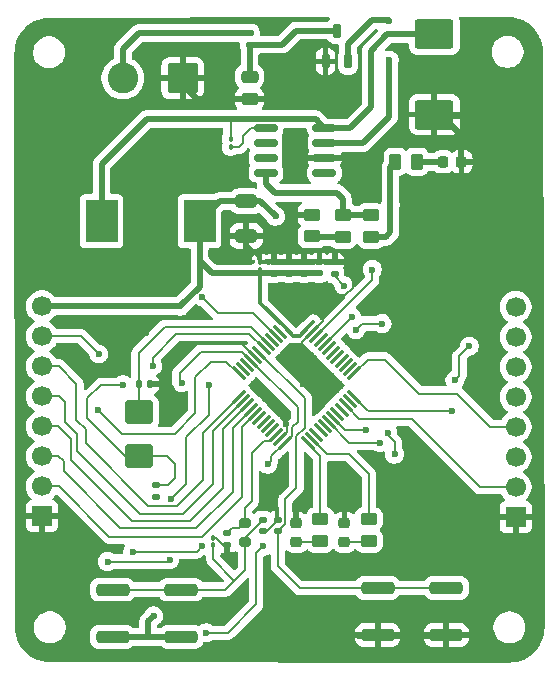
<source format=gbr>
G04 #@! TF.GenerationSoftware,KiCad,Pcbnew,9.0.5*
G04 #@! TF.CreationDate,2025-12-11T22:36:07+05:30*
G04 #@! TF.ProjectId,GPS_with_STM32,4750535f-7769-4746-985f-53544d33322e,rev?*
G04 #@! TF.SameCoordinates,Original*
G04 #@! TF.FileFunction,Copper,L1,Top*
G04 #@! TF.FilePolarity,Positive*
%FSLAX46Y46*%
G04 Gerber Fmt 4.6, Leading zero omitted, Abs format (unit mm)*
G04 Created by KiCad (PCBNEW 9.0.5) date 2025-12-11 22:36:07*
%MOMM*%
%LPD*%
G01*
G04 APERTURE LIST*
G04 Aperture macros list*
%AMRoundRect*
0 Rectangle with rounded corners*
0 $1 Rounding radius*
0 $2 $3 $4 $5 $6 $7 $8 $9 X,Y pos of 4 corners*
0 Add a 4 corners polygon primitive as box body*
4,1,4,$2,$3,$4,$5,$6,$7,$8,$9,$2,$3,0*
0 Add four circle primitives for the rounded corners*
1,1,$1+$1,$2,$3*
1,1,$1+$1,$4,$5*
1,1,$1+$1,$6,$7*
1,1,$1+$1,$8,$9*
0 Add four rect primitives between the rounded corners*
20,1,$1+$1,$2,$3,$4,$5,0*
20,1,$1+$1,$4,$5,$6,$7,0*
20,1,$1+$1,$6,$7,$8,$9,0*
20,1,$1+$1,$8,$9,$2,$3,0*%
G04 Aperture macros list end*
G04 #@! TA.AperFunction,SMDPad,CuDef*
%ADD10RoundRect,0.140000X0.170000X-0.140000X0.170000X0.140000X-0.170000X0.140000X-0.170000X-0.140000X0*%
G04 #@! TD*
G04 #@! TA.AperFunction,SMDPad,CuDef*
%ADD11RoundRect,0.140000X-0.170000X0.140000X-0.170000X-0.140000X0.170000X-0.140000X0.170000X0.140000X0*%
G04 #@! TD*
G04 #@! TA.AperFunction,SMDPad,CuDef*
%ADD12RoundRect,0.250000X0.450000X-0.262500X0.450000X0.262500X-0.450000X0.262500X-0.450000X-0.262500X0*%
G04 #@! TD*
G04 #@! TA.AperFunction,SMDPad,CuDef*
%ADD13RoundRect,0.100000X-0.100000X0.130000X-0.100000X-0.130000X0.100000X-0.130000X0.100000X0.130000X0*%
G04 #@! TD*
G04 #@! TA.AperFunction,SMDPad,CuDef*
%ADD14RoundRect,0.250000X-1.150000X-0.250000X1.150000X-0.250000X1.150000X0.250000X-1.150000X0.250000X0*%
G04 #@! TD*
G04 #@! TA.AperFunction,ComponentPad*
%ADD15R,1.700000X1.700000*%
G04 #@! TD*
G04 #@! TA.AperFunction,ComponentPad*
%ADD16C,1.700000*%
G04 #@! TD*
G04 #@! TA.AperFunction,SMDPad,CuDef*
%ADD17RoundRect,0.250000X-0.650000X0.325000X-0.650000X-0.325000X0.650000X-0.325000X0.650000X0.325000X0*%
G04 #@! TD*
G04 #@! TA.AperFunction,SMDPad,CuDef*
%ADD18RoundRect,0.250000X0.262500X0.450000X-0.262500X0.450000X-0.262500X-0.450000X0.262500X-0.450000X0*%
G04 #@! TD*
G04 #@! TA.AperFunction,SMDPad,CuDef*
%ADD19RoundRect,0.150000X-0.825000X-0.150000X0.825000X-0.150000X0.825000X0.150000X-0.825000X0.150000X0*%
G04 #@! TD*
G04 #@! TA.AperFunction,HeatsinkPad*
%ADD20R,2.290000X3.000000*%
G04 #@! TD*
G04 #@! TA.AperFunction,SMDPad,CuDef*
%ADD21RoundRect,0.250000X-0.950000X0.750000X-0.950000X-0.750000X0.950000X-0.750000X0.950000X0.750000X0*%
G04 #@! TD*
G04 #@! TA.AperFunction,SMDPad,CuDef*
%ADD22RoundRect,0.162500X0.162500X-0.447500X0.162500X0.447500X-0.162500X0.447500X-0.162500X-0.447500X0*%
G04 #@! TD*
G04 #@! TA.AperFunction,SMDPad,CuDef*
%ADD23RoundRect,0.200000X0.275000X-0.200000X0.275000X0.200000X-0.275000X0.200000X-0.275000X-0.200000X0*%
G04 #@! TD*
G04 #@! TA.AperFunction,SMDPad,CuDef*
%ADD24RoundRect,0.147500X-0.172500X0.147500X-0.172500X-0.147500X0.172500X-0.147500X0.172500X0.147500X0*%
G04 #@! TD*
G04 #@! TA.AperFunction,SMDPad,CuDef*
%ADD25RoundRect,0.218750X-0.256250X0.218750X-0.256250X-0.218750X0.256250X-0.218750X0.256250X0.218750X0*%
G04 #@! TD*
G04 #@! TA.AperFunction,SMDPad,CuDef*
%ADD26R,2.700000X3.600000*%
G04 #@! TD*
G04 #@! TA.AperFunction,ComponentPad*
%ADD27RoundRect,0.250000X1.050000X1.050000X-1.050000X1.050000X-1.050000X-1.050000X1.050000X-1.050000X0*%
G04 #@! TD*
G04 #@! TA.AperFunction,ComponentPad*
%ADD28C,2.600000*%
G04 #@! TD*
G04 #@! TA.AperFunction,SMDPad,CuDef*
%ADD29RoundRect,0.135000X-0.185000X0.135000X-0.185000X-0.135000X0.185000X-0.135000X0.185000X0.135000X0*%
G04 #@! TD*
G04 #@! TA.AperFunction,SMDPad,CuDef*
%ADD30RoundRect,0.075000X-0.521491X0.415425X0.415425X-0.521491X0.521491X-0.415425X-0.415425X0.521491X0*%
G04 #@! TD*
G04 #@! TA.AperFunction,SMDPad,CuDef*
%ADD31RoundRect,0.075000X-0.521491X-0.415425X-0.415425X-0.521491X0.521491X0.415425X0.415425X0.521491X0*%
G04 #@! TD*
G04 #@! TA.AperFunction,SMDPad,CuDef*
%ADD32RoundRect,0.250000X-0.450000X0.262500X-0.450000X-0.262500X0.450000X-0.262500X0.450000X0.262500X0*%
G04 #@! TD*
G04 #@! TA.AperFunction,SMDPad,CuDef*
%ADD33RoundRect,0.100000X0.100000X-0.130000X0.100000X0.130000X-0.100000X0.130000X-0.100000X-0.130000X0*%
G04 #@! TD*
G04 #@! TA.AperFunction,SMDPad,CuDef*
%ADD34RoundRect,0.250000X-0.475000X0.250000X-0.475000X-0.250000X0.475000X-0.250000X0.475000X0.250000X0*%
G04 #@! TD*
G04 #@! TA.AperFunction,SMDPad,CuDef*
%ADD35RoundRect,0.218750X0.218750X0.256250X-0.218750X0.256250X-0.218750X-0.256250X0.218750X-0.256250X0*%
G04 #@! TD*
G04 #@! TA.AperFunction,SMDPad,CuDef*
%ADD36RoundRect,0.250000X-1.400000X-1.000000X1.400000X-1.000000X1.400000X1.000000X-1.400000X1.000000X0*%
G04 #@! TD*
G04 #@! TA.AperFunction,SMDPad,CuDef*
%ADD37RoundRect,0.140000X-0.140000X-0.170000X0.140000X-0.170000X0.140000X0.170000X-0.140000X0.170000X0*%
G04 #@! TD*
G04 #@! TA.AperFunction,ViaPad*
%ADD38C,0.600000*%
G04 #@! TD*
G04 #@! TA.AperFunction,Conductor*
%ADD39C,0.200000*%
G04 #@! TD*
G04 #@! TA.AperFunction,Conductor*
%ADD40C,0.300000*%
G04 #@! TD*
G04 #@! TA.AperFunction,Conductor*
%ADD41C,0.500000*%
G04 #@! TD*
G04 APERTURE END LIST*
D10*
X78740812Y-57301217D03*
X78740812Y-56341217D03*
X77456244Y-57301217D03*
X77456244Y-56341217D03*
D11*
X66189673Y-75234968D03*
X66189673Y-76194968D03*
D12*
X84221766Y-79911938D03*
X84221766Y-78086938D03*
D13*
X71049107Y-79663757D03*
X71049107Y-80303757D03*
D14*
X62525000Y-84050000D03*
X68325000Y-84050000D03*
X62525000Y-88050000D03*
X68325000Y-88050000D03*
D15*
X96656505Y-77903590D03*
D16*
X96656505Y-75363590D03*
X96656505Y-72823590D03*
X96656505Y-70283590D03*
X96656505Y-67743590D03*
X96656505Y-65203590D03*
X96656505Y-62663590D03*
X96656505Y-60123590D03*
D17*
X73836204Y-51157017D03*
X73836204Y-54107017D03*
D10*
X80047153Y-57279444D03*
X80047153Y-56319444D03*
X76171675Y-57301217D03*
X76171675Y-56341217D03*
D18*
X88308268Y-47830082D03*
X86483268Y-47830082D03*
D19*
X75520032Y-44970104D03*
X75520032Y-46240104D03*
X75520032Y-47510104D03*
X75520032Y-48780104D03*
X80470032Y-48780104D03*
X80470032Y-47510104D03*
X80470032Y-46240104D03*
X80470032Y-44970104D03*
D20*
X77995032Y-46875104D03*
D21*
X64738380Y-69021478D03*
X64738380Y-72721478D03*
D22*
X80557146Y-39336031D03*
X82457146Y-39336031D03*
X81507146Y-36716031D03*
D23*
X73730948Y-80041542D03*
X73730948Y-78391542D03*
D24*
X74148683Y-36934789D03*
X74148683Y-37904789D03*
D25*
X82165633Y-78415935D03*
X82165633Y-79990935D03*
D26*
X61599646Y-52851031D03*
X69899646Y-52851031D03*
D27*
X68469646Y-40753531D03*
D28*
X63389646Y-40753531D03*
D29*
X81330448Y-56307282D03*
X81330448Y-57327282D03*
D12*
X84410042Y-54184503D03*
X84410042Y-52359503D03*
D30*
X77087421Y-61859175D03*
X76733867Y-62212729D03*
X76380314Y-62566282D03*
X76026760Y-62919836D03*
X75673207Y-63273389D03*
X75319654Y-63626942D03*
X74966100Y-63980496D03*
X74612547Y-64334049D03*
X74258994Y-64687602D03*
X73905440Y-65041156D03*
X73551887Y-65394709D03*
X73198333Y-65748263D03*
D31*
X73198333Y-67745839D03*
X73551887Y-68099393D03*
X73905440Y-68452946D03*
X74258994Y-68806500D03*
X74612547Y-69160053D03*
X74966100Y-69513606D03*
X75319654Y-69867160D03*
X75673207Y-70220713D03*
X76026760Y-70574266D03*
X76380314Y-70927820D03*
X76733867Y-71281373D03*
X77087421Y-71634927D03*
D30*
X79084997Y-71634927D03*
X79438551Y-71281373D03*
X79792104Y-70927820D03*
X80145658Y-70574266D03*
X80499211Y-70220713D03*
X80852764Y-69867160D03*
X81206318Y-69513606D03*
X81559871Y-69160053D03*
X81913424Y-68806500D03*
X82266978Y-68452946D03*
X82620531Y-68099393D03*
X82974085Y-67745839D03*
D31*
X82974085Y-65748263D03*
X82620531Y-65394709D03*
X82266978Y-65041156D03*
X81913424Y-64687602D03*
X81559871Y-64334049D03*
X81206318Y-63980496D03*
X80852764Y-63626942D03*
X80499211Y-63273389D03*
X80145658Y-62919836D03*
X79792104Y-62566282D03*
X79438551Y-62212729D03*
X79084997Y-61859175D03*
D32*
X79390546Y-52315907D03*
X79390546Y-54140907D03*
D11*
X76538810Y-78157876D03*
X76538810Y-79117876D03*
D33*
X74996835Y-56966991D03*
X74996835Y-56326991D03*
D11*
X72213242Y-79287006D03*
X72213242Y-80247006D03*
D34*
X74124646Y-40626031D03*
X74124646Y-42526031D03*
D35*
X92069553Y-47830082D03*
X90494553Y-47830082D03*
D12*
X82019994Y-54172604D03*
X82019994Y-52347604D03*
D14*
X84975601Y-83901187D03*
X90775601Y-83901187D03*
X84975601Y-87901187D03*
X90775601Y-87901187D03*
D12*
X80100543Y-79923679D03*
X80100543Y-78098679D03*
D11*
X75277766Y-78159795D03*
X75277766Y-79119795D03*
D13*
X72521258Y-45928959D03*
X72521258Y-46568959D03*
D36*
X89774646Y-37026031D03*
X89774646Y-43826031D03*
D15*
X56556455Y-77833363D03*
D16*
X56556455Y-75293363D03*
X56556455Y-72753363D03*
X56556455Y-70213363D03*
X56556455Y-67673363D03*
X56556455Y-65133363D03*
X56556455Y-62593363D03*
X56556455Y-60053363D03*
D37*
X64732112Y-66681125D03*
X65692112Y-66681125D03*
D25*
X78095243Y-78433294D03*
X78095243Y-80008294D03*
D38*
X76237500Y-76787500D03*
X78400000Y-42526031D03*
X84075000Y-48875000D03*
X72585486Y-81110225D03*
X81625000Y-76425000D03*
X93375000Y-43925000D03*
X65350000Y-62350000D03*
X66189673Y-76194968D03*
X67100000Y-66750000D03*
X77198378Y-69995796D03*
X90375000Y-66475000D03*
X78625000Y-66650000D03*
X90560335Y-54399891D03*
X78825000Y-76325000D03*
X77775000Y-85425000D03*
X68246637Y-60053363D03*
X76325000Y-52450000D03*
X86050000Y-51500000D03*
X66000000Y-86275000D03*
X68400000Y-66525000D03*
X75665925Y-73450000D03*
X90775601Y-83901187D03*
X65925000Y-65125000D03*
X63400000Y-66700000D03*
X67500000Y-76375000D03*
X70675000Y-66725000D03*
X70125000Y-80338247D03*
X64225000Y-80825000D03*
X62100000Y-81675000D03*
X67362500Y-81512500D03*
X86400000Y-72600000D03*
X85825000Y-70775000D03*
X70475000Y-87700000D03*
X75300000Y-80375000D03*
X61325000Y-68825000D03*
X61350000Y-64100000D03*
X92737500Y-63437500D03*
X91512500Y-66312500D03*
X85150000Y-71600000D03*
X85350000Y-61525000D03*
X84025000Y-70500000D03*
X83137500Y-62037500D03*
X91300000Y-68925000D03*
X84525000Y-56950000D03*
X85950000Y-39225000D03*
X85950037Y-35869403D03*
X82125000Y-58325000D03*
X82800000Y-60975000D03*
X70100000Y-59275000D03*
D39*
X79323969Y-42526031D02*
X78400000Y-42526031D01*
D40*
X81330448Y-56307282D02*
X75016544Y-56307282D01*
D39*
X75277766Y-79119795D02*
X75576891Y-79119795D01*
X75576891Y-79119795D02*
X76538810Y-78157876D01*
X71313757Y-79663757D02*
X71897006Y-80247006D01*
X76237500Y-76787500D02*
X76538810Y-77088810D01*
X82232282Y-56307282D02*
X81330448Y-56307282D01*
X82165633Y-76965633D02*
X81625000Y-76425000D01*
D41*
X89774646Y-43826031D02*
X90301031Y-43826031D01*
D39*
X80900000Y-59150000D02*
X82175000Y-59150000D01*
X78625000Y-66650000D02*
X78575000Y-66600000D01*
D41*
X89873615Y-43925000D02*
X89774646Y-43826031D01*
D39*
X90560335Y-54399891D02*
X90575000Y-54414556D01*
X78095243Y-77054757D02*
X78095243Y-78433294D01*
D41*
X68469646Y-40753531D02*
X68469646Y-41319646D01*
X69676031Y-42526031D02*
X74124646Y-42526031D01*
D39*
X90575000Y-54414556D02*
X90575000Y-66275000D01*
X71897006Y-80247006D02*
X72213242Y-80247006D01*
X82175000Y-59150000D02*
X82850000Y-58475000D01*
X79390546Y-52315907D02*
X77734093Y-52315907D01*
X73528498Y-63250000D02*
X70900000Y-63250000D01*
X82850000Y-58475000D02*
X82850000Y-56925000D01*
X80375000Y-61276280D02*
X80375000Y-59675000D01*
X67100000Y-65225000D02*
X67100000Y-66750000D01*
X78400000Y-42526031D02*
X74124646Y-42526031D01*
X80375000Y-59675000D02*
X80900000Y-59150000D01*
D41*
X82710104Y-47510104D02*
X84075000Y-48875000D01*
X68469646Y-41319646D02*
X69676031Y-42526031D01*
D39*
X67175000Y-65150000D02*
X67100000Y-65225000D01*
X80557146Y-41292854D02*
X79323969Y-42526031D01*
D41*
X83350000Y-87918247D02*
X80268247Y-87918247D01*
D39*
X78575000Y-66600000D02*
X78575000Y-63076280D01*
X82850000Y-56925000D02*
X82232282Y-56307282D01*
X77279275Y-70735965D02*
X76733867Y-71281373D01*
X72213242Y-80247006D02*
X72213242Y-80737981D01*
X82165633Y-78415935D02*
X82165633Y-76965633D01*
X67031125Y-66681125D02*
X67100000Y-66750000D01*
D40*
X73836204Y-54811204D02*
X73836204Y-54107017D01*
X74996835Y-55971835D02*
X73836204Y-54811204D01*
X75016544Y-56307282D02*
X74996835Y-56326991D01*
D39*
X78575000Y-63076280D02*
X79438551Y-62212729D01*
X65692112Y-66681125D02*
X67031125Y-66681125D01*
X71049107Y-79663757D02*
X71313757Y-79663757D01*
X78825000Y-76325000D02*
X78095243Y-77054757D01*
D41*
X80268247Y-87918247D02*
X77775000Y-85425000D01*
D39*
X77198378Y-69995796D02*
X77279275Y-70076693D01*
X77279275Y-70076693D02*
X77279275Y-70735965D01*
D41*
X92069553Y-45594553D02*
X92069553Y-47830082D01*
X80470032Y-47510104D02*
X82710104Y-47510104D01*
X90733290Y-87943498D02*
X83341952Y-87943498D01*
X90301031Y-43826031D02*
X92069553Y-45594553D01*
D39*
X77734093Y-52315907D02*
X75942983Y-54107017D01*
X90575000Y-66275000D02*
X90375000Y-66475000D01*
X74612547Y-64334049D02*
X73528498Y-63250000D01*
X70900000Y-63250000D02*
X69075000Y-63250000D01*
X69075000Y-63250000D02*
X67175000Y-65150000D01*
X76538810Y-77088810D02*
X76538810Y-78157876D01*
X75942983Y-54107017D02*
X73836204Y-54107017D01*
D41*
X90775601Y-87901187D02*
X90733290Y-87943498D01*
D39*
X72213242Y-80737981D02*
X72585486Y-81110225D01*
X80557146Y-39336031D02*
X80557146Y-41292854D01*
D40*
X74996835Y-56326991D02*
X74996835Y-55971835D01*
D41*
X93375000Y-43925000D02*
X89873615Y-43925000D01*
D39*
X79438551Y-62212729D02*
X80375000Y-61276280D01*
X78200000Y-69825000D02*
X77700000Y-70325000D01*
X69975000Y-63900000D02*
X68200000Y-65675000D01*
D41*
X65550000Y-88074868D02*
X62540291Y-88074868D01*
X70954444Y-57279444D02*
X69899646Y-56224646D01*
D39*
X75950000Y-73165925D02*
X75665925Y-73450000D01*
D41*
X80047153Y-57279444D02*
X70954444Y-57279444D01*
D39*
X74258994Y-64687602D02*
X73471392Y-63900000D01*
X77700000Y-71022348D02*
X77087421Y-71634927D01*
X78200000Y-68628608D02*
X78200000Y-69825000D01*
D41*
X86050000Y-53800000D02*
X86050000Y-51500000D01*
X65550000Y-88074868D02*
X65550000Y-86725000D01*
X85665497Y-54184503D02*
X86050000Y-53800000D01*
X86050000Y-51500000D02*
X86050000Y-48263350D01*
X69900000Y-55600354D02*
X69899646Y-55600000D01*
X65550000Y-86725000D02*
X66000000Y-86275000D01*
D40*
X74996835Y-56966991D02*
X74996835Y-59768589D01*
D39*
X75950000Y-72775000D02*
X75950000Y-73165925D01*
D41*
X86050000Y-48263350D02*
X86483268Y-47830082D01*
D40*
X77778246Y-62550000D02*
X78394172Y-62550000D01*
X74996835Y-59768589D02*
X77087421Y-61859175D01*
D41*
X56556455Y-60053363D02*
X68246637Y-60053363D01*
X69899646Y-56224646D02*
X69899646Y-55600000D01*
D39*
X73471392Y-63900000D02*
X71575000Y-63900000D01*
D40*
X77087421Y-61859175D02*
X77778246Y-62550000D01*
D41*
X69900000Y-58400000D02*
X69900000Y-55600354D01*
X68340291Y-88074868D02*
X65550000Y-88074868D01*
X71593660Y-51157017D02*
X69899646Y-52851031D01*
D39*
X77087421Y-71634927D02*
X77087421Y-71637579D01*
D41*
X73836204Y-51157017D02*
X71593660Y-51157017D01*
D39*
X68200000Y-66325000D02*
X68400000Y-66525000D01*
D41*
X68246637Y-60053363D02*
X69900000Y-58400000D01*
X75032017Y-51157017D02*
X76325000Y-52450000D01*
D39*
X77700000Y-70325000D02*
X77700000Y-71022348D01*
X77087421Y-71637579D02*
X75950000Y-72775000D01*
D41*
X69899646Y-55600000D02*
X69899646Y-52851031D01*
X84410042Y-54184503D02*
X85665497Y-54184503D01*
D39*
X71575000Y-63900000D02*
X69975000Y-63900000D01*
X74258994Y-64687602D02*
X78200000Y-68628608D01*
D40*
X78394172Y-62550000D02*
X79084997Y-61859175D01*
D39*
X68200000Y-65675000D02*
X68200000Y-66325000D01*
D41*
X73836204Y-51157017D02*
X75032017Y-51157017D01*
D39*
X75520032Y-44970104D02*
X74254896Y-44970104D01*
X73231041Y-46568959D02*
X72521258Y-46568959D01*
X74254896Y-44970104D02*
X73550000Y-45675000D01*
X73550000Y-46250000D02*
X73231041Y-46568959D01*
X73550000Y-45675000D02*
X73550000Y-46250000D01*
D41*
X76870211Y-37904789D02*
X78058969Y-36716031D01*
X78058969Y-36716031D02*
X81507146Y-36716031D01*
X74148683Y-37904789D02*
X76870211Y-37904789D01*
X74124646Y-40626031D02*
X74124646Y-37928826D01*
X74124646Y-37928826D02*
X74148683Y-37904789D01*
D39*
X78375000Y-83925000D02*
X76525000Y-82075000D01*
X78100000Y-75450000D02*
X77149810Y-76400190D01*
X78800000Y-70376000D02*
X78100000Y-71076000D01*
X74966100Y-63980496D02*
X78800000Y-67814396D01*
X90775601Y-83901187D02*
X90758541Y-83918247D01*
X83343247Y-83925000D02*
X78375000Y-83925000D01*
X76538810Y-81661190D02*
X76538810Y-79117876D01*
X90758541Y-83918247D02*
X83350000Y-83918247D01*
X76525000Y-82075000D02*
X76525000Y-81675000D01*
X83350000Y-83918247D02*
X83343247Y-83925000D01*
X78100000Y-71076000D02*
X78100000Y-75450000D01*
X78800000Y-67814396D02*
X78800000Y-70376000D01*
X77149810Y-76400190D02*
X77149810Y-78506876D01*
X76525000Y-81675000D02*
X76538810Y-81661190D01*
X77149810Y-78506876D02*
X76538810Y-79117876D01*
X66950000Y-61825000D02*
X64732112Y-64042888D01*
X75673207Y-63273389D02*
X74224818Y-61825000D01*
X74224818Y-61825000D02*
X66950000Y-61825000D01*
X64738380Y-66824156D02*
X64738380Y-69021478D01*
X64732112Y-64042888D02*
X64732112Y-66681125D01*
X64732112Y-66681125D02*
X64732112Y-66817888D01*
X64732112Y-66817888D02*
X64738380Y-66824156D01*
X61550000Y-66700000D02*
X63400000Y-66700000D01*
X64738380Y-72721478D02*
X63583978Y-72721478D01*
X67925000Y-62400000D02*
X65925000Y-64400000D01*
X66189673Y-75234968D02*
X67190032Y-75234968D01*
X63583978Y-72721478D02*
X60400000Y-69537500D01*
X60400000Y-69537500D02*
X60400000Y-67850000D01*
X67850000Y-74575000D02*
X67850000Y-73425000D01*
X75319654Y-63626942D02*
X74092712Y-62400000D01*
X65925000Y-64400000D02*
X65925000Y-65125000D01*
X60400000Y-67850000D02*
X61550000Y-66700000D01*
X67850000Y-73425000D02*
X67146478Y-72721478D01*
X74092712Y-62400000D02*
X67925000Y-62400000D01*
X67146478Y-72721478D02*
X64738380Y-72721478D01*
X67190032Y-75234968D02*
X67850000Y-74575000D01*
X70675000Y-69250000D02*
X70675000Y-66725000D01*
X68775000Y-71150000D02*
X70675000Y-69250000D01*
X67500000Y-76375000D02*
X68775000Y-75100000D01*
X68775000Y-75100000D02*
X68775000Y-71150000D01*
D41*
X72525000Y-44219104D02*
X79719032Y-44219104D01*
X65405896Y-44219104D02*
X72525000Y-44219104D01*
D39*
X72521258Y-45928959D02*
X72521258Y-44222846D01*
D41*
X85798969Y-37026031D02*
X84400000Y-38425000D01*
X82654896Y-44970104D02*
X80470032Y-44970104D01*
X61599646Y-52851031D02*
X61599646Y-48025354D01*
X79719032Y-44219104D02*
X80470032Y-44970104D01*
X84400000Y-38425000D02*
X84400000Y-43225000D01*
D39*
X72521258Y-44222846D02*
X72525000Y-44219104D01*
D41*
X61599646Y-48025354D02*
X65405896Y-44219104D01*
X84400000Y-43225000D02*
X82654896Y-44970104D01*
X89774646Y-37026031D02*
X85798969Y-37026031D01*
D39*
X74300000Y-76575000D02*
X73730948Y-77144052D01*
X76380314Y-70927820D02*
X75833134Y-71475000D01*
X75325000Y-71475000D02*
X74300000Y-72500000D01*
X72625248Y-78875000D02*
X72213242Y-79287006D01*
X74300000Y-72500000D02*
X74300000Y-76575000D01*
X73247490Y-78875000D02*
X72625248Y-78875000D01*
X73730948Y-77144052D02*
X73730948Y-78391542D01*
X73730948Y-78391542D02*
X73247490Y-78875000D01*
X75833134Y-71475000D02*
X75325000Y-71475000D01*
X71049107Y-80303757D02*
X71049107Y-81499107D01*
X71049107Y-81499107D02*
X72837500Y-83287500D01*
X72837500Y-83287500D02*
X72075000Y-84050000D01*
X73730948Y-79706613D02*
X73730948Y-80041542D01*
X72075000Y-84050000D02*
X68325000Y-84050000D01*
X62525000Y-84050000D02*
X68325000Y-84050000D01*
X73730948Y-82394052D02*
X72837500Y-83287500D01*
X73730948Y-80041542D02*
X73730948Y-82394052D01*
X75277766Y-78159795D02*
X73730948Y-79706613D01*
D41*
X90494553Y-47830082D02*
X88308268Y-47830082D01*
D39*
X78095243Y-80008294D02*
X80015928Y-80008294D01*
X80015928Y-80008294D02*
X80100543Y-79923679D01*
X84142769Y-79990935D02*
X84221766Y-79911938D01*
X82165633Y-79990935D02*
X84142769Y-79990935D01*
D41*
X63389646Y-38310354D02*
X64765211Y-36934789D01*
X63389646Y-40753531D02*
X63389646Y-38310354D01*
X64765211Y-36934789D02*
X74148683Y-36934789D01*
D39*
X69638247Y-80825000D02*
X70125000Y-80338247D01*
X64225000Y-80825000D02*
X69638247Y-80825000D01*
X67200000Y-81675000D02*
X67362500Y-81512500D01*
X62100000Y-81675000D02*
X67200000Y-81675000D01*
X85825000Y-70775000D02*
X85825000Y-70950000D01*
X86400000Y-71525000D02*
X86400000Y-72600000D01*
X85825000Y-70950000D02*
X86400000Y-71525000D01*
X70475000Y-87700000D02*
X72300000Y-87700000D01*
X74700000Y-80975000D02*
X75300000Y-80375000D01*
X74700000Y-85300000D02*
X74700000Y-80975000D01*
X72300000Y-87700000D02*
X74700000Y-85300000D01*
X58375000Y-73200000D02*
X57928363Y-72753363D01*
X72725000Y-70375000D02*
X72725000Y-75750000D01*
X58375000Y-74050000D02*
X58375000Y-73200000D01*
X57928363Y-72753363D02*
X56556455Y-72753363D01*
X72725000Y-75750000D02*
X69625000Y-78850000D01*
X74258994Y-68806500D02*
X74258994Y-68841006D01*
X74258994Y-68841006D02*
X72725000Y-70375000D01*
X69625000Y-78850000D02*
X63175000Y-78850000D01*
X63175000Y-78850000D02*
X58375000Y-74050000D01*
X64175000Y-78275000D02*
X58975000Y-73075000D01*
X57913363Y-70213363D02*
X56556455Y-70213363D01*
X69050000Y-78275000D02*
X64175000Y-78275000D01*
X73905440Y-68452946D02*
X71900000Y-70458386D01*
X58975000Y-71275000D02*
X57913363Y-70213363D01*
X71900000Y-75425000D02*
X69050000Y-78275000D01*
X71900000Y-70458386D02*
X71900000Y-75425000D01*
X58975000Y-73075000D02*
X58975000Y-71275000D01*
X56556455Y-67673363D02*
X57998363Y-67673363D01*
X57998363Y-67673363D02*
X58475000Y-68150000D01*
X68500000Y-77650000D02*
X71025000Y-75125000D01*
X58475000Y-69825000D02*
X59550000Y-70900000D01*
X58475000Y-68150000D02*
X58475000Y-69825000D01*
X64850000Y-77650000D02*
X68500000Y-77650000D01*
X71025000Y-75125000D02*
X71025000Y-70626280D01*
X71025000Y-70626280D02*
X73551887Y-68099393D01*
X59550000Y-72350000D02*
X64850000Y-77650000D01*
X59550000Y-70900000D02*
X59550000Y-72350000D01*
X65562500Y-76975000D02*
X67950000Y-76975000D01*
X70175000Y-74750000D02*
X70175000Y-70769172D01*
X70175000Y-70769172D02*
X73198333Y-67745839D01*
X59475000Y-66625000D02*
X59475000Y-69700000D01*
X67950000Y-76975000D02*
X70175000Y-74750000D01*
X60250000Y-71662500D02*
X65562500Y-76975000D01*
X59475000Y-69700000D02*
X60250000Y-70475000D01*
X56556455Y-65133363D02*
X57983363Y-65133363D01*
X60250000Y-70475000D02*
X60250000Y-71662500D01*
X57983363Y-65133363D02*
X59475000Y-66625000D01*
X70100000Y-79575000D02*
X62250000Y-79575000D01*
X73500000Y-76175000D02*
X70100000Y-79575000D01*
X74612547Y-69160053D02*
X73500000Y-70272600D01*
X73500000Y-70272600D02*
X73500000Y-76175000D01*
X57968363Y-75293363D02*
X56556455Y-75293363D01*
X62250000Y-79575000D02*
X57968363Y-75293363D01*
X59843363Y-62593363D02*
X56556455Y-62593363D01*
X70825000Y-64775000D02*
X72175000Y-64775000D01*
X69525000Y-66075000D02*
X70825000Y-64775000D01*
X61325000Y-68825000D02*
X61325000Y-68850000D01*
X63350000Y-70875000D02*
X67775000Y-70875000D01*
X61325000Y-68850000D02*
X63350000Y-70875000D01*
X61350000Y-64100000D02*
X59843363Y-62593363D01*
X73148263Y-65748263D02*
X73198333Y-65748263D01*
X67775000Y-70875000D02*
X69525000Y-69125000D01*
X69525000Y-69125000D02*
X69525000Y-66075000D01*
X72175000Y-64775000D02*
X73148263Y-65748263D01*
X80852764Y-69867160D02*
X82585604Y-71600000D01*
X91900000Y-64275000D02*
X91900000Y-65925000D01*
X91900000Y-65925000D02*
X91512500Y-66312500D01*
X92737500Y-63437500D02*
X91900000Y-64275000D01*
X82585604Y-71600000D02*
X85150000Y-71600000D01*
X82192712Y-70500000D02*
X81206318Y-69513606D01*
X83650000Y-61525000D02*
X85350000Y-61525000D01*
X83137500Y-62037500D02*
X83650000Y-61525000D01*
X84025000Y-70500000D02*
X82192712Y-70500000D01*
X93613590Y-75363590D02*
X96656505Y-75363590D01*
X87850000Y-69600000D02*
X93613590Y-75363590D01*
X82266978Y-68452946D02*
X83414032Y-69600000D01*
X83414032Y-69600000D02*
X87850000Y-69600000D01*
X84053246Y-68825000D02*
X82974085Y-67745839D01*
X82974085Y-67745839D02*
X83070839Y-67745839D01*
X84100000Y-68825000D02*
X84053246Y-68825000D01*
X84200000Y-68925000D02*
X84100000Y-68825000D01*
X91300000Y-68925000D02*
X84200000Y-68925000D01*
X79792104Y-62566282D02*
X84525000Y-57833386D01*
X84525000Y-57833386D02*
X84525000Y-56950000D01*
D41*
X83709896Y-46240104D02*
X85600000Y-44350000D01*
X85950037Y-35869403D02*
X85930634Y-35850000D01*
X80470032Y-46240104D02*
X83709896Y-46240104D01*
X85600000Y-44350000D02*
X85950000Y-44000000D01*
X85930634Y-35850000D02*
X84475000Y-35850000D01*
X84475000Y-35850000D02*
X82457146Y-37867854D01*
X82457146Y-37867854D02*
X82457146Y-39336031D01*
X85950000Y-44000000D02*
X85950000Y-39225000D01*
X84410042Y-52359503D02*
X82031893Y-52359503D01*
X81500000Y-50450000D02*
X82019994Y-50969994D01*
X75520032Y-48780104D02*
X75520032Y-49720032D01*
X76250000Y-50450000D02*
X81500000Y-50450000D01*
X82019994Y-50969994D02*
X82019994Y-52347604D01*
X82031893Y-52359503D02*
X82019994Y-52347604D01*
X75520032Y-49720032D02*
X76250000Y-50450000D01*
X82019994Y-54172604D02*
X79422243Y-54172604D01*
X79422243Y-54172604D02*
X79390546Y-54140907D01*
D39*
X81330448Y-57530448D02*
X82125000Y-58325000D01*
X81330448Y-57327282D02*
X81330448Y-57530448D01*
X82800000Y-60975000D02*
X82797600Y-60975000D01*
X82797600Y-60975000D02*
X80499211Y-63273389D01*
X79084997Y-71734997D02*
X80100543Y-72750543D01*
X80100543Y-72750543D02*
X80100543Y-78098679D01*
X79084997Y-71634927D02*
X79084997Y-71734997D01*
X79438551Y-71281373D02*
X80700000Y-72542822D01*
X80700000Y-72542822D02*
X80700000Y-72550000D01*
X82525000Y-72550000D02*
X84221766Y-74246766D01*
X80700000Y-72550000D02*
X82525000Y-72550000D01*
X84221766Y-74246766D02*
X84221766Y-78086938D01*
X71475000Y-60625000D02*
X71450000Y-60625000D01*
X76380314Y-62566282D02*
X74439032Y-60625000D01*
X74439032Y-60625000D02*
X71475000Y-60625000D01*
X71450000Y-60625000D02*
X70100000Y-59275000D01*
X91675000Y-67450000D02*
X94508590Y-70283590D01*
X82974085Y-65748263D02*
X84147348Y-64575000D01*
X88475000Y-67450000D02*
X91675000Y-67450000D01*
X84147348Y-64575000D02*
X85600000Y-64575000D01*
X85600000Y-64575000D02*
X88475000Y-67450000D01*
X94508590Y-70283590D02*
X96656505Y-70283590D01*
G04 #@! TA.AperFunction,Conductor*
G36*
X96003582Y-35550701D02*
G01*
X96323297Y-35568656D01*
X96337094Y-35570210D01*
X96649457Y-35623283D01*
X96663014Y-35626377D01*
X96967469Y-35714089D01*
X96980593Y-35718682D01*
X97273304Y-35839926D01*
X97285826Y-35845955D01*
X97554474Y-35994432D01*
X97563139Y-35999221D01*
X97574900Y-36006611D01*
X97833314Y-36189966D01*
X97844174Y-36198627D01*
X98080418Y-36409749D01*
X98090250Y-36419581D01*
X98301372Y-36655825D01*
X98310035Y-36666687D01*
X98493385Y-36925094D01*
X98500778Y-36936860D01*
X98654040Y-37214166D01*
X98660073Y-37226695D01*
X98781317Y-37519406D01*
X98785910Y-37532530D01*
X98873622Y-37836985D01*
X98876716Y-37850542D01*
X98929787Y-38162895D01*
X98931344Y-38176713D01*
X98942115Y-38368513D01*
X98948810Y-38487736D01*
X98949305Y-38496540D01*
X98949499Y-38503098D01*
X98949500Y-38503412D01*
X98949500Y-38565892D01*
X98949701Y-38566643D01*
X98949729Y-38575374D01*
X98949728Y-38575376D01*
X98949729Y-38575387D01*
X99099486Y-87229048D01*
X99099317Y-87235919D01*
X99083408Y-87539494D01*
X99082051Y-87552403D01*
X99034971Y-87849655D01*
X99032273Y-87862351D01*
X98954374Y-88153073D01*
X98950363Y-88165416D01*
X98842510Y-88446384D01*
X98837231Y-88458242D01*
X98700591Y-88726414D01*
X98694101Y-88737654D01*
X98530188Y-88990057D01*
X98522559Y-89000558D01*
X98333149Y-89234460D01*
X98324464Y-89244105D01*
X98111651Y-89456919D01*
X98102005Y-89465604D01*
X97868114Y-89655004D01*
X97857614Y-89662633D01*
X97605203Y-89826551D01*
X97593963Y-89833041D01*
X97325793Y-89969681D01*
X97313935Y-89974960D01*
X97032967Y-90082813D01*
X97020624Y-90086824D01*
X96729902Y-90164723D01*
X96717205Y-90167421D01*
X96419953Y-90214500D01*
X96407046Y-90215857D01*
X96103294Y-90231776D01*
X96096700Y-90231946D01*
X57207929Y-90199419D01*
X57200240Y-90199174D01*
X56882519Y-90179166D01*
X56868773Y-90177526D01*
X56558154Y-90122738D01*
X56544677Y-90119576D01*
X56242106Y-90030508D01*
X56229065Y-90025864D01*
X55938300Y-89903622D01*
X55925858Y-89897553D01*
X55650533Y-89743665D01*
X55638845Y-89736247D01*
X55382386Y-89552625D01*
X55371598Y-89543950D01*
X55137210Y-89332892D01*
X55127462Y-89323076D01*
X54918046Y-89087193D01*
X54909455Y-89076353D01*
X54891217Y-89050498D01*
X54727640Y-88818600D01*
X54720307Y-88806863D01*
X54568363Y-88530464D01*
X54562382Y-88517980D01*
X54554012Y-88497671D01*
X54442189Y-88226361D01*
X54437643Y-88213307D01*
X54350698Y-87910082D01*
X54347638Y-87896610D01*
X54295036Y-87585599D01*
X54293494Y-87571844D01*
X54293459Y-87571213D01*
X54275692Y-87253425D01*
X54275500Y-87246657D01*
X54275500Y-87184108D01*
X54275431Y-87183854D01*
X54275385Y-87139829D01*
X55867177Y-87139829D01*
X55867177Y-87352402D01*
X55896809Y-87539494D01*
X55900431Y-87562359D01*
X55913056Y-87601216D01*
X55966121Y-87764530D01*
X56062628Y-87953936D01*
X56187567Y-88125902D01*
X56337890Y-88276225D01*
X56509856Y-88401164D01*
X56509858Y-88401165D01*
X56509861Y-88401167D01*
X56699265Y-88497673D01*
X56901434Y-88563362D01*
X57111390Y-88596616D01*
X57111391Y-88596616D01*
X57323963Y-88596616D01*
X57323964Y-88596616D01*
X57533920Y-88563362D01*
X57736089Y-88497673D01*
X57925493Y-88401167D01*
X57995908Y-88350008D01*
X58097463Y-88276225D01*
X58097465Y-88276222D01*
X58097469Y-88276220D01*
X58247781Y-88125908D01*
X58247783Y-88125904D01*
X58247786Y-88125902D01*
X58372725Y-87953936D01*
X58372724Y-87953936D01*
X58372728Y-87953932D01*
X58469234Y-87764528D01*
X58534923Y-87562359D01*
X58568177Y-87352403D01*
X58568177Y-87139829D01*
X58534923Y-86929873D01*
X58469234Y-86727704D01*
X58372728Y-86538300D01*
X58372726Y-86538297D01*
X58372725Y-86538295D01*
X58247786Y-86366329D01*
X58097463Y-86216006D01*
X57925497Y-86091067D01*
X57736091Y-85994560D01*
X57736090Y-85994559D01*
X57736089Y-85994559D01*
X57533920Y-85928870D01*
X57533918Y-85928869D01*
X57533917Y-85928869D01*
X57372634Y-85903324D01*
X57323964Y-85895616D01*
X57111390Y-85895616D01*
X57062719Y-85903324D01*
X56901437Y-85928869D01*
X56699262Y-85994560D01*
X56509856Y-86091067D01*
X56337890Y-86216006D01*
X56187567Y-86366329D01*
X56062628Y-86538295D01*
X55966121Y-86727701D01*
X55900430Y-86929876D01*
X55867177Y-87139829D01*
X54275385Y-87139829D01*
X54275360Y-87115185D01*
X54271492Y-83346923D01*
X54225503Y-38553516D01*
X54225697Y-38546481D01*
X54231135Y-38449660D01*
X55801353Y-38449660D01*
X55801353Y-38662233D01*
X55830430Y-38845821D01*
X55834607Y-38872190D01*
X55889694Y-39041731D01*
X55900297Y-39074361D01*
X55996804Y-39263767D01*
X56121743Y-39435733D01*
X56272066Y-39586056D01*
X56444032Y-39710995D01*
X56444034Y-39710996D01*
X56444037Y-39710998D01*
X56633441Y-39807504D01*
X56835610Y-39873193D01*
X57045566Y-39906447D01*
X57045567Y-39906447D01*
X57258139Y-39906447D01*
X57258140Y-39906447D01*
X57468096Y-39873193D01*
X57670265Y-39807504D01*
X57859669Y-39710998D01*
X57938728Y-39653559D01*
X58031639Y-39586056D01*
X58031641Y-39586053D01*
X58031645Y-39586051D01*
X58181957Y-39435739D01*
X58181959Y-39435735D01*
X58181962Y-39435733D01*
X58306901Y-39263767D01*
X58306900Y-39263767D01*
X58306904Y-39263763D01*
X58403410Y-39074359D01*
X58469099Y-38872190D01*
X58502353Y-38662234D01*
X58502353Y-38449660D01*
X58469099Y-38239704D01*
X58403410Y-38037535D01*
X58306904Y-37848131D01*
X58306902Y-37848128D01*
X58306901Y-37848126D01*
X58181962Y-37676160D01*
X58031639Y-37525837D01*
X57859673Y-37400898D01*
X57670267Y-37304391D01*
X57670266Y-37304390D01*
X57670265Y-37304390D01*
X57468096Y-37238701D01*
X57468094Y-37238700D01*
X57468093Y-37238700D01*
X57306810Y-37213155D01*
X57258140Y-37205447D01*
X57045566Y-37205447D01*
X56996895Y-37213155D01*
X56835613Y-37238700D01*
X56633438Y-37304391D01*
X56444032Y-37400898D01*
X56272066Y-37525837D01*
X56121743Y-37676160D01*
X55996804Y-37848126D01*
X55900297Y-38037532D01*
X55834606Y-38239707D01*
X55801353Y-38449660D01*
X54231135Y-38449660D01*
X54243499Y-38229499D01*
X54245053Y-38215705D01*
X54297657Y-37906100D01*
X54300750Y-37892548D01*
X54311594Y-37854910D01*
X54387687Y-37590783D01*
X54392279Y-37577662D01*
X54393210Y-37575415D01*
X54512457Y-37287527D01*
X54518477Y-37275027D01*
X54670399Y-37000142D01*
X54677776Y-36988403D01*
X54859510Y-36732274D01*
X54868156Y-36721431D01*
X55077435Y-36487247D01*
X55087247Y-36477435D01*
X55321431Y-36268156D01*
X55332274Y-36259510D01*
X55588403Y-36077776D01*
X55600142Y-36070399D01*
X55875027Y-35918477D01*
X55887527Y-35912457D01*
X56177666Y-35792277D01*
X56190783Y-35787687D01*
X56492553Y-35700748D01*
X56506100Y-35697657D01*
X56815703Y-35645053D01*
X56829502Y-35643499D01*
X57146515Y-35625695D01*
X57153217Y-35625500D01*
X57215892Y-35625500D01*
X57216365Y-35625372D01*
X57219270Y-35625366D01*
X80796100Y-35579851D01*
X80863176Y-35599406D01*
X80909033Y-35652122D01*
X80919110Y-35721261D01*
X80890208Y-35784873D01*
X80884020Y-35791531D01*
X80818910Y-35856642D01*
X80818908Y-35856644D01*
X80789265Y-35905681D01*
X80737737Y-35952868D01*
X80683148Y-35965531D01*
X77985045Y-35965531D01*
X77956211Y-35971265D01*
X77956212Y-35971266D01*
X77840062Y-35994370D01*
X77840052Y-35994373D01*
X77760050Y-36027510D01*
X77760051Y-36027511D01*
X77703475Y-36050946D01*
X77647549Y-36088315D01*
X77580551Y-36133080D01*
X77580548Y-36133083D01*
X76595662Y-37117970D01*
X76534339Y-37151455D01*
X76507981Y-37154289D01*
X75093183Y-37154289D01*
X75026144Y-37134604D01*
X74980389Y-37081800D01*
X74969183Y-37030289D01*
X74969183Y-36721856D01*
X74969182Y-36721841D01*
X74968982Y-36719305D01*
X74966292Y-36685114D01*
X74966291Y-36685109D01*
X74920616Y-36527896D01*
X74920614Y-36527893D01*
X74920614Y-36527892D01*
X74837273Y-36386969D01*
X74837271Y-36386967D01*
X74837268Y-36386963D01*
X74721508Y-36271203D01*
X74721500Y-36271197D01*
X74643618Y-36225138D01*
X74580580Y-36187858D01*
X74580579Y-36187857D01*
X74580578Y-36187857D01*
X74580575Y-36187855D01*
X74423362Y-36142180D01*
X74423356Y-36142179D01*
X74386630Y-36139289D01*
X74386623Y-36139289D01*
X73910743Y-36139289D01*
X73910735Y-36139289D01*
X73874009Y-36142179D01*
X73874006Y-36142180D01*
X73780234Y-36169424D01*
X73746017Y-36179365D01*
X73711423Y-36184289D01*
X64691293Y-36184289D01*
X64677528Y-36187027D01*
X64677526Y-36187027D01*
X64673351Y-36187858D01*
X64546299Y-36213130D01*
X64487188Y-36237615D01*
X64479861Y-36240649D01*
X64479853Y-36240652D01*
X64409719Y-36269703D01*
X64357832Y-36304373D01*
X64286793Y-36351838D01*
X62806691Y-37831940D01*
X62791345Y-37854910D01*
X62791344Y-37854911D01*
X62724562Y-37954857D01*
X62724560Y-37954860D01*
X62667989Y-38091436D01*
X62667986Y-38091446D01*
X62639146Y-38236433D01*
X62639146Y-39036202D01*
X62619461Y-39103241D01*
X62577147Y-39143589D01*
X62453345Y-39215066D01*
X62387196Y-39253258D01*
X62387193Y-39253259D01*
X62387188Y-39253263D01*
X62199948Y-39396937D01*
X62199941Y-39396943D01*
X62033058Y-39563826D01*
X62033052Y-39563833D01*
X61889376Y-39751076D01*
X61771365Y-39955474D01*
X61771360Y-39955485D01*
X61681040Y-40173537D01*
X61619952Y-40401520D01*
X61589147Y-40635510D01*
X61589146Y-40635526D01*
X61589146Y-40871535D01*
X61589147Y-40871551D01*
X61609852Y-41028826D01*
X61619953Y-41105545D01*
X61644020Y-41195365D01*
X61681040Y-41333524D01*
X61771360Y-41551576D01*
X61771365Y-41551587D01*
X61808572Y-41616030D01*
X61889373Y-41755981D01*
X61889375Y-41755984D01*
X61889376Y-41755985D01*
X62033052Y-41943228D01*
X62033058Y-41943235D01*
X62199941Y-42110118D01*
X62199948Y-42110124D01*
X62241065Y-42141674D01*
X62387196Y-42253804D01*
X62518564Y-42329649D01*
X62591589Y-42371811D01*
X62591594Y-42371813D01*
X62591597Y-42371815D01*
X62809653Y-42462137D01*
X63037632Y-42523224D01*
X63271635Y-42554031D01*
X63271642Y-42554031D01*
X63507650Y-42554031D01*
X63507657Y-42554031D01*
X63741660Y-42523224D01*
X63969639Y-42462137D01*
X64187695Y-42371815D01*
X64392096Y-42253804D01*
X64579345Y-42110123D01*
X64746238Y-41943230D01*
X64889919Y-41755981D01*
X65007930Y-41551580D01*
X65098252Y-41333524D01*
X65159339Y-41105545D01*
X65190146Y-40871542D01*
X65190146Y-40635520D01*
X65159339Y-40401517D01*
X65098252Y-40173538D01*
X65007930Y-39955482D01*
X65007928Y-39955479D01*
X65007926Y-39955474D01*
X64922495Y-39807504D01*
X64889919Y-39751081D01*
X64815088Y-39653559D01*
X64815076Y-39653544D01*
X66669646Y-39653544D01*
X66669646Y-40503531D01*
X67869645Y-40503531D01*
X67844625Y-40563933D01*
X67819646Y-40689512D01*
X67819646Y-40817550D01*
X67844625Y-40943129D01*
X67869645Y-41003531D01*
X66669647Y-41003531D01*
X66669647Y-41853517D01*
X66680140Y-41956228D01*
X66735287Y-42122650D01*
X66735289Y-42122655D01*
X66827330Y-42271876D01*
X66951300Y-42395846D01*
X67100521Y-42487887D01*
X67100526Y-42487889D01*
X67266948Y-42543036D01*
X67266955Y-42543037D01*
X67369665Y-42553530D01*
X68219645Y-42553530D01*
X68219646Y-42553529D01*
X68219646Y-41353532D01*
X68280048Y-41378552D01*
X68405627Y-41403531D01*
X68533665Y-41403531D01*
X68659244Y-41378552D01*
X68719646Y-41353532D01*
X68719646Y-42553530D01*
X69569618Y-42553530D01*
X69569632Y-42553529D01*
X69672343Y-42543036D01*
X69838765Y-42487889D01*
X69838770Y-42487887D01*
X69987991Y-42395846D01*
X70111961Y-42271876D01*
X70204002Y-42122655D01*
X70204004Y-42122650D01*
X70259151Y-41956228D01*
X70259152Y-41956221D01*
X70269645Y-41853517D01*
X70269646Y-41853504D01*
X70269646Y-41003531D01*
X69069647Y-41003531D01*
X69094667Y-40943129D01*
X69119646Y-40817550D01*
X69119646Y-40689512D01*
X69094667Y-40563933D01*
X69069647Y-40503531D01*
X70269645Y-40503531D01*
X70269645Y-39653559D01*
X70269644Y-39653544D01*
X70259151Y-39550833D01*
X70204004Y-39384411D01*
X70204002Y-39384406D01*
X70111961Y-39235185D01*
X69987991Y-39111215D01*
X69838770Y-39019174D01*
X69838765Y-39019172D01*
X69672343Y-38964025D01*
X69672336Y-38964024D01*
X69569632Y-38953531D01*
X68719646Y-38953531D01*
X68719646Y-40153529D01*
X68659244Y-40128510D01*
X68533665Y-40103531D01*
X68405627Y-40103531D01*
X68280048Y-40128510D01*
X68219646Y-40153529D01*
X68219646Y-38953531D01*
X67369674Y-38953531D01*
X67369658Y-38953532D01*
X67266948Y-38964025D01*
X67100526Y-39019172D01*
X67100521Y-39019174D01*
X66951300Y-39111215D01*
X66827330Y-39235185D01*
X66735289Y-39384406D01*
X66735287Y-39384411D01*
X66680140Y-39550833D01*
X66680139Y-39550840D01*
X66669646Y-39653544D01*
X64815076Y-39653544D01*
X64746239Y-39563833D01*
X64746233Y-39563826D01*
X64579350Y-39396943D01*
X64579343Y-39396937D01*
X64392103Y-39253263D01*
X64392101Y-39253261D01*
X64392096Y-39253258D01*
X64283194Y-39190383D01*
X64202145Y-39143589D01*
X64153930Y-39093021D01*
X64140146Y-39036202D01*
X64140146Y-38672583D01*
X64159831Y-38605544D01*
X64176465Y-38584902D01*
X65039759Y-37721608D01*
X65101082Y-37688123D01*
X65127440Y-37685289D01*
X73204183Y-37685289D01*
X73271222Y-37704974D01*
X73316977Y-37757778D01*
X73328183Y-37809289D01*
X73328183Y-38117736D01*
X73331073Y-38154462D01*
X73331074Y-38154465D01*
X73338153Y-38178830D01*
X73369222Y-38285769D01*
X73374146Y-38320362D01*
X73374146Y-39594973D01*
X73354461Y-39662012D01*
X73315244Y-39700510D01*
X73298247Y-39710995D01*
X73180988Y-39783320D01*
X73056935Y-39907373D01*
X72964833Y-40056694D01*
X72964832Y-40056697D01*
X72909647Y-40223234D01*
X72909647Y-40223235D01*
X72909646Y-40223235D01*
X72899146Y-40326014D01*
X72899146Y-40926032D01*
X72899147Y-40926050D01*
X72909646Y-41028827D01*
X72909647Y-41028830D01*
X72955725Y-41167882D01*
X72964832Y-41195365D01*
X73056934Y-41344687D01*
X73180990Y-41468743D01*
X73184274Y-41470768D01*
X73184299Y-41470784D01*
X73186091Y-41472777D01*
X73186657Y-41473224D01*
X73186580Y-41473320D01*
X73231025Y-41522730D01*
X73242249Y-41591692D01*
X73214407Y-41655775D01*
X73184311Y-41681857D01*
X73181306Y-41683710D01*
X73181301Y-41683714D01*
X73057330Y-41807685D01*
X72965289Y-41956906D01*
X72965287Y-41956911D01*
X72910140Y-42123333D01*
X72910139Y-42123340D01*
X72899646Y-42226044D01*
X72899646Y-42276031D01*
X75349645Y-42276031D01*
X75349645Y-42226059D01*
X75349644Y-42226044D01*
X75339151Y-42123333D01*
X75284004Y-41956911D01*
X75284002Y-41956906D01*
X75191961Y-41807685D01*
X75067990Y-41683714D01*
X75067987Y-41683712D01*
X75064985Y-41681860D01*
X75063359Y-41680052D01*
X75062323Y-41679233D01*
X75062463Y-41679055D01*
X75018263Y-41629911D01*
X75007043Y-41560948D01*
X75034889Y-41496867D01*
X75064990Y-41470785D01*
X75068302Y-41468743D01*
X75192358Y-41344687D01*
X75284460Y-41195365D01*
X75339645Y-41028828D01*
X75350146Y-40926040D01*
X75350145Y-40326023D01*
X75348433Y-40309267D01*
X75339645Y-40223234D01*
X75339644Y-40223231D01*
X75323177Y-40173537D01*
X75284460Y-40056697D01*
X75192358Y-39907375D01*
X75122057Y-39837074D01*
X79732146Y-39837074D01*
X79738211Y-39903823D01*
X79786075Y-40057427D01*
X79869309Y-40195111D01*
X79983065Y-40308867D01*
X80120753Y-40392103D01*
X80120752Y-40392103D01*
X80274343Y-40439963D01*
X80274353Y-40439966D01*
X80307145Y-40442945D01*
X80307146Y-40442945D01*
X80807146Y-40442945D01*
X80839938Y-40439966D01*
X80839948Y-40439963D01*
X80993538Y-40392103D01*
X81131226Y-40308867D01*
X81244982Y-40195111D01*
X81328216Y-40057427D01*
X81376080Y-39903823D01*
X81382146Y-39837074D01*
X81382146Y-39586031D01*
X80807146Y-39586031D01*
X80807146Y-40442945D01*
X80307146Y-40442945D01*
X80307146Y-39586031D01*
X79732146Y-39586031D01*
X79732146Y-39837074D01*
X75122057Y-39837074D01*
X75068302Y-39783319D01*
X74934048Y-39700511D01*
X74927224Y-39692924D01*
X74917943Y-39688686D01*
X74904254Y-39667386D01*
X74887325Y-39648564D01*
X74884680Y-39636928D01*
X74880169Y-39629908D01*
X74875146Y-39594973D01*
X74875146Y-38834987D01*
X79732146Y-38834987D01*
X79732146Y-39086031D01*
X80307146Y-39086031D01*
X80807146Y-39086031D01*
X81382146Y-39086031D01*
X81382146Y-38834987D01*
X81376080Y-38768238D01*
X81328216Y-38614634D01*
X81244982Y-38476950D01*
X81131226Y-38363194D01*
X80993542Y-38279960D01*
X80839940Y-38232097D01*
X80807146Y-38229116D01*
X80807146Y-39086031D01*
X80307146Y-39086031D01*
X80307146Y-38229116D01*
X80307145Y-38229116D01*
X80274351Y-38232097D01*
X80120749Y-38279960D01*
X79983065Y-38363194D01*
X79869309Y-38476950D01*
X79786075Y-38614634D01*
X79738211Y-38768238D01*
X79732146Y-38834987D01*
X74875146Y-38834987D01*
X74875146Y-38779289D01*
X74894831Y-38712250D01*
X74947635Y-38666495D01*
X74999146Y-38655289D01*
X76944131Y-38655289D01*
X77041673Y-38635885D01*
X77089124Y-38626447D01*
X77212421Y-38575376D01*
X77225704Y-38569874D01*
X77225704Y-38569873D01*
X77225706Y-38569873D01*
X77286479Y-38529266D01*
X77286479Y-38529265D01*
X77286481Y-38529265D01*
X77338231Y-38494687D01*
X77348627Y-38487741D01*
X78333517Y-37502849D01*
X78394840Y-37469365D01*
X78421198Y-37466531D01*
X80683148Y-37466531D01*
X80750187Y-37486216D01*
X80789265Y-37526381D01*
X80818907Y-37575415D01*
X80818908Y-37575416D01*
X80818910Y-37575419D01*
X80932758Y-37689267D01*
X81070544Y-37772562D01*
X81224259Y-37820461D01*
X81291055Y-37826531D01*
X81582647Y-37826530D01*
X81649685Y-37846214D01*
X81695440Y-37899018D01*
X81706646Y-37950530D01*
X81706646Y-38545071D01*
X81688764Y-38609218D01*
X81685617Y-38614423D01*
X81685615Y-38614428D01*
X81685615Y-38614429D01*
X81685551Y-38614634D01*
X81637715Y-38768147D01*
X81631646Y-38834942D01*
X81631646Y-39837129D01*
X81637714Y-39903913D01*
X81637717Y-39903924D01*
X81685613Y-40057629D01*
X81685614Y-40057631D01*
X81685615Y-40057633D01*
X81758083Y-40177509D01*
X81768912Y-40195422D01*
X81882754Y-40309264D01*
X81882756Y-40309265D01*
X81882758Y-40309267D01*
X82020544Y-40392562D01*
X82174259Y-40440461D01*
X82241055Y-40446531D01*
X82673236Y-40446530D01*
X82673244Y-40446530D01*
X82740028Y-40440462D01*
X82740031Y-40440461D01*
X82740033Y-40440461D01*
X82893748Y-40392562D01*
X83031534Y-40309267D01*
X83145382Y-40195419D01*
X83228677Y-40057633D01*
X83276576Y-39903918D01*
X83282646Y-39837122D01*
X83282645Y-38834941D01*
X83282645Y-38834940D01*
X83282645Y-38834929D01*
X83276577Y-38768148D01*
X83276574Y-38768137D01*
X83228678Y-38614431D01*
X83228674Y-38614423D01*
X83225528Y-38609218D01*
X83207646Y-38545071D01*
X83207646Y-38230083D01*
X83227331Y-38163044D01*
X83243965Y-38142402D01*
X84749548Y-36636819D01*
X84776475Y-36622115D01*
X84802294Y-36605523D01*
X84808494Y-36604631D01*
X84810871Y-36603334D01*
X84837229Y-36600500D01*
X84863770Y-36600500D01*
X84930809Y-36620185D01*
X84976564Y-36672989D01*
X84986508Y-36742147D01*
X84957483Y-36805703D01*
X84951451Y-36812181D01*
X83817050Y-37946580D01*
X83817044Y-37946588D01*
X83767812Y-38020268D01*
X83767813Y-38020269D01*
X83734921Y-38069496D01*
X83734914Y-38069508D01*
X83678342Y-38206086D01*
X83678340Y-38206092D01*
X83649500Y-38351079D01*
X83649500Y-42862770D01*
X83629815Y-42929809D01*
X83613181Y-42950451D01*
X82380347Y-44183285D01*
X82319024Y-44216770D01*
X82292666Y-44219604D01*
X81577360Y-44219604D01*
X81542765Y-44214680D01*
X81397605Y-44172506D01*
X81397599Y-44172505D01*
X81360733Y-44169604D01*
X81360726Y-44169604D01*
X80782261Y-44169604D01*
X80715222Y-44149919D01*
X80694580Y-44133285D01*
X80197453Y-43636156D01*
X80197452Y-43636155D01*
X80114148Y-43580494D01*
X80114147Y-43580493D01*
X80074532Y-43554023D01*
X80074520Y-43554016D01*
X79937949Y-43497447D01*
X79937939Y-43497444D01*
X79792952Y-43468604D01*
X79792950Y-43468604D01*
X75267096Y-43468604D01*
X75200057Y-43448919D01*
X75154302Y-43396115D01*
X75144358Y-43326957D01*
X75173383Y-43263401D01*
X75179415Y-43256923D01*
X75191961Y-43244376D01*
X75284002Y-43095155D01*
X75284004Y-43095150D01*
X75339151Y-42928728D01*
X75339152Y-42928721D01*
X75349645Y-42826017D01*
X75349646Y-42826004D01*
X75349646Y-42776031D01*
X72899647Y-42776031D01*
X72899647Y-42826017D01*
X72910140Y-42928728D01*
X72965287Y-43095150D01*
X72965289Y-43095155D01*
X73057330Y-43244376D01*
X73069877Y-43256923D01*
X73103362Y-43318246D01*
X73098378Y-43387938D01*
X73056506Y-43443871D01*
X72991042Y-43468288D01*
X72982196Y-43468604D01*
X65331976Y-43468604D01*
X65186988Y-43497444D01*
X65186978Y-43497447D01*
X65050407Y-43554016D01*
X65050394Y-43554023D01*
X64927480Y-43636152D01*
X64927476Y-43636155D01*
X61016691Y-47546940D01*
X60982401Y-47598263D01*
X60982399Y-47598266D01*
X60934565Y-47669853D01*
X60934558Y-47669865D01*
X60877989Y-47806436D01*
X60877986Y-47806446D01*
X60849146Y-47951433D01*
X60849146Y-50426531D01*
X60829461Y-50493570D01*
X60776657Y-50539325D01*
X60725146Y-50550531D01*
X60201775Y-50550531D01*
X60201769Y-50550532D01*
X60142162Y-50556939D01*
X60007317Y-50607233D01*
X60007310Y-50607237D01*
X59892101Y-50693483D01*
X59892098Y-50693486D01*
X59805852Y-50808695D01*
X59805848Y-50808702D01*
X59755554Y-50943548D01*
X59749147Y-51003147D01*
X59749147Y-51003154D01*
X59749146Y-51003166D01*
X59749146Y-54698901D01*
X59749147Y-54698907D01*
X59755554Y-54758514D01*
X59805848Y-54893359D01*
X59805852Y-54893366D01*
X59892098Y-55008575D01*
X59892101Y-55008578D01*
X60007310Y-55094824D01*
X60007317Y-55094828D01*
X60142163Y-55145122D01*
X60142162Y-55145122D01*
X60149090Y-55145866D01*
X60201773Y-55151531D01*
X62997518Y-55151530D01*
X63057129Y-55145122D01*
X63191977Y-55094827D01*
X63307192Y-55008577D01*
X63393442Y-54893362D01*
X63443737Y-54758514D01*
X63450146Y-54698904D01*
X63450145Y-51003159D01*
X63443737Y-50943548D01*
X63403221Y-50834920D01*
X63393443Y-50808702D01*
X63393439Y-50808695D01*
X63307193Y-50693486D01*
X63307190Y-50693483D01*
X63191981Y-50607237D01*
X63191974Y-50607233D01*
X63057128Y-50556939D01*
X63057129Y-50556939D01*
X62997529Y-50550532D01*
X62997527Y-50550531D01*
X62997519Y-50550531D01*
X62997511Y-50550531D01*
X62474146Y-50550531D01*
X62407107Y-50530846D01*
X62361352Y-50478042D01*
X62350146Y-50426531D01*
X62350146Y-48387583D01*
X62369831Y-48320544D01*
X62386465Y-48299902D01*
X65680444Y-45005923D01*
X65741767Y-44972438D01*
X65768125Y-44969604D01*
X71796758Y-44969604D01*
X71863797Y-44989289D01*
X71909552Y-45042093D01*
X71920758Y-45093604D01*
X71920758Y-45422701D01*
X71901073Y-45489740D01*
X71897331Y-45495062D01*
X71896723Y-45496115D01*
X71836214Y-45642196D01*
X71836213Y-45642198D01*
X71820758Y-45759597D01*
X71820758Y-46098322D01*
X71836213Y-46215722D01*
X71836521Y-46216871D01*
X71836521Y-46218060D01*
X71837274Y-46223780D01*
X71836521Y-46223879D01*
X71836523Y-46274040D01*
X71837275Y-46274139D01*
X71836523Y-46279843D01*
X71836524Y-46281038D01*
X71836214Y-46282193D01*
X71820758Y-46399597D01*
X71820758Y-46738322D01*
X71836211Y-46855712D01*
X71836213Y-46855719D01*
X71836214Y-46855721D01*
X71896722Y-47001800D01*
X71992976Y-47127241D01*
X72118417Y-47223495D01*
X72264496Y-47284003D01*
X72381897Y-47299459D01*
X72660618Y-47299458D01*
X72660621Y-47299458D01*
X72778011Y-47284005D01*
X72778015Y-47284003D01*
X72778020Y-47284003D01*
X72924094Y-47223497D01*
X72924095Y-47223497D01*
X72924095Y-47223496D01*
X72924099Y-47223495D01*
X72961127Y-47195082D01*
X72982447Y-47186839D01*
X73001677Y-47174482D01*
X73021955Y-47171566D01*
X73026294Y-47169889D01*
X73036612Y-47169459D01*
X73144372Y-47169459D01*
X73144388Y-47169460D01*
X73151984Y-47169460D01*
X73310095Y-47169460D01*
X73310098Y-47169460D01*
X73462826Y-47128536D01*
X73512945Y-47099598D01*
X73599757Y-47049479D01*
X73711561Y-46937675D01*
X73711561Y-46937673D01*
X73721769Y-46927466D01*
X73721771Y-46927463D01*
X73918713Y-46730521D01*
X73918716Y-46730520D01*
X73945117Y-46704118D01*
X73980506Y-46684796D01*
X74006432Y-46670639D01*
X74006434Y-46670639D01*
X74006437Y-46670638D01*
X74053743Y-46674022D01*
X74076124Y-46675623D01*
X74076129Y-46675624D01*
X74110242Y-46701162D01*
X74132058Y-46717493D01*
X74139524Y-46728684D01*
X74176948Y-46791965D01*
X74181734Y-46798135D01*
X74179288Y-46800031D01*
X74205889Y-46848746D01*
X74200905Y-46918438D01*
X74180101Y-46950807D01*
X74181734Y-46952073D01*
X74176949Y-46958241D01*
X74093287Y-47099707D01*
X74093286Y-47099710D01*
X74047434Y-47257530D01*
X74047433Y-47257536D01*
X74044532Y-47294402D01*
X74044532Y-47725805D01*
X74047433Y-47762671D01*
X74047434Y-47762677D01*
X74093286Y-47920497D01*
X74093287Y-47920500D01*
X74093288Y-47920502D01*
X74111582Y-47951436D01*
X74176949Y-48061966D01*
X74181734Y-48068135D01*
X74179288Y-48070031D01*
X74205889Y-48118746D01*
X74200905Y-48188438D01*
X74180101Y-48220807D01*
X74181734Y-48222073D01*
X74176949Y-48228241D01*
X74093287Y-48369707D01*
X74093286Y-48369710D01*
X74047434Y-48527530D01*
X74047433Y-48527536D01*
X74044532Y-48564402D01*
X74044532Y-48995805D01*
X74047433Y-49032671D01*
X74047434Y-49032677D01*
X74093286Y-49190497D01*
X74093287Y-49190500D01*
X74176949Y-49331966D01*
X74176955Y-49331974D01*
X74293161Y-49448180D01*
X74293165Y-49448183D01*
X74293167Y-49448185D01*
X74434634Y-49531848D01*
X74476256Y-49543940D01*
X74592458Y-49577701D01*
X74592461Y-49577701D01*
X74592463Y-49577702D01*
X74629338Y-49580604D01*
X74645532Y-49580604D01*
X74712571Y-49600289D01*
X74758326Y-49653093D01*
X74769532Y-49704604D01*
X74769532Y-49793950D01*
X74799562Y-49944919D01*
X74798409Y-49945148D01*
X74798975Y-50008748D01*
X74761724Y-50067859D01*
X74698428Y-50097447D01*
X74645710Y-50093002D01*
X74645618Y-50093435D01*
X74642222Y-50092707D01*
X74640694Y-50092579D01*
X74639860Y-50092302D01*
X74638999Y-50092017D01*
X74536214Y-50081517D01*
X73136202Y-50081517D01*
X73136185Y-50081518D01*
X73033407Y-50092017D01*
X73033404Y-50092018D01*
X72866872Y-50147202D01*
X72866867Y-50147204D01*
X72717546Y-50239306D01*
X72588385Y-50368468D01*
X72586498Y-50366581D01*
X72539579Y-50399805D01*
X72499336Y-50406517D01*
X71519736Y-50406517D01*
X71490902Y-50412251D01*
X71490903Y-50412252D01*
X71374753Y-50435356D01*
X71374743Y-50435359D01*
X71294741Y-50468496D01*
X71294742Y-50468497D01*
X71238166Y-50491932D01*
X71190296Y-50523918D01*
X71190294Y-50523919D01*
X71181739Y-50529635D01*
X71115062Y-50550511D01*
X71112851Y-50550531D01*
X68501775Y-50550531D01*
X68501769Y-50550532D01*
X68442162Y-50556939D01*
X68307317Y-50607233D01*
X68307310Y-50607237D01*
X68192101Y-50693483D01*
X68192098Y-50693486D01*
X68105852Y-50808695D01*
X68105848Y-50808702D01*
X68055554Y-50943548D01*
X68049147Y-51003147D01*
X68049147Y-51003154D01*
X68049146Y-51003166D01*
X68049146Y-54698901D01*
X68049147Y-54698907D01*
X68055554Y-54758514D01*
X68105848Y-54893359D01*
X68105852Y-54893366D01*
X68192098Y-55008575D01*
X68192101Y-55008578D01*
X68307310Y-55094824D01*
X68307317Y-55094828D01*
X68352264Y-55111592D01*
X68442163Y-55145122D01*
X68501773Y-55151531D01*
X69025146Y-55151530D01*
X69092185Y-55171214D01*
X69137940Y-55224018D01*
X69149146Y-55275530D01*
X69149146Y-56301041D01*
X69149500Y-56308251D01*
X69149500Y-58037770D01*
X69129815Y-58104809D01*
X69113181Y-58125451D01*
X67972088Y-59266544D01*
X67910765Y-59300029D01*
X67884407Y-59302863D01*
X57743676Y-59302863D01*
X57676637Y-59283178D01*
X57643358Y-59251748D01*
X57586562Y-59173574D01*
X57436241Y-59023253D01*
X57264275Y-58898314D01*
X57074869Y-58801807D01*
X57074868Y-58801806D01*
X57074867Y-58801806D01*
X56872698Y-58736117D01*
X56872696Y-58736116D01*
X56872695Y-58736116D01*
X56711412Y-58710571D01*
X56662742Y-58702863D01*
X56450168Y-58702863D01*
X56401497Y-58710571D01*
X56240215Y-58736116D01*
X56038040Y-58801807D01*
X55848634Y-58898314D01*
X55676668Y-59023253D01*
X55526345Y-59173576D01*
X55401406Y-59345542D01*
X55304899Y-59534948D01*
X55239208Y-59737123D01*
X55205955Y-59947076D01*
X55205955Y-60159649D01*
X55239058Y-60368657D01*
X55239209Y-60369606D01*
X55270109Y-60464707D01*
X55304899Y-60571777D01*
X55401406Y-60761183D01*
X55526345Y-60933149D01*
X55676668Y-61083472D01*
X55848637Y-61208413D01*
X55857401Y-61212879D01*
X55908197Y-61260854D01*
X55924991Y-61328675D01*
X55902453Y-61394810D01*
X55857401Y-61433847D01*
X55848637Y-61438312D01*
X55676668Y-61563253D01*
X55526345Y-61713576D01*
X55401406Y-61885542D01*
X55304899Y-62074948D01*
X55239208Y-62277123D01*
X55226695Y-62356127D01*
X55205955Y-62487076D01*
X55205955Y-62699650D01*
X55213437Y-62746890D01*
X55233719Y-62874947D01*
X55239209Y-62909606D01*
X55287527Y-63058314D01*
X55304899Y-63111777D01*
X55401406Y-63301183D01*
X55526345Y-63473149D01*
X55676668Y-63623472D01*
X55848637Y-63748413D01*
X55857401Y-63752879D01*
X55908197Y-63800854D01*
X55924991Y-63868675D01*
X55902453Y-63934810D01*
X55857401Y-63973847D01*
X55848637Y-63978312D01*
X55676668Y-64103253D01*
X55526345Y-64253576D01*
X55401406Y-64425542D01*
X55304899Y-64614948D01*
X55239208Y-64817123D01*
X55205955Y-65027076D01*
X55205955Y-65239649D01*
X55238196Y-65443215D01*
X55239209Y-65449606D01*
X55301948Y-65642697D01*
X55304899Y-65651777D01*
X55401406Y-65841183D01*
X55526345Y-66013149D01*
X55676668Y-66163472D01*
X55848637Y-66288413D01*
X55857401Y-66292879D01*
X55908197Y-66340854D01*
X55924991Y-66408675D01*
X55902453Y-66474810D01*
X55857401Y-66513847D01*
X55848637Y-66518312D01*
X55676668Y-66643253D01*
X55526345Y-66793576D01*
X55401406Y-66965542D01*
X55304899Y-67154948D01*
X55239208Y-67357123D01*
X55213892Y-67516965D01*
X55205955Y-67567076D01*
X55205955Y-67779650D01*
X55212235Y-67819297D01*
X55236645Y-67973421D01*
X55239209Y-67989606D01*
X55304648Y-68191007D01*
X55304899Y-68191777D01*
X55401406Y-68381183D01*
X55526345Y-68553149D01*
X55676668Y-68703472D01*
X55848637Y-68828413D01*
X55857401Y-68832879D01*
X55908197Y-68880854D01*
X55924991Y-68948675D01*
X55902453Y-69014810D01*
X55857401Y-69053847D01*
X55848637Y-69058312D01*
X55676668Y-69183253D01*
X55526345Y-69333576D01*
X55401406Y-69505542D01*
X55304899Y-69694948D01*
X55239208Y-69897123D01*
X55205955Y-70107076D01*
X55205955Y-70319649D01*
X55217634Y-70393391D01*
X55239209Y-70529606D01*
X55293325Y-70696158D01*
X55304899Y-70731777D01*
X55401406Y-70921183D01*
X55526345Y-71093149D01*
X55676668Y-71243472D01*
X55848637Y-71368413D01*
X55857401Y-71372879D01*
X55908197Y-71420854D01*
X55924991Y-71488675D01*
X55902453Y-71554810D01*
X55857401Y-71593847D01*
X55848637Y-71598312D01*
X55676668Y-71723253D01*
X55526345Y-71873576D01*
X55401406Y-72045542D01*
X55304899Y-72234948D01*
X55239208Y-72437123D01*
X55205955Y-72647076D01*
X55205955Y-72859649D01*
X55231943Y-73023735D01*
X55239209Y-73069606D01*
X55296192Y-73244982D01*
X55304899Y-73271777D01*
X55401406Y-73461183D01*
X55526345Y-73633149D01*
X55676668Y-73783472D01*
X55848637Y-73908413D01*
X55857401Y-73912879D01*
X55908197Y-73960854D01*
X55924991Y-74028675D01*
X55902453Y-74094810D01*
X55857401Y-74133847D01*
X55848637Y-74138312D01*
X55676668Y-74263253D01*
X55526345Y-74413576D01*
X55401406Y-74585542D01*
X55304899Y-74774948D01*
X55239208Y-74977123D01*
X55211843Y-75149902D01*
X55205955Y-75187076D01*
X55205955Y-75399650D01*
X55239209Y-75609606D01*
X55303173Y-75806467D01*
X55304899Y-75811777D01*
X55401406Y-76001183D01*
X55526345Y-76173149D01*
X55640273Y-76287077D01*
X55673758Y-76348400D01*
X55668774Y-76418092D01*
X55626902Y-76474025D01*
X55595926Y-76490940D01*
X55464367Y-76540009D01*
X55464361Y-76540012D01*
X55349267Y-76626172D01*
X55349264Y-76626175D01*
X55263104Y-76741269D01*
X55263100Y-76741276D01*
X55212858Y-76875983D01*
X55212856Y-76875990D01*
X55206455Y-76935518D01*
X55206455Y-77583363D01*
X56123443Y-77583363D01*
X56090530Y-77640370D01*
X56056455Y-77767537D01*
X56056455Y-77899189D01*
X56090530Y-78026356D01*
X56123443Y-78083363D01*
X55206455Y-78083363D01*
X55206455Y-78731207D01*
X55212856Y-78790735D01*
X55212858Y-78790742D01*
X55263100Y-78925449D01*
X55263104Y-78925456D01*
X55349264Y-79040550D01*
X55349267Y-79040553D01*
X55464361Y-79126713D01*
X55464368Y-79126717D01*
X55599075Y-79176959D01*
X55599082Y-79176961D01*
X55658610Y-79183362D01*
X55658627Y-79183363D01*
X56306455Y-79183363D01*
X56306455Y-78266375D01*
X56363462Y-78299288D01*
X56490629Y-78333363D01*
X56622281Y-78333363D01*
X56749448Y-78299288D01*
X56806455Y-78266375D01*
X56806455Y-79183363D01*
X57454283Y-79183363D01*
X57454299Y-79183362D01*
X57513827Y-79176961D01*
X57513834Y-79176959D01*
X57648541Y-79126717D01*
X57648548Y-79126713D01*
X57763642Y-79040553D01*
X57763645Y-79040550D01*
X57849805Y-78925456D01*
X57849809Y-78925449D01*
X57900051Y-78790742D01*
X57900053Y-78790735D01*
X57906454Y-78731207D01*
X57906455Y-78731190D01*
X57906455Y-78083363D01*
X56989467Y-78083363D01*
X57022380Y-78026356D01*
X57056455Y-77899189D01*
X57056455Y-77767537D01*
X57022380Y-77640370D01*
X56989467Y-77583363D01*
X57906455Y-77583363D01*
X57906455Y-76935535D01*
X57906454Y-76935518D01*
X57900053Y-76875990D01*
X57900051Y-76875983D01*
X57849809Y-76741276D01*
X57849805Y-76741269D01*
X57763645Y-76626175D01*
X57763642Y-76626172D01*
X57648548Y-76540012D01*
X57648543Y-76540009D01*
X57516983Y-76490940D01*
X57461050Y-76449068D01*
X57436633Y-76383604D01*
X57451485Y-76315331D01*
X57472630Y-76287083D01*
X57586559Y-76173155D01*
X57674747Y-76051773D01*
X57730073Y-76009110D01*
X57799686Y-76003129D01*
X57861482Y-76035734D01*
X57862744Y-76036979D01*
X61765139Y-79939374D01*
X61765149Y-79939385D01*
X61769479Y-79943715D01*
X61769480Y-79943716D01*
X61881284Y-80055520D01*
X61966554Y-80104750D01*
X62018215Y-80134577D01*
X62170943Y-80175500D01*
X62329057Y-80175500D01*
X63464241Y-80175500D01*
X63531280Y-80195185D01*
X63577035Y-80247989D01*
X63586979Y-80317147D01*
X63567343Y-80368391D01*
X63515609Y-80445815D01*
X63515602Y-80445827D01*
X63455264Y-80591498D01*
X63455261Y-80591510D01*
X63424500Y-80746153D01*
X63424500Y-80746158D01*
X63424500Y-80903842D01*
X63426766Y-80915237D01*
X63428969Y-80926310D01*
X63422740Y-80995901D01*
X63379877Y-81051078D01*
X63313987Y-81074322D01*
X63307351Y-81074500D01*
X62679766Y-81074500D01*
X62612727Y-81054815D01*
X62610875Y-81053602D01*
X62479185Y-80965609D01*
X62479172Y-80965602D01*
X62333501Y-80905264D01*
X62333489Y-80905261D01*
X62178845Y-80874500D01*
X62178842Y-80874500D01*
X62021158Y-80874500D01*
X62021155Y-80874500D01*
X61866510Y-80905261D01*
X61866498Y-80905264D01*
X61720827Y-80965602D01*
X61720814Y-80965609D01*
X61589711Y-81053210D01*
X61589707Y-81053213D01*
X61478213Y-81164707D01*
X61478210Y-81164711D01*
X61390609Y-81295814D01*
X61390602Y-81295827D01*
X61330264Y-81441498D01*
X61330261Y-81441510D01*
X61299500Y-81596153D01*
X61299500Y-81753846D01*
X61330261Y-81908489D01*
X61330264Y-81908501D01*
X61390602Y-82054172D01*
X61390609Y-82054185D01*
X61478210Y-82185288D01*
X61478213Y-82185292D01*
X61589707Y-82296786D01*
X61589711Y-82296789D01*
X61720814Y-82384390D01*
X61720827Y-82384397D01*
X61864033Y-82443714D01*
X61866503Y-82444737D01*
X62021153Y-82475499D01*
X62021156Y-82475500D01*
X62021158Y-82475500D01*
X62178844Y-82475500D01*
X62178845Y-82475499D01*
X62333497Y-82444737D01*
X62479179Y-82384394D01*
X62586028Y-82313000D01*
X62610875Y-82296398D01*
X62677553Y-82275520D01*
X62679766Y-82275500D01*
X67088399Y-82275500D01*
X67124391Y-82280838D01*
X67128995Y-82282233D01*
X67129003Y-82282237D01*
X67283653Y-82312999D01*
X67283656Y-82313000D01*
X67283658Y-82313000D01*
X67441344Y-82313000D01*
X67441345Y-82312999D01*
X67595997Y-82282237D01*
X67741679Y-82221894D01*
X67872789Y-82134289D01*
X67984289Y-82022789D01*
X68071894Y-81891679D01*
X68132237Y-81745997D01*
X68163000Y-81591342D01*
X68163000Y-81549500D01*
X68182685Y-81482461D01*
X68235489Y-81436706D01*
X68287000Y-81425500D01*
X69551578Y-81425500D01*
X69551594Y-81425501D01*
X69559190Y-81425501D01*
X69717301Y-81425501D01*
X69717304Y-81425501D01*
X69870032Y-81384577D01*
X69940805Y-81343716D01*
X70006963Y-81305520D01*
X70118767Y-81193716D01*
X70118768Y-81193714D01*
X70139662Y-81172819D01*
X70200983Y-81139336D01*
X70203149Y-81138885D01*
X70235530Y-81132443D01*
X70300416Y-81119537D01*
X70370007Y-81125764D01*
X70425184Y-81168627D01*
X70448429Y-81234516D01*
X70448607Y-81241154D01*
X70448607Y-81412437D01*
X70448606Y-81412455D01*
X70448606Y-81578161D01*
X70448605Y-81578161D01*
X70489530Y-81730892D01*
X70502906Y-81754060D01*
X70518465Y-81781007D01*
X70518466Y-81781011D01*
X70518467Y-81781011D01*
X70568586Y-81867821D01*
X70568588Y-81867824D01*
X70687456Y-81986692D01*
X70687462Y-81986697D01*
X71900582Y-83199818D01*
X71904919Y-83207761D01*
X71912166Y-83213186D01*
X71921402Y-83237947D01*
X71934067Y-83261141D01*
X71933421Y-83270168D01*
X71936585Y-83278650D01*
X71930968Y-83304473D01*
X71929083Y-83330833D01*
X71923265Y-83339884D01*
X71921735Y-83346923D01*
X71900585Y-83375178D01*
X71862586Y-83413179D01*
X71801263Y-83446666D01*
X71774902Y-83449500D01*
X70209798Y-83449500D01*
X70142759Y-83429815D01*
X70104259Y-83390597D01*
X70067712Y-83331344D01*
X69943656Y-83207288D01*
X69794334Y-83115186D01*
X69627797Y-83060001D01*
X69627795Y-83060000D01*
X69525010Y-83049500D01*
X67124998Y-83049500D01*
X67124981Y-83049501D01*
X67022203Y-83060000D01*
X67022200Y-83060001D01*
X66855668Y-83115185D01*
X66855663Y-83115187D01*
X66706342Y-83207289D01*
X66582289Y-83331342D01*
X66545741Y-83390597D01*
X66493793Y-83437321D01*
X66440202Y-83449500D01*
X64409798Y-83449500D01*
X64342759Y-83429815D01*
X64304259Y-83390597D01*
X64267712Y-83331344D01*
X64143656Y-83207288D01*
X63994334Y-83115186D01*
X63827797Y-83060001D01*
X63827795Y-83060000D01*
X63725010Y-83049500D01*
X61324998Y-83049500D01*
X61324981Y-83049501D01*
X61222203Y-83060000D01*
X61222200Y-83060001D01*
X61055668Y-83115185D01*
X61055663Y-83115187D01*
X60906342Y-83207289D01*
X60782289Y-83331342D01*
X60690187Y-83480663D01*
X60690186Y-83480666D01*
X60635001Y-83647203D01*
X60635001Y-83647204D01*
X60635000Y-83647204D01*
X60624500Y-83749983D01*
X60624500Y-84350001D01*
X60624501Y-84350019D01*
X60635000Y-84452796D01*
X60635001Y-84452798D01*
X60690185Y-84619331D01*
X60690187Y-84619336D01*
X60709409Y-84650500D01*
X60782288Y-84768656D01*
X60906344Y-84892712D01*
X61055666Y-84984814D01*
X61222203Y-85039999D01*
X61324991Y-85050500D01*
X63725008Y-85050499D01*
X63827797Y-85039999D01*
X63994334Y-84984814D01*
X64143656Y-84892712D01*
X64267712Y-84768656D01*
X64304259Y-84709402D01*
X64356207Y-84662679D01*
X64409798Y-84650500D01*
X66440202Y-84650500D01*
X66507241Y-84670185D01*
X66545739Y-84709401D01*
X66582288Y-84768656D01*
X66706344Y-84892712D01*
X66855666Y-84984814D01*
X67022203Y-85039999D01*
X67124991Y-85050500D01*
X69525008Y-85050499D01*
X69627797Y-85039999D01*
X69794334Y-84984814D01*
X69943656Y-84892712D01*
X70067712Y-84768656D01*
X70104259Y-84709402D01*
X70156207Y-84662679D01*
X70209798Y-84650500D01*
X71988331Y-84650500D01*
X71988347Y-84650501D01*
X71995943Y-84650501D01*
X72154054Y-84650501D01*
X72154057Y-84650501D01*
X72306785Y-84609577D01*
X72356904Y-84580639D01*
X72443716Y-84530520D01*
X72555520Y-84418716D01*
X72555520Y-84418714D01*
X72565728Y-84408507D01*
X72565730Y-84408504D01*
X73206213Y-83768021D01*
X73206216Y-83768020D01*
X73318020Y-83656216D01*
X73318021Y-83656213D01*
X73887820Y-83086414D01*
X73949142Y-83052930D01*
X74018834Y-83057914D01*
X74074767Y-83099786D01*
X74099184Y-83165250D01*
X74099500Y-83174096D01*
X74099500Y-84999902D01*
X74079815Y-85066941D01*
X74063181Y-85087583D01*
X72087584Y-87063181D01*
X72026261Y-87096666D01*
X71999903Y-87099500D01*
X71054766Y-87099500D01*
X70987727Y-87079815D01*
X70985875Y-87078602D01*
X70854185Y-86990609D01*
X70854172Y-86990602D01*
X70708501Y-86930264D01*
X70708489Y-86930261D01*
X70553845Y-86899500D01*
X70553842Y-86899500D01*
X70396158Y-86899500D01*
X70396155Y-86899500D01*
X70241510Y-86930261D01*
X70241498Y-86930264D01*
X70095827Y-86990602D01*
X70095814Y-86990609D01*
X69964714Y-87078208D01*
X69964707Y-87078213D01*
X69946168Y-87096752D01*
X69884844Y-87130234D01*
X69815152Y-87125247D01*
X69799629Y-87117656D01*
X69794336Y-87115187D01*
X69794334Y-87115186D01*
X69627797Y-87060001D01*
X69627795Y-87060000D01*
X69525010Y-87049500D01*
X67124998Y-87049500D01*
X67124981Y-87049501D01*
X67022203Y-87060000D01*
X67022200Y-87060001D01*
X66855668Y-87115185D01*
X66855663Y-87115187D01*
X66706342Y-87207289D01*
X66625583Y-87288049D01*
X66598655Y-87302752D01*
X66572837Y-87319345D01*
X66566636Y-87320236D01*
X66564260Y-87321534D01*
X66537902Y-87324368D01*
X66424500Y-87324368D01*
X66357461Y-87304683D01*
X66311706Y-87251879D01*
X66300500Y-87200368D01*
X66300500Y-87099838D01*
X66320185Y-87032799D01*
X66372989Y-86987044D01*
X66377026Y-86985285D01*
X66379179Y-86984394D01*
X66510289Y-86896789D01*
X66621789Y-86785289D01*
X66709394Y-86654179D01*
X66769737Y-86508497D01*
X66800500Y-86353842D01*
X66800500Y-86196158D01*
X66800500Y-86196155D01*
X66800499Y-86196153D01*
X66781357Y-86099921D01*
X66769737Y-86041503D01*
X66750293Y-85994560D01*
X66709397Y-85895827D01*
X66709390Y-85895814D01*
X66621789Y-85764711D01*
X66621786Y-85764707D01*
X66510292Y-85653213D01*
X66510288Y-85653210D01*
X66379185Y-85565609D01*
X66379172Y-85565602D01*
X66233501Y-85505264D01*
X66233489Y-85505261D01*
X66078845Y-85474500D01*
X66078842Y-85474500D01*
X65921158Y-85474500D01*
X65921155Y-85474500D01*
X65766510Y-85505261D01*
X65766498Y-85505264D01*
X65620827Y-85565602D01*
X65620814Y-85565609D01*
X65489711Y-85653210D01*
X65489707Y-85653213D01*
X65378213Y-85764707D01*
X65378210Y-85764711D01*
X65290609Y-85895814D01*
X65290603Y-85895826D01*
X65280806Y-85919478D01*
X65253927Y-85959704D01*
X64967050Y-86246580D01*
X64967044Y-86246588D01*
X64917812Y-86320268D01*
X64917813Y-86320269D01*
X64884921Y-86369496D01*
X64884914Y-86369508D01*
X64828342Y-86506086D01*
X64828340Y-86506092D01*
X64799500Y-86651079D01*
X64799500Y-87200368D01*
X64779815Y-87267407D01*
X64727011Y-87313162D01*
X64675500Y-87324368D01*
X64312098Y-87324368D01*
X64245059Y-87304683D01*
X64224417Y-87288049D01*
X64143657Y-87207289D01*
X64143656Y-87207288D01*
X64034287Y-87139829D01*
X63994336Y-87115187D01*
X63994331Y-87115185D01*
X63992862Y-87114698D01*
X63827797Y-87060001D01*
X63827795Y-87060000D01*
X63725010Y-87049500D01*
X61324998Y-87049500D01*
X61324981Y-87049501D01*
X61222203Y-87060000D01*
X61222200Y-87060001D01*
X61055668Y-87115185D01*
X61055663Y-87115187D01*
X60906342Y-87207289D01*
X60782289Y-87331342D01*
X60690187Y-87480663D01*
X60690185Y-87480668D01*
X60680343Y-87510370D01*
X60635001Y-87647203D01*
X60635001Y-87647204D01*
X60635000Y-87647204D01*
X60624500Y-87749983D01*
X60624500Y-88350001D01*
X60624501Y-88350019D01*
X60635000Y-88452796D01*
X60635001Y-88452799D01*
X60682658Y-88596616D01*
X60690186Y-88619334D01*
X60782288Y-88768656D01*
X60906344Y-88892712D01*
X61055666Y-88984814D01*
X61222203Y-89039999D01*
X61324991Y-89050500D01*
X63725008Y-89050499D01*
X63827797Y-89039999D01*
X63994334Y-88984814D01*
X64143656Y-88892712D01*
X64174681Y-88861687D01*
X64236004Y-88828202D01*
X64262362Y-88825368D01*
X65476082Y-88825368D01*
X66587638Y-88825368D01*
X66654677Y-88845053D01*
X66675319Y-88861687D01*
X66706344Y-88892712D01*
X66855666Y-88984814D01*
X67022203Y-89039999D01*
X67124991Y-89050500D01*
X69525008Y-89050499D01*
X69627797Y-89039999D01*
X69794334Y-88984814D01*
X69943656Y-88892712D01*
X70067712Y-88768656D01*
X70159814Y-88619334D01*
X70176914Y-88567728D01*
X70216685Y-88510284D01*
X70281200Y-88483460D01*
X70318812Y-88485115D01*
X70396155Y-88500500D01*
X70396158Y-88500500D01*
X70553844Y-88500500D01*
X70553845Y-88500499D01*
X70708497Y-88469737D01*
X70821166Y-88423067D01*
X70854172Y-88409397D01*
X70854172Y-88409396D01*
X70854179Y-88409394D01*
X70943040Y-88350019D01*
X70985875Y-88321398D01*
X71052553Y-88300520D01*
X71054766Y-88300500D01*
X72213331Y-88300500D01*
X72213347Y-88300501D01*
X72220943Y-88300501D01*
X72379054Y-88300501D01*
X72379057Y-88300501D01*
X72531785Y-88259577D01*
X72600410Y-88219956D01*
X72632944Y-88201173D01*
X83075602Y-88201173D01*
X83086095Y-88303884D01*
X83141242Y-88470306D01*
X83141244Y-88470311D01*
X83233285Y-88619532D01*
X83357255Y-88743502D01*
X83506476Y-88835543D01*
X83506481Y-88835545D01*
X83672903Y-88890692D01*
X83672910Y-88890693D01*
X83775620Y-88901186D01*
X84725600Y-88901186D01*
X85225601Y-88901186D01*
X86175573Y-88901186D01*
X86175587Y-88901185D01*
X86278298Y-88890692D01*
X86444720Y-88835545D01*
X86444725Y-88835543D01*
X86593946Y-88743502D01*
X86717916Y-88619532D01*
X86809957Y-88470311D01*
X86809959Y-88470306D01*
X86865106Y-88303884D01*
X86865107Y-88303877D01*
X86875600Y-88201173D01*
X88875602Y-88201173D01*
X88886095Y-88303884D01*
X88941242Y-88470306D01*
X88941244Y-88470311D01*
X89033285Y-88619532D01*
X89157255Y-88743502D01*
X89306476Y-88835543D01*
X89306481Y-88835545D01*
X89472903Y-88890692D01*
X89472910Y-88890693D01*
X89575620Y-88901186D01*
X90525600Y-88901186D01*
X91025601Y-88901186D01*
X91975573Y-88901186D01*
X91975587Y-88901185D01*
X92078298Y-88890692D01*
X92244720Y-88835545D01*
X92244725Y-88835543D01*
X92393946Y-88743502D01*
X92517916Y-88619532D01*
X92609957Y-88470311D01*
X92609959Y-88470306D01*
X92665106Y-88303884D01*
X92665107Y-88303877D01*
X92675600Y-88201173D01*
X92675601Y-88201160D01*
X92675601Y-88151187D01*
X91025601Y-88151187D01*
X91025601Y-88901186D01*
X90525600Y-88901186D01*
X90525601Y-88901185D01*
X90525601Y-88151187D01*
X88875602Y-88151187D01*
X88875602Y-88201173D01*
X86875600Y-88201173D01*
X86875601Y-88201160D01*
X86875601Y-88151187D01*
X85225601Y-88151187D01*
X85225601Y-88901186D01*
X84725600Y-88901186D01*
X84725601Y-88901185D01*
X84725601Y-88151187D01*
X83075602Y-88151187D01*
X83075602Y-88201173D01*
X72632944Y-88201173D01*
X72668716Y-88180520D01*
X72780520Y-88068716D01*
X72780520Y-88068714D01*
X72790723Y-88058512D01*
X72790727Y-88058506D01*
X73248034Y-87601200D01*
X83075601Y-87601200D01*
X83075601Y-87651187D01*
X84725601Y-87651187D01*
X85225601Y-87651187D01*
X86875600Y-87651187D01*
X86875600Y-87601216D01*
X86875599Y-87601200D01*
X88875601Y-87601200D01*
X88875601Y-87651187D01*
X90525601Y-87651187D01*
X91025601Y-87651187D01*
X92675600Y-87651187D01*
X92675600Y-87601215D01*
X92675599Y-87601200D01*
X92665106Y-87498489D01*
X92609959Y-87332067D01*
X92609957Y-87332062D01*
X92533995Y-87208908D01*
X92533994Y-87208906D01*
X92517918Y-87182843D01*
X92483758Y-87148683D01*
X94778098Y-87148683D01*
X94778098Y-87361256D01*
X94809949Y-87562359D01*
X94811352Y-87571213D01*
X94869438Y-87749983D01*
X94877042Y-87773384D01*
X94973549Y-87962790D01*
X95098488Y-88134756D01*
X95248811Y-88285079D01*
X95420777Y-88410018D01*
X95420779Y-88410019D01*
X95420782Y-88410021D01*
X95610186Y-88506527D01*
X95812355Y-88572216D01*
X96022311Y-88605470D01*
X96022312Y-88605470D01*
X96234884Y-88605470D01*
X96234885Y-88605470D01*
X96444841Y-88572216D01*
X96647010Y-88506527D01*
X96836414Y-88410021D01*
X96858387Y-88394056D01*
X97008384Y-88285079D01*
X97008386Y-88285076D01*
X97008390Y-88285074D01*
X97158702Y-88134762D01*
X97158704Y-88134758D01*
X97158707Y-88134756D01*
X97283646Y-87962790D01*
X97283645Y-87962790D01*
X97283649Y-87962786D01*
X97380155Y-87773382D01*
X97445844Y-87571213D01*
X97479098Y-87361257D01*
X97479098Y-87148683D01*
X97445844Y-86938727D01*
X97380155Y-86736558D01*
X97283649Y-86547154D01*
X97283647Y-86547151D01*
X97283646Y-86547149D01*
X97158707Y-86375183D01*
X97008384Y-86224860D01*
X96836418Y-86099921D01*
X96647012Y-86003414D01*
X96647011Y-86003413D01*
X96647010Y-86003413D01*
X96444841Y-85937724D01*
X96444839Y-85937723D01*
X96444838Y-85937723D01*
X96283555Y-85912178D01*
X96234885Y-85904470D01*
X96022311Y-85904470D01*
X95973640Y-85912178D01*
X95812358Y-85937723D01*
X95610183Y-86003414D01*
X95420777Y-86099921D01*
X95248811Y-86224860D01*
X95098488Y-86375183D01*
X94973549Y-86547149D01*
X94877042Y-86736555D01*
X94811351Y-86938730D01*
X94778098Y-87148683D01*
X92483758Y-87148683D01*
X92393946Y-87058871D01*
X92244725Y-86966830D01*
X92244720Y-86966828D01*
X92078298Y-86911681D01*
X92078291Y-86911680D01*
X91975587Y-86901187D01*
X91025601Y-86901187D01*
X91025601Y-87651187D01*
X90525601Y-87651187D01*
X90525601Y-86901187D01*
X89575629Y-86901187D01*
X89575613Y-86901188D01*
X89472903Y-86911681D01*
X89306481Y-86966828D01*
X89306476Y-86966830D01*
X89157255Y-87058871D01*
X89033285Y-87182841D01*
X88941244Y-87332062D01*
X88941242Y-87332067D01*
X88886095Y-87498489D01*
X88886094Y-87498496D01*
X88875601Y-87601200D01*
X86875599Y-87601200D01*
X86875599Y-87601199D01*
X86865106Y-87498489D01*
X86809959Y-87332067D01*
X86809957Y-87332062D01*
X86717916Y-87182841D01*
X86593946Y-87058871D01*
X86444725Y-86966830D01*
X86444720Y-86966828D01*
X86278298Y-86911681D01*
X86278291Y-86911680D01*
X86175587Y-86901187D01*
X85225601Y-86901187D01*
X85225601Y-87651187D01*
X84725601Y-87651187D01*
X84725601Y-86901187D01*
X83775629Y-86901187D01*
X83775613Y-86901188D01*
X83672903Y-86911681D01*
X83506481Y-86966828D01*
X83506476Y-86966830D01*
X83357255Y-87058871D01*
X83233285Y-87182841D01*
X83141244Y-87332062D01*
X83141242Y-87332067D01*
X83086095Y-87498489D01*
X83086094Y-87498496D01*
X83075601Y-87601200D01*
X73248034Y-87601200D01*
X75180520Y-85668716D01*
X75259577Y-85531784D01*
X75300501Y-85379057D01*
X75300501Y-85220942D01*
X75300501Y-85213347D01*
X75300500Y-85213329D01*
X75300500Y-81292847D01*
X75320185Y-81225808D01*
X75372989Y-81180053D01*
X75400309Y-81171230D01*
X75416291Y-81168050D01*
X75533497Y-81144737D01*
X75679179Y-81084394D01*
X75745419Y-81040134D01*
X75812096Y-81019256D01*
X75879476Y-81037740D01*
X75926167Y-81089719D01*
X75938310Y-81143236D01*
X75938310Y-81528074D01*
X75938098Y-81535318D01*
X75937358Y-81547950D01*
X75924499Y-81595943D01*
X75924499Y-81754057D01*
X75924500Y-81754060D01*
X75924500Y-81767680D01*
X75924500Y-81988330D01*
X75924499Y-81988348D01*
X75924499Y-82154054D01*
X75924498Y-82154054D01*
X75942675Y-82221890D01*
X75965423Y-82306785D01*
X75990710Y-82350583D01*
X75994358Y-82356900D01*
X75994359Y-82356904D01*
X75994360Y-82356904D01*
X76044479Y-82443714D01*
X76044481Y-82443717D01*
X76163349Y-82562585D01*
X76163355Y-82562590D01*
X77890139Y-84289374D01*
X77890149Y-84289385D01*
X77894479Y-84293715D01*
X77894480Y-84293716D01*
X78006284Y-84405520D01*
X78088171Y-84452797D01*
X78088172Y-84452798D01*
X78143209Y-84484574D01*
X78143210Y-84484574D01*
X78143215Y-84484577D01*
X78295943Y-84525500D01*
X83105491Y-84525500D01*
X83172530Y-84545185D01*
X83211028Y-84584401D01*
X83232889Y-84619843D01*
X83356945Y-84743899D01*
X83506267Y-84836001D01*
X83672804Y-84891186D01*
X83775592Y-84901687D01*
X86175609Y-84901686D01*
X86278398Y-84891186D01*
X86444935Y-84836001D01*
X86594257Y-84743899D01*
X86718313Y-84619843D01*
X86744337Y-84577650D01*
X86796285Y-84530926D01*
X86849876Y-84518747D01*
X88901326Y-84518747D01*
X88968365Y-84538432D01*
X89006864Y-84577650D01*
X89032889Y-84619843D01*
X89156945Y-84743899D01*
X89306267Y-84836001D01*
X89472804Y-84891186D01*
X89575592Y-84901687D01*
X91975609Y-84901686D01*
X92078398Y-84891186D01*
X92244935Y-84836001D01*
X92394257Y-84743899D01*
X92518313Y-84619843D01*
X92610415Y-84470521D01*
X92665600Y-84303984D01*
X92676101Y-84201196D01*
X92676100Y-83601179D01*
X92665600Y-83498390D01*
X92610415Y-83331853D01*
X92518313Y-83182531D01*
X92394257Y-83058475D01*
X92244935Y-82966373D01*
X92078398Y-82911188D01*
X92078396Y-82911187D01*
X91975611Y-82900687D01*
X89575599Y-82900687D01*
X89575582Y-82900688D01*
X89472804Y-82911187D01*
X89472801Y-82911188D01*
X89306269Y-82966372D01*
X89306264Y-82966374D01*
X89156943Y-83058476D01*
X89032891Y-83182528D01*
X89032889Y-83182530D01*
X89032889Y-83182531D01*
X88985818Y-83258845D01*
X88933872Y-83305568D01*
X88880281Y-83317747D01*
X86870921Y-83317747D01*
X86803882Y-83298062D01*
X86765383Y-83258845D01*
X86718313Y-83182531D01*
X86594257Y-83058475D01*
X86444935Y-82966373D01*
X86278398Y-82911188D01*
X86278396Y-82911187D01*
X86175611Y-82900687D01*
X83775599Y-82900687D01*
X83775582Y-82900688D01*
X83672804Y-82911187D01*
X83672801Y-82911188D01*
X83506269Y-82966372D01*
X83506264Y-82966374D01*
X83356943Y-83058476D01*
X83232890Y-83182529D01*
X83181654Y-83265597D01*
X83129706Y-83312321D01*
X83076115Y-83324500D01*
X78675097Y-83324500D01*
X78608058Y-83304815D01*
X78587416Y-83288181D01*
X77168836Y-81869601D01*
X77135351Y-81808278D01*
X77136743Y-81749824D01*
X77139310Y-81740248D01*
X77139310Y-81582133D01*
X77139310Y-80843895D01*
X77158995Y-80776856D01*
X77211799Y-80731101D01*
X77280957Y-80721157D01*
X77344513Y-80750182D01*
X77350991Y-80756214D01*
X77389851Y-80795074D01*
X77389855Y-80795077D01*
X77532947Y-80883338D01*
X77532950Y-80883339D01*
X77532956Y-80883343D01*
X77692558Y-80936230D01*
X77791069Y-80946294D01*
X77791074Y-80946294D01*
X78399412Y-80946294D01*
X78399417Y-80946294D01*
X78497928Y-80936230D01*
X78657530Y-80883343D01*
X78800634Y-80795075D01*
X78911674Y-80684034D01*
X78972993Y-80650552D01*
X79042685Y-80655536D01*
X79087033Y-80684037D01*
X79181887Y-80778891D01*
X79331209Y-80870993D01*
X79497746Y-80926178D01*
X79600534Y-80936679D01*
X80600551Y-80936678D01*
X80600559Y-80936677D01*
X80600562Y-80936677D01*
X80656845Y-80930927D01*
X80703340Y-80926178D01*
X80869877Y-80870993D01*
X81019199Y-80778891D01*
X81143255Y-80654835D01*
X81143262Y-80654823D01*
X81143453Y-80654583D01*
X81143638Y-80654451D01*
X81148362Y-80649728D01*
X81149168Y-80650534D01*
X81200472Y-80614202D01*
X81270271Y-80611059D01*
X81330689Y-80646150D01*
X81337989Y-80654573D01*
X81341352Y-80658826D01*
X81460241Y-80777715D01*
X81460245Y-80777718D01*
X81603337Y-80865979D01*
X81603340Y-80865980D01*
X81603346Y-80865984D01*
X81762948Y-80918871D01*
X81861459Y-80928935D01*
X81861464Y-80928935D01*
X82469802Y-80928935D01*
X82469807Y-80928935D01*
X82568318Y-80918871D01*
X82727920Y-80865984D01*
X82871024Y-80777716D01*
X82989914Y-80658826D01*
X82989919Y-80658817D01*
X82993952Y-80653718D01*
X83050972Y-80613338D01*
X83120771Y-80610196D01*
X83178903Y-80642943D01*
X83179054Y-80643094D01*
X83303110Y-80767150D01*
X83452432Y-80859252D01*
X83618969Y-80914437D01*
X83721757Y-80924938D01*
X84721774Y-80924937D01*
X84721782Y-80924936D01*
X84721785Y-80924936D01*
X84781166Y-80918870D01*
X84824563Y-80914437D01*
X84991100Y-80859252D01*
X85140422Y-80767150D01*
X85264478Y-80643094D01*
X85356580Y-80493772D01*
X85411765Y-80327235D01*
X85422266Y-80224447D01*
X85422265Y-79599430D01*
X85419718Y-79574500D01*
X85411765Y-79496641D01*
X85411764Y-79496638D01*
X85410126Y-79491696D01*
X85356580Y-79330104D01*
X85264478Y-79180782D01*
X85170815Y-79087119D01*
X85137330Y-79025796D01*
X85142314Y-78956104D01*
X85170815Y-78911757D01*
X85206980Y-78875592D01*
X85264478Y-78818094D01*
X85356580Y-78668772D01*
X85411765Y-78502235D01*
X85422266Y-78399447D01*
X85422265Y-78085387D01*
X85422265Y-77774437D01*
X85422264Y-77774418D01*
X85411765Y-77671641D01*
X85411764Y-77671638D01*
X85406370Y-77655361D01*
X85356580Y-77505104D01*
X85264478Y-77355782D01*
X85140422Y-77231726D01*
X85010137Y-77151366D01*
X84991102Y-77139625D01*
X84991097Y-77139623D01*
X84988848Y-77138877D01*
X84907261Y-77111842D01*
X84849817Y-77072070D01*
X84822994Y-77007554D01*
X84822266Y-76994137D01*
X84822266Y-74167710D01*
X84822266Y-74167709D01*
X84815065Y-74140836D01*
X84813192Y-74133847D01*
X84808415Y-74116016D01*
X84807348Y-74112033D01*
X84781343Y-74014982D01*
X84775534Y-74004920D01*
X84702290Y-73878056D01*
X84702287Y-73878052D01*
X84702286Y-73878050D01*
X84590482Y-73766246D01*
X84590481Y-73766245D01*
X84586151Y-73761915D01*
X84586140Y-73761905D01*
X83236416Y-72412181D01*
X83202931Y-72350858D01*
X83207915Y-72281166D01*
X83249787Y-72225233D01*
X83315251Y-72200816D01*
X83324097Y-72200500D01*
X84570234Y-72200500D01*
X84637273Y-72220185D01*
X84639125Y-72221398D01*
X84770814Y-72309390D01*
X84770827Y-72309397D01*
X84875521Y-72352762D01*
X84916503Y-72369737D01*
X85071153Y-72400499D01*
X85071156Y-72400500D01*
X85071158Y-72400500D01*
X85228844Y-72400500D01*
X85228845Y-72400499D01*
X85383497Y-72369737D01*
X85437390Y-72347413D01*
X85506859Y-72339945D01*
X85569338Y-72371220D01*
X85604990Y-72431309D01*
X85606460Y-72486164D01*
X85599500Y-72521157D01*
X85599500Y-72678846D01*
X85630261Y-72833489D01*
X85630264Y-72833501D01*
X85690602Y-72979172D01*
X85690609Y-72979185D01*
X85778210Y-73110288D01*
X85778213Y-73110292D01*
X85889707Y-73221786D01*
X85889711Y-73221789D01*
X86020814Y-73309390D01*
X86020827Y-73309397D01*
X86166498Y-73369735D01*
X86166503Y-73369737D01*
X86307127Y-73397709D01*
X86321153Y-73400499D01*
X86321156Y-73400500D01*
X86321158Y-73400500D01*
X86478844Y-73400500D01*
X86478845Y-73400499D01*
X86633497Y-73369737D01*
X86779179Y-73309394D01*
X86910289Y-73221789D01*
X87021789Y-73110289D01*
X87109394Y-72979179D01*
X87116113Y-72962959D01*
X87158904Y-72859650D01*
X87169737Y-72833497D01*
X87200500Y-72678842D01*
X87200500Y-72521158D01*
X87200500Y-72521157D01*
X87200500Y-72521155D01*
X87200499Y-72521153D01*
X87183784Y-72437123D01*
X87169737Y-72366503D01*
X87161830Y-72347414D01*
X87109397Y-72220827D01*
X87109390Y-72220814D01*
X87021398Y-72089125D01*
X87000520Y-72022447D01*
X87000500Y-72020234D01*
X87000500Y-71614060D01*
X87000501Y-71614047D01*
X87000501Y-71445945D01*
X87000501Y-71445943D01*
X86959577Y-71293215D01*
X86880520Y-71156284D01*
X86661819Y-70937583D01*
X86628334Y-70876260D01*
X86625500Y-70849902D01*
X86625500Y-70696155D01*
X86625499Y-70696153D01*
X86615916Y-70647975D01*
X86594737Y-70541503D01*
X86589809Y-70529606D01*
X86534397Y-70395827D01*
X86534390Y-70395814D01*
X86532771Y-70393391D01*
X86532312Y-70391927D01*
X86531521Y-70390446D01*
X86531801Y-70390295D01*
X86511893Y-70326713D01*
X86530378Y-70259333D01*
X86582356Y-70212643D01*
X86635873Y-70200500D01*
X87549903Y-70200500D01*
X87616942Y-70220185D01*
X87637584Y-70236819D01*
X93128729Y-75727964D01*
X93128739Y-75727975D01*
X93133069Y-75732305D01*
X93133070Y-75732306D01*
X93244874Y-75844110D01*
X93331050Y-75893863D01*
X93381805Y-75923167D01*
X93534533Y-75964090D01*
X93692647Y-75964090D01*
X95370786Y-75964090D01*
X95437825Y-75983775D01*
X95481270Y-76031795D01*
X95501452Y-76071404D01*
X95501453Y-76071405D01*
X95626395Y-76243376D01*
X95740323Y-76357304D01*
X95773808Y-76418627D01*
X95768824Y-76488319D01*
X95726952Y-76544252D01*
X95695976Y-76561167D01*
X95564417Y-76610236D01*
X95564411Y-76610239D01*
X95449317Y-76696399D01*
X95449314Y-76696402D01*
X95363154Y-76811496D01*
X95363150Y-76811503D01*
X95312908Y-76946210D01*
X95312906Y-76946217D01*
X95306505Y-77005745D01*
X95306505Y-77653590D01*
X96223493Y-77653590D01*
X96190580Y-77710597D01*
X96156505Y-77837764D01*
X96156505Y-77969416D01*
X96190580Y-78096583D01*
X96223493Y-78153590D01*
X95306505Y-78153590D01*
X95306505Y-78801434D01*
X95312906Y-78860962D01*
X95312908Y-78860969D01*
X95363150Y-78995676D01*
X95363154Y-78995683D01*
X95449314Y-79110777D01*
X95449317Y-79110780D01*
X95564411Y-79196940D01*
X95564418Y-79196944D01*
X95699125Y-79247186D01*
X95699132Y-79247188D01*
X95758660Y-79253589D01*
X95758677Y-79253590D01*
X96406505Y-79253590D01*
X96406505Y-78336602D01*
X96463512Y-78369515D01*
X96590679Y-78403590D01*
X96722331Y-78403590D01*
X96849498Y-78369515D01*
X96906505Y-78336602D01*
X96906505Y-79253590D01*
X97554333Y-79253590D01*
X97554349Y-79253589D01*
X97613877Y-79247188D01*
X97613884Y-79247186D01*
X97748591Y-79196944D01*
X97748598Y-79196940D01*
X97863692Y-79110780D01*
X97863695Y-79110777D01*
X97949855Y-78995683D01*
X97949859Y-78995676D01*
X98000101Y-78860969D01*
X98000103Y-78860962D01*
X98006504Y-78801434D01*
X98006505Y-78801417D01*
X98006505Y-78153590D01*
X97089517Y-78153590D01*
X97122430Y-78096583D01*
X97156505Y-77969416D01*
X97156505Y-77837764D01*
X97122430Y-77710597D01*
X97089517Y-77653590D01*
X98006505Y-77653590D01*
X98006505Y-77005762D01*
X98006504Y-77005745D01*
X98000103Y-76946217D01*
X98000101Y-76946210D01*
X97949859Y-76811503D01*
X97949855Y-76811496D01*
X97863695Y-76696402D01*
X97863692Y-76696399D01*
X97748598Y-76610239D01*
X97748593Y-76610236D01*
X97617033Y-76561167D01*
X97561100Y-76519295D01*
X97536683Y-76453831D01*
X97551535Y-76385558D01*
X97572680Y-76357310D01*
X97686609Y-76243382D01*
X97811556Y-76071406D01*
X97908062Y-75882002D01*
X97973751Y-75679833D01*
X98007005Y-75469877D01*
X98007005Y-75257303D01*
X97973751Y-75047347D01*
X97908062Y-74845178D01*
X97811556Y-74655774D01*
X97811554Y-74655771D01*
X97811553Y-74655769D01*
X97686614Y-74483803D01*
X97536291Y-74333480D01*
X97364325Y-74208541D01*
X97363620Y-74208181D01*
X97355559Y-74204075D01*
X97304764Y-74156102D01*
X97287968Y-74088282D01*
X97310504Y-74022146D01*
X97355559Y-73983105D01*
X97364321Y-73978641D01*
X97401101Y-73951919D01*
X97536291Y-73853699D01*
X97536293Y-73853696D01*
X97536297Y-73853694D01*
X97686609Y-73703382D01*
X97686611Y-73703378D01*
X97686614Y-73703376D01*
X97811553Y-73531410D01*
X97811552Y-73531410D01*
X97811556Y-73531406D01*
X97908062Y-73342002D01*
X97973751Y-73139833D01*
X98007005Y-72929877D01*
X98007005Y-72717303D01*
X97973751Y-72507347D01*
X97908062Y-72305178D01*
X97811556Y-72115774D01*
X97811554Y-72115771D01*
X97811553Y-72115769D01*
X97686614Y-71943803D01*
X97536291Y-71793480D01*
X97364325Y-71668541D01*
X97361465Y-71667084D01*
X97355559Y-71664075D01*
X97304764Y-71616102D01*
X97287968Y-71548282D01*
X97310504Y-71482146D01*
X97355559Y-71443105D01*
X97364321Y-71438641D01*
X97388803Y-71420854D01*
X97536291Y-71313699D01*
X97536293Y-71313696D01*
X97536297Y-71313694D01*
X97686609Y-71163382D01*
X97686611Y-71163378D01*
X97686614Y-71163376D01*
X97811553Y-70991410D01*
X97811552Y-70991410D01*
X97811556Y-70991406D01*
X97908062Y-70802002D01*
X97973751Y-70599833D01*
X98007005Y-70389877D01*
X98007005Y-70177303D01*
X97973751Y-69967347D01*
X97908062Y-69765178D01*
X97811556Y-69575774D01*
X97811554Y-69575771D01*
X97811553Y-69575769D01*
X97686614Y-69403803D01*
X97536291Y-69253480D01*
X97364325Y-69128541D01*
X97363620Y-69128181D01*
X97355559Y-69124075D01*
X97304764Y-69076102D01*
X97287968Y-69008282D01*
X97310504Y-68942146D01*
X97355559Y-68903105D01*
X97364321Y-68898641D01*
X97443625Y-68841024D01*
X97536291Y-68773699D01*
X97536293Y-68773696D01*
X97536297Y-68773694D01*
X97686609Y-68623382D01*
X97686611Y-68623378D01*
X97686614Y-68623376D01*
X97811553Y-68451410D01*
X97811552Y-68451410D01*
X97811556Y-68451406D01*
X97908062Y-68262002D01*
X97973751Y-68059833D01*
X98007005Y-67849877D01*
X98007005Y-67637303D01*
X97973751Y-67427347D01*
X97908062Y-67225178D01*
X97811556Y-67035774D01*
X97811554Y-67035771D01*
X97811553Y-67035769D01*
X97686614Y-66863803D01*
X97536291Y-66713480D01*
X97364325Y-66588541D01*
X97363620Y-66588181D01*
X97355559Y-66584075D01*
X97304764Y-66536102D01*
X97287968Y-66468282D01*
X97310504Y-66402146D01*
X97355559Y-66363105D01*
X97364321Y-66358641D01*
X97407651Y-66327160D01*
X97536291Y-66233699D01*
X97536293Y-66233696D01*
X97536297Y-66233694D01*
X97686609Y-66083382D01*
X97686611Y-66083378D01*
X97686614Y-66083376D01*
X97811553Y-65911410D01*
X97811552Y-65911410D01*
X97811556Y-65911406D01*
X97908062Y-65722002D01*
X97973751Y-65519833D01*
X98007005Y-65309877D01*
X98007005Y-65097303D01*
X97973751Y-64887347D01*
X97908062Y-64685178D01*
X97811556Y-64495774D01*
X97811554Y-64495771D01*
X97811553Y-64495769D01*
X97686614Y-64323803D01*
X97536291Y-64173480D01*
X97364325Y-64048541D01*
X97363620Y-64048181D01*
X97355559Y-64044075D01*
X97304764Y-63996102D01*
X97287968Y-63928282D01*
X97310504Y-63862146D01*
X97355559Y-63823105D01*
X97364321Y-63818641D01*
X97453419Y-63753908D01*
X97536291Y-63693699D01*
X97536293Y-63693696D01*
X97536297Y-63693694D01*
X97686609Y-63543382D01*
X97686611Y-63543378D01*
X97686614Y-63543376D01*
X97811553Y-63371410D01*
X97811552Y-63371410D01*
X97811556Y-63371406D01*
X97908062Y-63182002D01*
X97973751Y-62979833D01*
X98007005Y-62769877D01*
X98007005Y-62557303D01*
X97973751Y-62347347D01*
X97908062Y-62145178D01*
X97811556Y-61955774D01*
X97811554Y-61955771D01*
X97811553Y-61955769D01*
X97686614Y-61783803D01*
X97536291Y-61633480D01*
X97364325Y-61508541D01*
X97363620Y-61508181D01*
X97355559Y-61504075D01*
X97304764Y-61456102D01*
X97287968Y-61388282D01*
X97310504Y-61322146D01*
X97355559Y-61283105D01*
X97364321Y-61278641D01*
X97401101Y-61251919D01*
X97536291Y-61153699D01*
X97536293Y-61153696D01*
X97536297Y-61153694D01*
X97686609Y-61003382D01*
X97686611Y-61003378D01*
X97686614Y-61003376D01*
X97811553Y-60831410D01*
X97811552Y-60831410D01*
X97811556Y-60831406D01*
X97908062Y-60642002D01*
X97973751Y-60439833D01*
X98007005Y-60229877D01*
X98007005Y-60017303D01*
X97973751Y-59807347D01*
X97908062Y-59605178D01*
X97811556Y-59415774D01*
X97811554Y-59415771D01*
X97811553Y-59415769D01*
X97686614Y-59243803D01*
X97536291Y-59093480D01*
X97364325Y-58968541D01*
X97174919Y-58872034D01*
X97174918Y-58872033D01*
X97174917Y-58872033D01*
X96972748Y-58806344D01*
X96972746Y-58806343D01*
X96972745Y-58806343D01*
X96811462Y-58780798D01*
X96762792Y-58773090D01*
X96550218Y-58773090D01*
X96501547Y-58780798D01*
X96340265Y-58806343D01*
X96138090Y-58872034D01*
X95948684Y-58968541D01*
X95776718Y-59093480D01*
X95626395Y-59243803D01*
X95501456Y-59415769D01*
X95404949Y-59605175D01*
X95339258Y-59807350D01*
X95308575Y-60001076D01*
X95306005Y-60017303D01*
X95306005Y-60229877D01*
X95316039Y-60293234D01*
X95325539Y-60353213D01*
X95339259Y-60439833D01*
X95382130Y-60571777D01*
X95404949Y-60642004D01*
X95501456Y-60831410D01*
X95626395Y-61003376D01*
X95776718Y-61153699D01*
X95948687Y-61278640D01*
X95957451Y-61283106D01*
X96008247Y-61331081D01*
X96025041Y-61398902D01*
X96002503Y-61465037D01*
X95957451Y-61504074D01*
X95948687Y-61508539D01*
X95776718Y-61633480D01*
X95626395Y-61783803D01*
X95501456Y-61955769D01*
X95404949Y-62145175D01*
X95339258Y-62347350D01*
X95328277Y-62416685D01*
X95306005Y-62557303D01*
X95306005Y-62769877D01*
X95312079Y-62808224D01*
X95335532Y-62956306D01*
X95339259Y-62979833D01*
X95403818Y-63178525D01*
X95404949Y-63182004D01*
X95501456Y-63371410D01*
X95626395Y-63543376D01*
X95776718Y-63693699D01*
X95948687Y-63818640D01*
X95957451Y-63823106D01*
X96008247Y-63871081D01*
X96025041Y-63938902D01*
X96002503Y-64005037D01*
X95957451Y-64044074D01*
X95948687Y-64048539D01*
X95776718Y-64173480D01*
X95626395Y-64323803D01*
X95501456Y-64495769D01*
X95404949Y-64685175D01*
X95339258Y-64887350D01*
X95306005Y-65097303D01*
X95306005Y-65309876D01*
X95336780Y-65504185D01*
X95339259Y-65519833D01*
X95382130Y-65651777D01*
X95404949Y-65722004D01*
X95501456Y-65911410D01*
X95626395Y-66083376D01*
X95776718Y-66233699D01*
X95948687Y-66358640D01*
X95957451Y-66363106D01*
X96008247Y-66411081D01*
X96025041Y-66478902D01*
X96002503Y-66545037D01*
X95957451Y-66584074D01*
X95948687Y-66588539D01*
X95776718Y-66713480D01*
X95626395Y-66863803D01*
X95501456Y-67035769D01*
X95404949Y-67225175D01*
X95339258Y-67427350D01*
X95306005Y-67637303D01*
X95306005Y-67849876D01*
X95337780Y-68050500D01*
X95339259Y-68059833D01*
X95402901Y-68255703D01*
X95404949Y-68262004D01*
X95501456Y-68451410D01*
X95626395Y-68623376D01*
X95776718Y-68773699D01*
X95948687Y-68898640D01*
X95957451Y-68903106D01*
X96008247Y-68951081D01*
X96025041Y-69018902D01*
X96002503Y-69085037D01*
X95957451Y-69124074D01*
X95948687Y-69128539D01*
X95776718Y-69253480D01*
X95626395Y-69403803D01*
X95501453Y-69575774D01*
X95501452Y-69575775D01*
X95481270Y-69615385D01*
X95433296Y-69666181D01*
X95370786Y-69683090D01*
X94808687Y-69683090D01*
X94741648Y-69663405D01*
X94721006Y-69646771D01*
X92162590Y-67088355D01*
X92155521Y-67081286D01*
X92155520Y-67081284D01*
X92103335Y-67029099D01*
X92076827Y-66980550D01*
X92069853Y-66967779D01*
X92074837Y-66898087D01*
X92103339Y-66853739D01*
X92134286Y-66822792D01*
X92134289Y-66822789D01*
X92221894Y-66691679D01*
X92282237Y-66545997D01*
X92313000Y-66391342D01*
X92313000Y-66391340D01*
X92313137Y-66390652D01*
X92345521Y-66328741D01*
X92347045Y-66327189D01*
X92380520Y-66293716D01*
X92381005Y-66292877D01*
X92403028Y-66254730D01*
X92459577Y-66156784D01*
X92500501Y-66004057D01*
X92500501Y-65845942D01*
X92500501Y-65838347D01*
X92500500Y-65838329D01*
X92500500Y-64575097D01*
X92520185Y-64508058D01*
X92536819Y-64487416D01*
X92643325Y-64380910D01*
X92752162Y-64272072D01*
X92813483Y-64238589D01*
X92815650Y-64238138D01*
X92873585Y-64226613D01*
X92970997Y-64207237D01*
X93083666Y-64160567D01*
X93116672Y-64146897D01*
X93116672Y-64146896D01*
X93116679Y-64146894D01*
X93247789Y-64059289D01*
X93359289Y-63947789D01*
X93446894Y-63816679D01*
X93507237Y-63670997D01*
X93538000Y-63516342D01*
X93538000Y-63358658D01*
X93538000Y-63358655D01*
X93537999Y-63358653D01*
X93526567Y-63301183D01*
X93507237Y-63204003D01*
X93499284Y-63184802D01*
X93446897Y-63058327D01*
X93446890Y-63058314D01*
X93359289Y-62927211D01*
X93359286Y-62927207D01*
X93247792Y-62815713D01*
X93247788Y-62815710D01*
X93116685Y-62728109D01*
X93116672Y-62728102D01*
X92971001Y-62667764D01*
X92970989Y-62667761D01*
X92816345Y-62637000D01*
X92816342Y-62637000D01*
X92658658Y-62637000D01*
X92658655Y-62637000D01*
X92504010Y-62667761D01*
X92503998Y-62667764D01*
X92358327Y-62728102D01*
X92358314Y-62728109D01*
X92227211Y-62815710D01*
X92227207Y-62815713D01*
X92115713Y-62927207D01*
X92115710Y-62927211D01*
X92028109Y-63058314D01*
X92028102Y-63058327D01*
X91967764Y-63203998D01*
X91967761Y-63204008D01*
X91936861Y-63359350D01*
X91904476Y-63421261D01*
X91902925Y-63422839D01*
X91419481Y-63906282D01*
X91419479Y-63906284D01*
X91400648Y-63938902D01*
X91380096Y-63974500D01*
X91353158Y-64021158D01*
X91340913Y-64042367D01*
X91340423Y-64043215D01*
X91299499Y-64195943D01*
X91299499Y-64195945D01*
X91299499Y-64364046D01*
X91299500Y-64364059D01*
X91299500Y-65451418D01*
X91279815Y-65518457D01*
X91227011Y-65564212D01*
X91222953Y-65565979D01*
X91133323Y-65603104D01*
X91133314Y-65603109D01*
X91002211Y-65690710D01*
X91002207Y-65690713D01*
X90890713Y-65802207D01*
X90890710Y-65802211D01*
X90803109Y-65933314D01*
X90803102Y-65933327D01*
X90742764Y-66078998D01*
X90742761Y-66079010D01*
X90712000Y-66233653D01*
X90712000Y-66391346D01*
X90742761Y-66545989D01*
X90742764Y-66546001D01*
X90797459Y-66678048D01*
X90804928Y-66747517D01*
X90773652Y-66809996D01*
X90713563Y-66845648D01*
X90682898Y-66849500D01*
X88775097Y-66849500D01*
X88708058Y-66829815D01*
X88687416Y-66813181D01*
X86087590Y-64213355D01*
X86087588Y-64213352D01*
X85968717Y-64094481D01*
X85968716Y-64094480D01*
X85878453Y-64042367D01*
X85878452Y-64042366D01*
X85831790Y-64015425D01*
X85831789Y-64015424D01*
X85819078Y-64012018D01*
X85679057Y-63974499D01*
X85520943Y-63974499D01*
X85513347Y-63974499D01*
X85513331Y-63974500D01*
X84068288Y-63974500D01*
X84027367Y-63985464D01*
X84027367Y-63985465D01*
X84016440Y-63988393D01*
X83915562Y-64015423D01*
X83915557Y-64015426D01*
X83778638Y-64094475D01*
X83778630Y-64094481D01*
X83666828Y-64206283D01*
X83666828Y-64206284D01*
X83666826Y-64206286D01*
X83575533Y-64297579D01*
X83502897Y-64370215D01*
X83441574Y-64403699D01*
X83371882Y-64398715D01*
X83339731Y-64380910D01*
X83319743Y-64365573D01*
X83321609Y-64363140D01*
X83298557Y-64340072D01*
X83296116Y-64341946D01*
X83259767Y-64294576D01*
X83222081Y-64245463D01*
X83222080Y-64245462D01*
X83222073Y-64245454D01*
X83062680Y-64086061D01*
X83062671Y-64086053D01*
X82966188Y-64012018D01*
X82968054Y-64009585D01*
X82945004Y-63986519D01*
X82942563Y-63988393D01*
X82868526Y-63891908D01*
X82868519Y-63891900D01*
X82709126Y-63732507D01*
X82709117Y-63732499D01*
X82612634Y-63658464D01*
X82614500Y-63656031D01*
X82591450Y-63632965D01*
X82589009Y-63634839D01*
X82533398Y-63562366D01*
X82514974Y-63538356D01*
X82514973Y-63538355D01*
X82514966Y-63538347D01*
X82355573Y-63378954D01*
X82355564Y-63378946D01*
X82259081Y-63304911D01*
X82260947Y-63302478D01*
X82237897Y-63279412D01*
X82235456Y-63281286D01*
X82172115Y-63198740D01*
X82161421Y-63184803D01*
X82161420Y-63184802D01*
X82161413Y-63184794D01*
X82002020Y-63025401D01*
X82002011Y-63025393D01*
X81907283Y-62952705D01*
X81907148Y-62952656D01*
X81906991Y-62952480D01*
X81905528Y-62951358D01*
X81905739Y-62951082D01*
X81896293Y-62940526D01*
X81881964Y-62927929D01*
X81877025Y-62921455D01*
X81876954Y-62921284D01*
X81866356Y-62907472D01*
X81853885Y-62874947D01*
X81841369Y-62842574D01*
X81841404Y-62842399D01*
X81841341Y-62842233D01*
X81848414Y-62808224D01*
X81855407Y-62774129D01*
X81855543Y-62773944D01*
X81855568Y-62773827D01*
X81855820Y-62773570D01*
X81877255Y-62744578D01*
X82232223Y-62389610D01*
X82293544Y-62356127D01*
X82363236Y-62361111D01*
X82419169Y-62402983D01*
X82424679Y-62411641D01*
X82424721Y-62411614D01*
X82515710Y-62547788D01*
X82515713Y-62547792D01*
X82627207Y-62659286D01*
X82627211Y-62659289D01*
X82758314Y-62746890D01*
X82758327Y-62746897D01*
X82903998Y-62807235D01*
X82904003Y-62807237D01*
X83024719Y-62831249D01*
X83058653Y-62837999D01*
X83058656Y-62838000D01*
X83058658Y-62838000D01*
X83216344Y-62838000D01*
X83216345Y-62837999D01*
X83370997Y-62807237D01*
X83516679Y-62746894D01*
X83647789Y-62659289D01*
X83759289Y-62547789D01*
X83846894Y-62416679D01*
X83907237Y-62270997D01*
X83916325Y-62225307D01*
X83948709Y-62163398D01*
X84009424Y-62128824D01*
X84037942Y-62125500D01*
X84770234Y-62125500D01*
X84837273Y-62145185D01*
X84839125Y-62146398D01*
X84970814Y-62234390D01*
X84970827Y-62234397D01*
X85116498Y-62294735D01*
X85116503Y-62294737D01*
X85271153Y-62325499D01*
X85271156Y-62325500D01*
X85271158Y-62325500D01*
X85428844Y-62325500D01*
X85428845Y-62325499D01*
X85583497Y-62294737D01*
X85729179Y-62234394D01*
X85860289Y-62146789D01*
X85971789Y-62035289D01*
X86059394Y-61904179D01*
X86067827Y-61883821D01*
X86119735Y-61758501D01*
X86119737Y-61758497D01*
X86150500Y-61603842D01*
X86150500Y-61446158D01*
X86150500Y-61446155D01*
X86150499Y-61446153D01*
X86140286Y-61394810D01*
X86119737Y-61291503D01*
X86116258Y-61283104D01*
X86059397Y-61145827D01*
X86059390Y-61145814D01*
X85971789Y-61014711D01*
X85971786Y-61014707D01*
X85860292Y-60903213D01*
X85860288Y-60903210D01*
X85729185Y-60815609D01*
X85729172Y-60815602D01*
X85583501Y-60755264D01*
X85583489Y-60755261D01*
X85428845Y-60724500D01*
X85428842Y-60724500D01*
X85271158Y-60724500D01*
X85271155Y-60724500D01*
X85116510Y-60755261D01*
X85116498Y-60755264D01*
X84970827Y-60815602D01*
X84970814Y-60815609D01*
X84839125Y-60903602D01*
X84772447Y-60924480D01*
X84770234Y-60924500D01*
X83707902Y-60924500D01*
X83640863Y-60904815D01*
X83595108Y-60852011D01*
X83586285Y-60824692D01*
X83569738Y-60741508D01*
X83569737Y-60741507D01*
X83569737Y-60741503D01*
X83542254Y-60675152D01*
X83509397Y-60595827D01*
X83509390Y-60595814D01*
X83421789Y-60464711D01*
X83421786Y-60464707D01*
X83310292Y-60353213D01*
X83310288Y-60353210D01*
X83179185Y-60265609D01*
X83173809Y-60262736D01*
X83174899Y-60260695D01*
X83128510Y-60223294D01*
X83106461Y-60156994D01*
X83123756Y-60089299D01*
X83142698Y-60064922D01*
X85005520Y-58202102D01*
X85084577Y-58065170D01*
X85125501Y-57912443D01*
X85125501Y-57754328D01*
X85125501Y-57746733D01*
X85125500Y-57746715D01*
X85125500Y-57529765D01*
X85145185Y-57462726D01*
X85146398Y-57460874D01*
X85234390Y-57329185D01*
X85234390Y-57329184D01*
X85234394Y-57329179D01*
X85294737Y-57183497D01*
X85325500Y-57028842D01*
X85325500Y-56871158D01*
X85325500Y-56871155D01*
X85325499Y-56871153D01*
X85311283Y-56799684D01*
X85294737Y-56716503D01*
X85294735Y-56716498D01*
X85234397Y-56570827D01*
X85234390Y-56570814D01*
X85146789Y-56439711D01*
X85146786Y-56439707D01*
X85035292Y-56328213D01*
X85035288Y-56328210D01*
X84904185Y-56240609D01*
X84904172Y-56240602D01*
X84758501Y-56180264D01*
X84758489Y-56180261D01*
X84603845Y-56149500D01*
X84603842Y-56149500D01*
X84446158Y-56149500D01*
X84446155Y-56149500D01*
X84291510Y-56180261D01*
X84291498Y-56180264D01*
X84145827Y-56240602D01*
X84145814Y-56240609D01*
X84014711Y-56328210D01*
X84014707Y-56328213D01*
X83903213Y-56439707D01*
X83903210Y-56439711D01*
X83815609Y-56570814D01*
X83815602Y-56570827D01*
X83755264Y-56716498D01*
X83755261Y-56716510D01*
X83724500Y-56871153D01*
X83724500Y-57028846D01*
X83755261Y-57183489D01*
X83755264Y-57183501D01*
X83815602Y-57329172D01*
X83815609Y-57329185D01*
X83903602Y-57460874D01*
X83909252Y-57478920D01*
X83919477Y-57494830D01*
X83923928Y-57525789D01*
X83924480Y-57527551D01*
X83924500Y-57529765D01*
X83924500Y-57533287D01*
X83904815Y-57600326D01*
X83888181Y-57620968D01*
X83137181Y-58371968D01*
X83075858Y-58405453D01*
X83006166Y-58400469D01*
X82950233Y-58358597D01*
X82925816Y-58293133D01*
X82925500Y-58284287D01*
X82925500Y-58246155D01*
X82925499Y-58246153D01*
X82903445Y-58135283D01*
X82894737Y-58091503D01*
X82877608Y-58050150D01*
X82834397Y-57945827D01*
X82834390Y-57945814D01*
X82746789Y-57814711D01*
X82746786Y-57814707D01*
X82635292Y-57703213D01*
X82635288Y-57703210D01*
X82504185Y-57615609D01*
X82504172Y-57615602D01*
X82358501Y-57555264D01*
X82358491Y-57555261D01*
X82250755Y-57533831D01*
X82188844Y-57501446D01*
X82154270Y-57440730D01*
X82150947Y-57412214D01*
X82150947Y-57128113D01*
X82150946Y-57128088D01*
X82148113Y-57092081D01*
X82148113Y-57092078D01*
X82103317Y-56937889D01*
X82069029Y-56879911D01*
X82051846Y-56812187D01*
X82069030Y-56753668D01*
X82102852Y-56696478D01*
X82102853Y-56696476D01*
X82143292Y-56557282D01*
X81590857Y-56557282D01*
X81581128Y-56556900D01*
X81579634Y-56556782D01*
X81081278Y-56556782D01*
X81081261Y-56556783D01*
X81079901Y-56556890D01*
X81079777Y-56556900D01*
X81045244Y-56559617D01*
X81044512Y-56559829D01*
X80933893Y-56569018D01*
X80931728Y-56568573D01*
X80923629Y-56569444D01*
X80545505Y-56569444D01*
X80482386Y-56552176D01*
X80473548Y-56546950D01*
X80473546Y-56546949D01*
X80473542Y-56546947D01*
X80318150Y-56501801D01*
X80318144Y-56501800D01*
X80281850Y-56498944D01*
X80281843Y-56498944D01*
X79812463Y-56498944D01*
X79812455Y-56498944D01*
X79776161Y-56501800D01*
X79776158Y-56501801D01*
X79717988Y-56518701D01*
X79699681Y-56524020D01*
X79665087Y-56528944D01*
X79047936Y-56528944D01*
X79039969Y-56526604D01*
X79031768Y-56527885D01*
X79013345Y-56524021D01*
X79011805Y-56523574D01*
X79011802Y-56523573D01*
X79011803Y-56523573D01*
X78975509Y-56520717D01*
X78975502Y-56520717D01*
X78506122Y-56520717D01*
X78506114Y-56520717D01*
X78469822Y-56523573D01*
X78469819Y-56523574D01*
X78468281Y-56524020D01*
X78464172Y-56524605D01*
X78463589Y-56524712D01*
X78463584Y-56524689D01*
X78433688Y-56528944D01*
X77763368Y-56528944D01*
X77733471Y-56524689D01*
X77733467Y-56524712D01*
X77732883Y-56524605D01*
X77728774Y-56524020D01*
X77727237Y-56523574D01*
X77727234Y-56523573D01*
X77727235Y-56523573D01*
X77690941Y-56520717D01*
X77690934Y-56520717D01*
X77221554Y-56520717D01*
X77221546Y-56520717D01*
X77185254Y-56523573D01*
X77185251Y-56523574D01*
X77183713Y-56524020D01*
X77179604Y-56524605D01*
X77179021Y-56524712D01*
X77179016Y-56524689D01*
X77149120Y-56528944D01*
X76478799Y-56528944D01*
X76448902Y-56524689D01*
X76448898Y-56524712D01*
X76448314Y-56524605D01*
X76444205Y-56524020D01*
X76442668Y-56523574D01*
X76442665Y-56523573D01*
X76442666Y-56523573D01*
X76406372Y-56520717D01*
X76406365Y-56520717D01*
X75936985Y-56520717D01*
X75936977Y-56520717D01*
X75900685Y-56523573D01*
X75900682Y-56523574D01*
X75899144Y-56524020D01*
X75895035Y-56524605D01*
X75894452Y-56524712D01*
X75894447Y-56524689D01*
X75864551Y-56528944D01*
X75678526Y-56528944D01*
X75611487Y-56509259D01*
X75580150Y-56480430D01*
X75525117Y-56408709D01*
X75401158Y-56313592D01*
X75359956Y-56257165D01*
X75355801Y-56187419D01*
X75390013Y-56126499D01*
X75451731Y-56093746D01*
X75476645Y-56091217D01*
X75921675Y-56091217D01*
X75921675Y-55562427D01*
X75921674Y-55562426D01*
X76421675Y-55562426D01*
X76421675Y-56091217D01*
X77206244Y-56091217D01*
X77206244Y-55562427D01*
X77206243Y-55562426D01*
X77706244Y-55562426D01*
X77706244Y-56091217D01*
X78490812Y-56091217D01*
X78490812Y-55562427D01*
X78490811Y-55562426D01*
X78990812Y-55562426D01*
X78990812Y-56091217D01*
X79116227Y-56091217D01*
X79127422Y-56081278D01*
X79141460Y-56079086D01*
X79153930Y-56072278D01*
X79180288Y-56069444D01*
X79797153Y-56069444D01*
X79797153Y-55540654D01*
X79797152Y-55540653D01*
X80297153Y-55540653D01*
X80297153Y-56069444D01*
X80400531Y-56069444D01*
X80417614Y-56060116D01*
X80443972Y-56057282D01*
X81080448Y-56057282D01*
X81580448Y-56057282D01*
X82143292Y-56057282D01*
X82102852Y-55918087D01*
X82021186Y-55779996D01*
X82021179Y-55779987D01*
X81907742Y-55666550D01*
X81907733Y-55666543D01*
X81769639Y-55584875D01*
X81769636Y-55584874D01*
X81615578Y-55540116D01*
X81580448Y-55537350D01*
X81580448Y-56057282D01*
X81080448Y-56057282D01*
X81080448Y-55537350D01*
X81080447Y-55537350D01*
X81045317Y-55540116D01*
X81045316Y-55540116D01*
X80891259Y-55584874D01*
X80891256Y-55584875D01*
X80746444Y-55670517D01*
X80745174Y-55668370D01*
X80691532Y-55689425D01*
X80623016Y-55675736D01*
X80617463Y-55672641D01*
X80473348Y-55587412D01*
X80473343Y-55587410D01*
X80318071Y-55542299D01*
X80318065Y-55542298D01*
X80297153Y-55540653D01*
X79797152Y-55540653D01*
X79776240Y-55542298D01*
X79776234Y-55542299D01*
X79620962Y-55587410D01*
X79620957Y-55587412D01*
X79481778Y-55669722D01*
X79481772Y-55669727D01*
X79470110Y-55681389D01*
X79408786Y-55714872D01*
X79339094Y-55709886D01*
X79312983Y-55695336D01*
X79312905Y-55695469D01*
X79307736Y-55692412D01*
X79306433Y-55691686D01*
X79306191Y-55691498D01*
X79167007Y-55609185D01*
X79167002Y-55609183D01*
X79011730Y-55564072D01*
X79011724Y-55564071D01*
X78990812Y-55562426D01*
X78490811Y-55562426D01*
X78469899Y-55564071D01*
X78469893Y-55564072D01*
X78314621Y-55609183D01*
X78314616Y-55609185D01*
X78175426Y-55691502D01*
X78174519Y-55692206D01*
X78173678Y-55692535D01*
X78168719Y-55695469D01*
X78168245Y-55694668D01*
X78109481Y-55717735D01*
X78040964Y-55704049D01*
X78022537Y-55692206D01*
X78021629Y-55691502D01*
X77882439Y-55609185D01*
X77882434Y-55609183D01*
X77727162Y-55564072D01*
X77727156Y-55564071D01*
X77706244Y-55562426D01*
X77206243Y-55562426D01*
X77185331Y-55564071D01*
X77185325Y-55564072D01*
X77030053Y-55609183D01*
X77030048Y-55609185D01*
X76890862Y-55691499D01*
X76889952Y-55692206D01*
X76889108Y-55692537D01*
X76884151Y-55695469D01*
X76883677Y-55694668D01*
X76824914Y-55717736D01*
X76756398Y-55704051D01*
X76737959Y-55692201D01*
X76737050Y-55691496D01*
X76597870Y-55609185D01*
X76597865Y-55609183D01*
X76442593Y-55564072D01*
X76442587Y-55564071D01*
X76421675Y-55562426D01*
X75921674Y-55562426D01*
X75900762Y-55564071D01*
X75900756Y-55564072D01*
X75745484Y-55609183D01*
X75745479Y-55609185D01*
X75606302Y-55691494D01*
X75606294Y-55691500D01*
X75603895Y-55693900D01*
X75601553Y-55695178D01*
X75600136Y-55696278D01*
X75599958Y-55696049D01*
X75542569Y-55727381D01*
X75472878Y-55722392D01*
X75440733Y-55704589D01*
X75399424Y-55672892D01*
X75399422Y-55672891D01*
X75253466Y-55612435D01*
X75196835Y-55604978D01*
X75196835Y-56112491D01*
X75194284Y-56121176D01*
X75195573Y-56130138D01*
X75184594Y-56154178D01*
X75177150Y-56179530D01*
X75170309Y-56185457D01*
X75166548Y-56193694D01*
X75144313Y-56207983D01*
X75124346Y-56225285D01*
X75113831Y-56227572D01*
X75107770Y-56231468D01*
X75072835Y-56236491D01*
X74920835Y-56236491D01*
X74853796Y-56216806D01*
X74808041Y-56164002D01*
X74796835Y-56112491D01*
X74796835Y-55604978D01*
X74740203Y-55612435D01*
X74594248Y-55672890D01*
X74468910Y-55769066D01*
X74372734Y-55894404D01*
X74312280Y-56040356D01*
X74312279Y-56040360D01*
X74300873Y-56126991D01*
X74470403Y-56126991D01*
X74491981Y-56133327D01*
X74514405Y-56135061D01*
X74524859Y-56142981D01*
X74537442Y-56146676D01*
X74552167Y-56163670D01*
X74570096Y-56177253D01*
X74574609Y-56189569D01*
X74583197Y-56199480D01*
X74586397Y-56221739D01*
X74594136Y-56242857D01*
X74591274Y-56255656D01*
X74593141Y-56268638D01*
X74583797Y-56289097D01*
X74578891Y-56311043D01*
X74567998Y-56323692D01*
X74564116Y-56332194D01*
X74557578Y-56339175D01*
X74552050Y-56344639D01*
X74468553Y-56408709D01*
X74409852Y-56485209D01*
X74403818Y-56491175D01*
X74380232Y-56503878D01*
X74358592Y-56519680D01*
X74347211Y-56521663D01*
X74342303Y-56524307D01*
X74335196Y-56523757D01*
X74316643Y-56526991D01*
X74256863Y-56526991D01*
X74242981Y-56528944D01*
X71316673Y-56528944D01*
X71249634Y-56509259D01*
X71228992Y-56492625D01*
X70686819Y-55950451D01*
X70653334Y-55889128D01*
X70650500Y-55862770D01*
X70650500Y-55523958D01*
X70650146Y-55516751D01*
X70650146Y-55275530D01*
X70669831Y-55208491D01*
X70722635Y-55162736D01*
X70774146Y-55151530D01*
X71297517Y-55151530D01*
X71297518Y-55151530D01*
X71357129Y-55145122D01*
X71491977Y-55094827D01*
X71607192Y-55008577D01*
X71693442Y-54893362D01*
X71743737Y-54758514D01*
X71750146Y-54698904D01*
X71750146Y-54482003D01*
X72436205Y-54482003D01*
X72446698Y-54584714D01*
X72501845Y-54751136D01*
X72501847Y-54751141D01*
X72593888Y-54900362D01*
X72717858Y-55024332D01*
X72867079Y-55116373D01*
X72867084Y-55116375D01*
X73033506Y-55171522D01*
X73033513Y-55171523D01*
X73136223Y-55182016D01*
X73586203Y-55182016D01*
X74086204Y-55182016D01*
X74536176Y-55182016D01*
X74536190Y-55182015D01*
X74638901Y-55171522D01*
X74805323Y-55116375D01*
X74805328Y-55116373D01*
X74954549Y-55024332D01*
X75078519Y-54900362D01*
X75170560Y-54751141D01*
X75170562Y-54751136D01*
X75225709Y-54584714D01*
X75225710Y-54584707D01*
X75236203Y-54482003D01*
X75236204Y-54481990D01*
X75236204Y-54357017D01*
X74086204Y-54357017D01*
X74086204Y-55182016D01*
X73586203Y-55182016D01*
X73586204Y-55182015D01*
X73586204Y-54357017D01*
X72436205Y-54357017D01*
X72436205Y-54482003D01*
X71750146Y-54482003D01*
X71750145Y-53732030D01*
X72436204Y-53732030D01*
X72436204Y-53857017D01*
X73586204Y-53857017D01*
X74086204Y-53857017D01*
X75236203Y-53857017D01*
X75236203Y-53732036D01*
X75236202Y-53732030D01*
X75225709Y-53629319D01*
X75170562Y-53462897D01*
X75170560Y-53462892D01*
X75078519Y-53313671D01*
X74954549Y-53189701D01*
X74805328Y-53097660D01*
X74805323Y-53097658D01*
X74638901Y-53042511D01*
X74638894Y-53042510D01*
X74536190Y-53032017D01*
X74086204Y-53032017D01*
X74086204Y-53857017D01*
X73586204Y-53857017D01*
X73586204Y-53032017D01*
X73136232Y-53032017D01*
X73136216Y-53032018D01*
X73033506Y-53042511D01*
X72867084Y-53097658D01*
X72867079Y-53097660D01*
X72717858Y-53189701D01*
X72593888Y-53313671D01*
X72501847Y-53462892D01*
X72501845Y-53462897D01*
X72446698Y-53629319D01*
X72446697Y-53629326D01*
X72436204Y-53732030D01*
X71750145Y-53732030D01*
X71750145Y-53351240D01*
X71750145Y-52113261D01*
X71758789Y-52083823D01*
X71765313Y-52053833D01*
X71769068Y-52048816D01*
X71769830Y-52046222D01*
X71786464Y-52025579D01*
X71868209Y-51943835D01*
X71929533Y-51910351D01*
X71955890Y-51907517D01*
X72499336Y-51907517D01*
X72566375Y-51927202D01*
X72587550Y-51946400D01*
X72588385Y-51945566D01*
X72593492Y-51950673D01*
X72717548Y-52074729D01*
X72866870Y-52166831D01*
X73033407Y-52222016D01*
X73136195Y-52232517D01*
X74536212Y-52232516D01*
X74639001Y-52222016D01*
X74805538Y-52166831D01*
X74830280Y-52151569D01*
X74897671Y-52133128D01*
X74964335Y-52154049D01*
X74983058Y-52169425D01*
X75322578Y-52508946D01*
X75578927Y-52765295D01*
X75605806Y-52805521D01*
X75615606Y-52829179D01*
X75615607Y-52829181D01*
X75703207Y-52960284D01*
X75703213Y-52960292D01*
X75814707Y-53071786D01*
X75814711Y-53071789D01*
X75945814Y-53159390D01*
X75945827Y-53159397D01*
X76091498Y-53219735D01*
X76091503Y-53219737D01*
X76238029Y-53248883D01*
X76246153Y-53250499D01*
X76246156Y-53250500D01*
X76246158Y-53250500D01*
X76403844Y-53250500D01*
X76403845Y-53250499D01*
X76558497Y-53219737D01*
X76704179Y-53159394D01*
X76835289Y-53071789D01*
X76946789Y-52960289D01*
X77034394Y-52829179D01*
X77094737Y-52683497D01*
X77125500Y-52528842D01*
X77125500Y-52371158D01*
X77125500Y-52371155D01*
X77125499Y-52371153D01*
X77097922Y-52232515D01*
X77094737Y-52216503D01*
X77075237Y-52169426D01*
X77034397Y-52070827D01*
X77034390Y-52070814D01*
X76946789Y-51939711D01*
X76946786Y-51939707D01*
X76835292Y-51828213D01*
X76835284Y-51828207D01*
X76704181Y-51740607D01*
X76704179Y-51740606D01*
X76680521Y-51730806D01*
X76640295Y-51703927D01*
X76348549Y-51412181D01*
X76315064Y-51350858D01*
X76320048Y-51281166D01*
X76361920Y-51225233D01*
X76427384Y-51200816D01*
X76436230Y-51200500D01*
X78457447Y-51200500D01*
X78524486Y-51220185D01*
X78570241Y-51272989D01*
X78580185Y-51342147D01*
X78551160Y-51405703D01*
X78522544Y-51430038D01*
X78472205Y-51461087D01*
X78472201Y-51461090D01*
X78348230Y-51585061D01*
X78256189Y-51734282D01*
X78256187Y-51734287D01*
X78201040Y-51900709D01*
X78201039Y-51900716D01*
X78190546Y-52003420D01*
X78190546Y-52065907D01*
X79266546Y-52065907D01*
X79333585Y-52085592D01*
X79379340Y-52138396D01*
X79390546Y-52189907D01*
X79390546Y-52441907D01*
X79370861Y-52508946D01*
X79318057Y-52554701D01*
X79266546Y-52565907D01*
X78190547Y-52565907D01*
X78190547Y-52628393D01*
X78201040Y-52731104D01*
X78256187Y-52897526D01*
X78256189Y-52897531D01*
X78348230Y-53046752D01*
X78441850Y-53140372D01*
X78475335Y-53201695D01*
X78470351Y-53271387D01*
X78441851Y-53315734D01*
X78347833Y-53409752D01*
X78255733Y-53559070D01*
X78255731Y-53559075D01*
X78241286Y-53602669D01*
X78200547Y-53725610D01*
X78200547Y-53725611D01*
X78200546Y-53725611D01*
X78190046Y-53828390D01*
X78190046Y-54453408D01*
X78190047Y-54453426D01*
X78200546Y-54556203D01*
X78200547Y-54556206D01*
X78209994Y-54584714D01*
X78255732Y-54722741D01*
X78347834Y-54872063D01*
X78471890Y-54996119D01*
X78621212Y-55088221D01*
X78787749Y-55143406D01*
X78890537Y-55153907D01*
X79890554Y-55153906D01*
X79890562Y-55153905D01*
X79890565Y-55153905D01*
X79976544Y-55145122D01*
X79993343Y-55143406D01*
X80159880Y-55088221D01*
X80309202Y-54996119D01*
X80345898Y-54959423D01*
X80407221Y-54925938D01*
X80433579Y-54923104D01*
X80945264Y-54923104D01*
X81012303Y-54942789D01*
X81032945Y-54959423D01*
X81101338Y-55027816D01*
X81250660Y-55119918D01*
X81417197Y-55175103D01*
X81519985Y-55185604D01*
X82520002Y-55185603D01*
X82520010Y-55185602D01*
X82520013Y-55185602D01*
X82576296Y-55179852D01*
X82622791Y-55175103D01*
X82789328Y-55119918D01*
X82938650Y-55027816D01*
X83062706Y-54903760D01*
X83105809Y-54833877D01*
X83157756Y-54787153D01*
X83226719Y-54775930D01*
X83290801Y-54803773D01*
X83316886Y-54833876D01*
X83367330Y-54915659D01*
X83491386Y-55039715D01*
X83640708Y-55131817D01*
X83807245Y-55187002D01*
X83910033Y-55197503D01*
X84910050Y-55197502D01*
X84910058Y-55197501D01*
X84910061Y-55197501D01*
X84966344Y-55191751D01*
X85012839Y-55187002D01*
X85179376Y-55131817D01*
X85328698Y-55039715D01*
X85397091Y-54971322D01*
X85458414Y-54937837D01*
X85484772Y-54935003D01*
X85739417Y-54935003D01*
X85836959Y-54915599D01*
X85884410Y-54906161D01*
X86020992Y-54849587D01*
X86070226Y-54816689D01*
X86143913Y-54767455D01*
X86632951Y-54278416D01*
X86715084Y-54155495D01*
X86771658Y-54018913D01*
X86800500Y-53873918D01*
X86800500Y-53726083D01*
X86800500Y-51804604D01*
X86809939Y-51757151D01*
X86819737Y-51733497D01*
X86850500Y-51578842D01*
X86850500Y-51421158D01*
X86850500Y-51421155D01*
X86850499Y-51421153D01*
X86819739Y-51266511D01*
X86819738Y-51266508D01*
X86819737Y-51266503D01*
X86809937Y-51242844D01*
X86800500Y-51195396D01*
X86800500Y-49141338D01*
X86820185Y-49074299D01*
X86872989Y-49028544D01*
X86898558Y-49020082D01*
X86898560Y-49020081D01*
X86898565Y-49020081D01*
X87065102Y-48964896D01*
X87214424Y-48872794D01*
X87308087Y-48779131D01*
X87369410Y-48745646D01*
X87439102Y-48750630D01*
X87483449Y-48779131D01*
X87577112Y-48872794D01*
X87726434Y-48964896D01*
X87892971Y-49020081D01*
X87995759Y-49030582D01*
X88620776Y-49030581D01*
X88620784Y-49030580D01*
X88620787Y-49030580D01*
X88677070Y-49024830D01*
X88723565Y-49020081D01*
X88890102Y-48964896D01*
X89039424Y-48872794D01*
X89163480Y-48748738D01*
X89230867Y-48639484D01*
X89282815Y-48592761D01*
X89336406Y-48580582D01*
X89701519Y-48580582D01*
X89768558Y-48600267D01*
X89789200Y-48616901D01*
X89826661Y-48654362D01*
X89826665Y-48654365D01*
X89969757Y-48742626D01*
X89969760Y-48742627D01*
X89969766Y-48742631D01*
X90129368Y-48795518D01*
X90227879Y-48805582D01*
X90227884Y-48805582D01*
X90761222Y-48805582D01*
X90761227Y-48805582D01*
X90859738Y-48795518D01*
X91019340Y-48742631D01*
X91162444Y-48654363D01*
X91194725Y-48622082D01*
X91256048Y-48588597D01*
X91325740Y-48593581D01*
X91370087Y-48622082D01*
X91401972Y-48653967D01*
X91544975Y-48742173D01*
X91544980Y-48742175D01*
X91704469Y-48795024D01*
X91802909Y-48805081D01*
X92319553Y-48805081D01*
X92336189Y-48805081D01*
X92336205Y-48805080D01*
X92434636Y-48795025D01*
X92594125Y-48742175D01*
X92594130Y-48742173D01*
X92737133Y-48653967D01*
X92855938Y-48535162D01*
X92944144Y-48392159D01*
X92944146Y-48392154D01*
X92996995Y-48232665D01*
X93007052Y-48134232D01*
X93007053Y-48134219D01*
X93007053Y-48080082D01*
X92319553Y-48080082D01*
X92319553Y-48805081D01*
X91802909Y-48805081D01*
X91819553Y-48805080D01*
X91819553Y-47580082D01*
X92319553Y-47580082D01*
X93007052Y-47580082D01*
X93007052Y-47525946D01*
X93007051Y-47525929D01*
X92996996Y-47427498D01*
X92944146Y-47268009D01*
X92944144Y-47268004D01*
X92855938Y-47125001D01*
X92737133Y-47006196D01*
X92594130Y-46917990D01*
X92594125Y-46917988D01*
X92434636Y-46865139D01*
X92336203Y-46855082D01*
X92319553Y-46855082D01*
X92319553Y-47580082D01*
X91819553Y-47580082D01*
X91819553Y-46855081D01*
X91802909Y-46855082D01*
X91704468Y-46865139D01*
X91544980Y-46917988D01*
X91544975Y-46917990D01*
X91401972Y-47006196D01*
X91370086Y-47038082D01*
X91308762Y-47071567D01*
X91239071Y-47066581D01*
X91194726Y-47038082D01*
X91162445Y-47005801D01*
X91162440Y-47005798D01*
X91019348Y-46917537D01*
X91019342Y-46917534D01*
X91019340Y-46917533D01*
X90859738Y-46864646D01*
X90859736Y-46864645D01*
X90761234Y-46854582D01*
X90761227Y-46854582D01*
X90227879Y-46854582D01*
X90227871Y-46854582D01*
X90129369Y-46864645D01*
X90129368Y-46864646D01*
X90050272Y-46890855D01*
X89969768Y-46917532D01*
X89969757Y-46917537D01*
X89826665Y-47005798D01*
X89826661Y-47005801D01*
X89789200Y-47043263D01*
X89727877Y-47076748D01*
X89701519Y-47079582D01*
X89336406Y-47079582D01*
X89269367Y-47059897D01*
X89230867Y-47020679D01*
X89221934Y-47006196D01*
X89163480Y-46911426D01*
X89039424Y-46787370D01*
X88890102Y-46695268D01*
X88723565Y-46640083D01*
X88723563Y-46640082D01*
X88620778Y-46629582D01*
X87995766Y-46629582D01*
X87995748Y-46629583D01*
X87892971Y-46640082D01*
X87892968Y-46640083D01*
X87726436Y-46695267D01*
X87726431Y-46695269D01*
X87577110Y-46787371D01*
X87483449Y-46881033D01*
X87422126Y-46914518D01*
X87352434Y-46909534D01*
X87308087Y-46881033D01*
X87214425Y-46787371D01*
X87214424Y-46787370D01*
X87065102Y-46695268D01*
X86898565Y-46640083D01*
X86898563Y-46640082D01*
X86795778Y-46629582D01*
X86170766Y-46629582D01*
X86170748Y-46629583D01*
X86067971Y-46640082D01*
X86067968Y-46640083D01*
X85901436Y-46695267D01*
X85901431Y-46695269D01*
X85752110Y-46787371D01*
X85628057Y-46911424D01*
X85535955Y-47060745D01*
X85535953Y-47060750D01*
X85514765Y-47124691D01*
X85480769Y-47227285D01*
X85480769Y-47227286D01*
X85480768Y-47227286D01*
X85470268Y-47330065D01*
X85470268Y-47742499D01*
X85450583Y-47809538D01*
X85449371Y-47811389D01*
X85417813Y-47858620D01*
X85417812Y-47858619D01*
X85384921Y-47907846D01*
X85384914Y-47907858D01*
X85328342Y-48044436D01*
X85328340Y-48044442D01*
X85299500Y-48189429D01*
X85299500Y-51195396D01*
X85299471Y-51195595D01*
X85299500Y-51195695D01*
X85299342Y-51196480D01*
X85294393Y-51230617D01*
X85292549Y-51236841D01*
X85280263Y-51266503D01*
X85273112Y-51302452D01*
X85271496Y-51307908D01*
X85255498Y-51332669D01*
X85241834Y-51358791D01*
X85236752Y-51361684D01*
X85233580Y-51366595D01*
X85206739Y-51378774D01*
X85181118Y-51393364D01*
X85175165Y-51393102D01*
X85169954Y-51395467D01*
X85144578Y-51391756D01*
X85113600Y-51390393D01*
X85012839Y-51357004D01*
X85012837Y-51357003D01*
X84910052Y-51346503D01*
X83910040Y-51346503D01*
X83910022Y-51346504D01*
X83807245Y-51357003D01*
X83807242Y-51357004D01*
X83640710Y-51412188D01*
X83640705Y-51412190D01*
X83491384Y-51504292D01*
X83422993Y-51572684D01*
X83396065Y-51587387D01*
X83370247Y-51603980D01*
X83364046Y-51604871D01*
X83361670Y-51606169D01*
X83335312Y-51609003D01*
X83106623Y-51609003D01*
X83039584Y-51589318D01*
X83018942Y-51572684D01*
X82938651Y-51492393D01*
X82938650Y-51492392D01*
X82829396Y-51425004D01*
X82782673Y-51373057D01*
X82770494Y-51319466D01*
X82770494Y-50896076D01*
X82758328Y-50834916D01*
X82741653Y-50751082D01*
X82687402Y-50620111D01*
X82685758Y-50615516D01*
X82617047Y-50512682D01*
X82617047Y-50512683D01*
X82602944Y-50491576D01*
X82602941Y-50491573D01*
X81978421Y-49867052D01*
X81978420Y-49867051D01*
X81869015Y-49793950D01*
X81855495Y-49784916D01*
X81855490Y-49784913D01*
X81718917Y-49728343D01*
X81718907Y-49728340D01*
X81666015Y-49717819D01*
X81604104Y-49685433D01*
X81569530Y-49624717D01*
X81573271Y-49554948D01*
X81614138Y-49498276D01*
X81627071Y-49489479D01*
X81696897Y-49448185D01*
X81813113Y-49331969D01*
X81896776Y-49190502D01*
X81942630Y-49032673D01*
X81945532Y-48995798D01*
X81945532Y-48564410D01*
X81942630Y-48527535D01*
X81896776Y-48369706D01*
X81813113Y-48228239D01*
X81813110Y-48228236D01*
X81808330Y-48222073D01*
X81810667Y-48220259D01*
X81783830Y-48171154D01*
X81788788Y-48101460D01*
X81809586Y-48069102D01*
X81807935Y-48067821D01*
X81812718Y-48061654D01*
X81896313Y-47920302D01*
X81942132Y-47762590D01*
X81942327Y-47760105D01*
X81942327Y-47760104D01*
X78997737Y-47760104D01*
X78997736Y-47760105D01*
X78997931Y-47762590D01*
X79043750Y-47920302D01*
X79127346Y-48061656D01*
X79132132Y-48067826D01*
X79129672Y-48069733D01*
X79156242Y-48118392D01*
X79151258Y-48188084D01*
X79130194Y-48220885D01*
X79131731Y-48222078D01*
X79126947Y-48228244D01*
X79043287Y-48369707D01*
X79043286Y-48369710D01*
X78997434Y-48527530D01*
X78997433Y-48527536D01*
X78994532Y-48564402D01*
X78994532Y-48995805D01*
X78997433Y-49032671D01*
X78997434Y-49032677D01*
X79043286Y-49190497D01*
X79043287Y-49190500D01*
X79126949Y-49331966D01*
X79126955Y-49331974D01*
X79243161Y-49448180D01*
X79243165Y-49448183D01*
X79243167Y-49448185D01*
X79243169Y-49448186D01*
X79277971Y-49468768D01*
X79325654Y-49519837D01*
X79338158Y-49588578D01*
X79311513Y-49653168D01*
X79254178Y-49693098D01*
X79214850Y-49699500D01*
X76775214Y-49699500D01*
X76708175Y-49679815D01*
X76662420Y-49627011D01*
X76652476Y-49557853D01*
X76681501Y-49494297D01*
X76712093Y-49468768D01*
X76714519Y-49467332D01*
X76746897Y-49448185D01*
X76863113Y-49331969D01*
X76946776Y-49190502D01*
X76992630Y-49032673D01*
X76995532Y-48995798D01*
X76995532Y-48564410D01*
X76992630Y-48527535D01*
X76946776Y-48369706D01*
X76863113Y-48228239D01*
X76863110Y-48228236D01*
X76858330Y-48222073D01*
X76860782Y-48220170D01*
X76834187Y-48171525D01*
X76839136Y-48101830D01*
X76859972Y-48069408D01*
X76858330Y-48068135D01*
X76863107Y-48061974D01*
X76863113Y-48061969D01*
X76946776Y-47920502D01*
X76992630Y-47762673D01*
X76995532Y-47725798D01*
X76995532Y-47294410D01*
X76992630Y-47257535D01*
X76983841Y-47227285D01*
X76946777Y-47099710D01*
X76946776Y-47099707D01*
X76946776Y-47099706D01*
X76863113Y-46958239D01*
X76863110Y-46958236D01*
X76858330Y-46952073D01*
X76860782Y-46950170D01*
X76834187Y-46901525D01*
X76839136Y-46831830D01*
X76859972Y-46799408D01*
X76858330Y-46798135D01*
X76863107Y-46791974D01*
X76863113Y-46791969D01*
X76946776Y-46650502D01*
X76992630Y-46492673D01*
X76995532Y-46455798D01*
X76995532Y-46024410D01*
X76992630Y-45987535D01*
X76946776Y-45829706D01*
X76863113Y-45688239D01*
X76863110Y-45688236D01*
X76858330Y-45682073D01*
X76860782Y-45680170D01*
X76834187Y-45631525D01*
X76839136Y-45561830D01*
X76859972Y-45529408D01*
X76858330Y-45528135D01*
X76863107Y-45521974D01*
X76863113Y-45521969D01*
X76946776Y-45380502D01*
X76992630Y-45222673D01*
X76995532Y-45185798D01*
X76995532Y-45093604D01*
X77015217Y-45026565D01*
X77068021Y-44980810D01*
X77119532Y-44969604D01*
X78870532Y-44969604D01*
X78937571Y-44989289D01*
X78983326Y-45042093D01*
X78994532Y-45093604D01*
X78994532Y-45185805D01*
X78997433Y-45222671D01*
X78997434Y-45222677D01*
X79043286Y-45380497D01*
X79043287Y-45380500D01*
X79126949Y-45521966D01*
X79131734Y-45528135D01*
X79129288Y-45530031D01*
X79155889Y-45578746D01*
X79150905Y-45648438D01*
X79130101Y-45680807D01*
X79131734Y-45682073D01*
X79126949Y-45688241D01*
X79043287Y-45829707D01*
X79043286Y-45829710D01*
X78997434Y-45987530D01*
X78997433Y-45987536D01*
X78994532Y-46024402D01*
X78994532Y-46455805D01*
X78997433Y-46492671D01*
X78997434Y-46492677D01*
X79043286Y-46650497D01*
X79043287Y-46650500D01*
X79043288Y-46650502D01*
X79058145Y-46675624D01*
X79126949Y-46791966D01*
X79131734Y-46798135D01*
X79129401Y-46799944D01*
X79156242Y-46849099D01*
X79151258Y-46918791D01*
X79130502Y-46951125D01*
X79132129Y-46952387D01*
X79127345Y-46958553D01*
X79043750Y-47099905D01*
X78997931Y-47257617D01*
X78997736Y-47260102D01*
X78997737Y-47260104D01*
X81942327Y-47260104D01*
X81942327Y-47260102D01*
X81942132Y-47257615D01*
X81942131Y-47257609D01*
X81910635Y-47149199D01*
X81910834Y-47079329D01*
X81948776Y-47020659D01*
X82012415Y-46991816D01*
X82029711Y-46990604D01*
X83783816Y-46990604D01*
X83881358Y-46971200D01*
X83928809Y-46961762D01*
X84065391Y-46905188D01*
X84139424Y-46855721D01*
X84188312Y-46823056D01*
X86135351Y-44876017D01*
X87624647Y-44876017D01*
X87635140Y-44978728D01*
X87690287Y-45145150D01*
X87690289Y-45145155D01*
X87782330Y-45294376D01*
X87906300Y-45418346D01*
X88055521Y-45510387D01*
X88055526Y-45510389D01*
X88221948Y-45565536D01*
X88221955Y-45565537D01*
X88324665Y-45576030D01*
X89524645Y-45576030D01*
X90024646Y-45576030D01*
X91224618Y-45576030D01*
X91224632Y-45576029D01*
X91327343Y-45565536D01*
X91493765Y-45510389D01*
X91493770Y-45510387D01*
X91642991Y-45418346D01*
X91766961Y-45294376D01*
X91859002Y-45145155D01*
X91859004Y-45145150D01*
X91914151Y-44978728D01*
X91914152Y-44978721D01*
X91924645Y-44876017D01*
X91924646Y-44876004D01*
X91924646Y-44076031D01*
X90024646Y-44076031D01*
X90024646Y-45576030D01*
X89524645Y-45576030D01*
X89524646Y-45576029D01*
X89524646Y-44076031D01*
X87624647Y-44076031D01*
X87624647Y-44876017D01*
X86135351Y-44876017D01*
X86182952Y-44828416D01*
X86532952Y-44478416D01*
X86593931Y-44387153D01*
X86615084Y-44355495D01*
X86640962Y-44293021D01*
X86671659Y-44218912D01*
X86700500Y-44073917D01*
X86700500Y-43926082D01*
X86700500Y-42776044D01*
X87624646Y-42776044D01*
X87624646Y-43576031D01*
X89524646Y-43576031D01*
X90024646Y-43576031D01*
X91924645Y-43576031D01*
X91924645Y-42776059D01*
X91924644Y-42776044D01*
X91914151Y-42673333D01*
X91859004Y-42506911D01*
X91859002Y-42506906D01*
X91766961Y-42357685D01*
X91642991Y-42233715D01*
X91493770Y-42141674D01*
X91493765Y-42141672D01*
X91327343Y-42086525D01*
X91327336Y-42086524D01*
X91224632Y-42076031D01*
X90024646Y-42076031D01*
X90024646Y-43576031D01*
X89524646Y-43576031D01*
X89524646Y-42076031D01*
X88324674Y-42076031D01*
X88324658Y-42076032D01*
X88221948Y-42086525D01*
X88055526Y-42141672D01*
X88055521Y-42141674D01*
X87906300Y-42233715D01*
X87782330Y-42357685D01*
X87690289Y-42506906D01*
X87690287Y-42506911D01*
X87635140Y-42673333D01*
X87635139Y-42673340D01*
X87624646Y-42776044D01*
X86700500Y-42776044D01*
X86700500Y-39529604D01*
X86709939Y-39482151D01*
X86719737Y-39458497D01*
X86750500Y-39303842D01*
X86750500Y-39146158D01*
X86750500Y-39146155D01*
X86750499Y-39146153D01*
X86738540Y-39086031D01*
X86719737Y-38991503D01*
X86704009Y-38953531D01*
X86659397Y-38845827D01*
X86659390Y-38845814D01*
X86571789Y-38714711D01*
X86571786Y-38714707D01*
X86460292Y-38603213D01*
X86460288Y-38603210D01*
X86329185Y-38515609D01*
X86329172Y-38515602D01*
X86183501Y-38455264D01*
X86183489Y-38455261D01*
X86028845Y-38424500D01*
X86028842Y-38424500D01*
X85871158Y-38424500D01*
X85840216Y-38430654D01*
X85761158Y-38446380D01*
X85691566Y-38440152D01*
X85636389Y-38397288D01*
X85613145Y-38331398D01*
X85629213Y-38263401D01*
X85649282Y-38237085D01*
X86073518Y-37812850D01*
X86134841Y-37779365D01*
X86161199Y-37776531D01*
X87500147Y-37776531D01*
X87567186Y-37796216D01*
X87612941Y-37849020D01*
X87624147Y-37900531D01*
X87624147Y-38076049D01*
X87634646Y-38178827D01*
X87634647Y-38178830D01*
X87689831Y-38345362D01*
X87689833Y-38345367D01*
X87690879Y-38347063D01*
X87781934Y-38494687D01*
X87905990Y-38618743D01*
X88055312Y-38710845D01*
X88221849Y-38766030D01*
X88324637Y-38776531D01*
X91224654Y-38776530D01*
X91327443Y-38766030D01*
X91493980Y-38710845D01*
X91643302Y-38618743D01*
X91767358Y-38494687D01*
X91815256Y-38417032D01*
X94626859Y-38417032D01*
X94626859Y-38629605D01*
X94650566Y-38779289D01*
X94660113Y-38839562D01*
X94709480Y-38991498D01*
X94725803Y-39041733D01*
X94822310Y-39231139D01*
X94947249Y-39403105D01*
X95097572Y-39553428D01*
X95269538Y-39678367D01*
X95269540Y-39678368D01*
X95269543Y-39678370D01*
X95458947Y-39774876D01*
X95661116Y-39840565D01*
X95871072Y-39873819D01*
X95871073Y-39873819D01*
X96083645Y-39873819D01*
X96083646Y-39873819D01*
X96293602Y-39840565D01*
X96495771Y-39774876D01*
X96685175Y-39678370D01*
X96726200Y-39648564D01*
X96857145Y-39553428D01*
X96857147Y-39553425D01*
X96857151Y-39553423D01*
X97007463Y-39403111D01*
X97007465Y-39403107D01*
X97007468Y-39403105D01*
X97116445Y-39253108D01*
X97132410Y-39231135D01*
X97228916Y-39041731D01*
X97294605Y-38839562D01*
X97327859Y-38629606D01*
X97327859Y-38417032D01*
X97294605Y-38207076D01*
X97228916Y-38004907D01*
X97132410Y-37815503D01*
X97132408Y-37815500D01*
X97132407Y-37815498D01*
X97007468Y-37643532D01*
X96857145Y-37493209D01*
X96685179Y-37368270D01*
X96495773Y-37271763D01*
X96495772Y-37271762D01*
X96495771Y-37271762D01*
X96293602Y-37206073D01*
X96293600Y-37206072D01*
X96293599Y-37206072D01*
X96132316Y-37180527D01*
X96083646Y-37172819D01*
X95871072Y-37172819D01*
X95822401Y-37180527D01*
X95661119Y-37206072D01*
X95458944Y-37271763D01*
X95269538Y-37368270D01*
X95097572Y-37493209D01*
X94947249Y-37643532D01*
X94822310Y-37815498D01*
X94725803Y-38004904D01*
X94660112Y-38207079D01*
X94626859Y-38417032D01*
X91815256Y-38417032D01*
X91859460Y-38345365D01*
X91914645Y-38178828D01*
X91925146Y-38076040D01*
X91925145Y-35976023D01*
X91922307Y-35948245D01*
X91914645Y-35873234D01*
X91864284Y-35721257D01*
X91861883Y-35651433D01*
X91897614Y-35591391D01*
X91960134Y-35560198D01*
X91981744Y-35558257D01*
X95996453Y-35550507D01*
X96003582Y-35550701D01*
G37*
G04 #@! TD.AperFunction*
G04 #@! TA.AperFunction,Conductor*
G36*
X72406281Y-80266691D02*
G01*
X72452036Y-80319495D01*
X72463242Y-80371006D01*
X72463242Y-81025795D01*
X72484152Y-81024151D01*
X72639437Y-80979037D01*
X72778616Y-80896727D01*
X72778621Y-80896723D01*
X72863299Y-80812045D01*
X72888799Y-80798120D01*
X72912793Y-80781753D01*
X72919091Y-80781580D01*
X72924622Y-80778560D01*
X72953600Y-80780632D01*
X72982636Y-80779835D01*
X72990791Y-80783292D01*
X72994314Y-80783544D01*
X73015131Y-80793609D01*
X73020762Y-80797013D01*
X73020763Y-80797014D01*
X73070598Y-80827140D01*
X73117785Y-80878668D01*
X73130448Y-80933257D01*
X73130448Y-82093954D01*
X73110763Y-82160993D01*
X73094129Y-82181635D01*
X72925181Y-82350583D01*
X72863858Y-82384068D01*
X72794166Y-82379084D01*
X72749819Y-82350583D01*
X71685926Y-81286690D01*
X71671222Y-81259762D01*
X71654630Y-81233944D01*
X71653738Y-81227743D01*
X71652441Y-81225367D01*
X71649607Y-81199009D01*
X71649607Y-81104260D01*
X71669292Y-81037221D01*
X71722096Y-80991466D01*
X71791254Y-80981522D01*
X71808202Y-80985184D01*
X71942328Y-81024150D01*
X71963242Y-81025795D01*
X71963242Y-80371006D01*
X71982927Y-80303967D01*
X72035731Y-80258212D01*
X72087242Y-80247006D01*
X72339242Y-80247006D01*
X72406281Y-80266691D01*
G37*
G04 #@! TD.AperFunction*
G04 #@! TA.AperFunction,Conductor*
G36*
X78905703Y-72405384D02*
G01*
X78912181Y-72411416D01*
X79463724Y-72962959D01*
X79497209Y-73024282D01*
X79500043Y-73050640D01*
X79500043Y-77005878D01*
X79480358Y-77072917D01*
X79427554Y-77118672D01*
X79415050Y-77123582D01*
X79382505Y-77134367D01*
X79331211Y-77151364D01*
X79331206Y-77151366D01*
X79181885Y-77243468D01*
X79057832Y-77367521D01*
X78965730Y-77516842D01*
X78965729Y-77516845D01*
X78951202Y-77560684D01*
X78911430Y-77618127D01*
X78846914Y-77644950D01*
X78778138Y-77632635D01*
X78768401Y-77627217D01*
X78657324Y-77558704D01*
X78657315Y-77558700D01*
X78497826Y-77505851D01*
X78399393Y-77495794D01*
X78345243Y-77495794D01*
X78345243Y-78309294D01*
X78325558Y-78376333D01*
X78272754Y-78422088D01*
X78221243Y-78433294D01*
X77969243Y-78433294D01*
X77902204Y-78413609D01*
X77856449Y-78360805D01*
X77845243Y-78309294D01*
X77845243Y-77495794D01*
X77833157Y-77483709D01*
X77807271Y-77476108D01*
X77761516Y-77423304D01*
X77750310Y-77371793D01*
X77750310Y-76700287D01*
X77769995Y-76633248D01*
X77786629Y-76612606D01*
X78155861Y-76243374D01*
X78580520Y-75818716D01*
X78659577Y-75681784D01*
X78700501Y-75529057D01*
X78700501Y-75370942D01*
X78700501Y-75363347D01*
X78700500Y-75363329D01*
X78700500Y-72499097D01*
X78720185Y-72432058D01*
X78772989Y-72386303D01*
X78842147Y-72376359D01*
X78905703Y-72405384D01*
G37*
G04 #@! TD.AperFunction*
G04 #@! TA.AperFunction,Conductor*
G36*
X82291942Y-73170185D02*
G01*
X82312584Y-73186819D01*
X83584947Y-74459182D01*
X83618432Y-74520505D01*
X83621266Y-74546863D01*
X83621266Y-76994137D01*
X83601581Y-77061176D01*
X83548777Y-77106931D01*
X83536273Y-77111841D01*
X83515661Y-77118672D01*
X83452434Y-77139623D01*
X83452429Y-77139625D01*
X83303108Y-77231727D01*
X83179055Y-77355780D01*
X83086953Y-77505101D01*
X83086952Y-77505104D01*
X83065085Y-77571094D01*
X83025311Y-77628539D01*
X82960795Y-77655361D01*
X82892020Y-77643045D01*
X82872786Y-77630827D01*
X82727710Y-77541343D01*
X82727705Y-77541341D01*
X82568216Y-77488492D01*
X82469783Y-77478435D01*
X82415633Y-77478435D01*
X82415633Y-78291935D01*
X82395948Y-78358974D01*
X82343144Y-78404729D01*
X82291633Y-78415935D01*
X82039633Y-78415935D01*
X81972594Y-78396250D01*
X81926839Y-78343446D01*
X81915633Y-78291935D01*
X81915633Y-77478435D01*
X81915632Y-77478434D01*
X81861497Y-77478435D01*
X81861480Y-77478436D01*
X81763048Y-77488492D01*
X81603560Y-77541341D01*
X81603555Y-77541343D01*
X81460551Y-77629549D01*
X81454891Y-77634026D01*
X81453862Y-77632725D01*
X81400272Y-77661979D01*
X81330581Y-77656986D01*
X81274653Y-77615108D01*
X81256223Y-77579815D01*
X81252892Y-77569762D01*
X81235357Y-77516845D01*
X81143255Y-77367523D01*
X81019199Y-77243467D01*
X80869877Y-77151365D01*
X80786038Y-77123583D01*
X80728594Y-77083811D01*
X80701771Y-77019295D01*
X80701043Y-77005878D01*
X80701043Y-73274500D01*
X80720728Y-73207461D01*
X80773532Y-73161706D01*
X80825043Y-73150500D01*
X82224903Y-73150500D01*
X82291942Y-73170185D01*
G37*
G04 #@! TD.AperFunction*
G04 #@! TA.AperFunction,Conductor*
G36*
X77418833Y-72325974D02*
G01*
X77474767Y-72367845D01*
X77499184Y-72433310D01*
X77499500Y-72442156D01*
X77499500Y-75149902D01*
X77479815Y-75216941D01*
X77463181Y-75237583D01*
X76669291Y-76031472D01*
X76669289Y-76031475D01*
X76657569Y-76051776D01*
X76632069Y-76095943D01*
X76590233Y-76168405D01*
X76549309Y-76321133D01*
X76549309Y-76321135D01*
X76549309Y-76489236D01*
X76549310Y-76489249D01*
X76549310Y-78033876D01*
X76546759Y-78042561D01*
X76548048Y-78051523D01*
X76537069Y-78075563D01*
X76529625Y-78100915D01*
X76522784Y-78106842D01*
X76519023Y-78115079D01*
X76496788Y-78129368D01*
X76476821Y-78146670D01*
X76466306Y-78148957D01*
X76460245Y-78152853D01*
X76425310Y-78157876D01*
X76412810Y-78157876D01*
X76345771Y-78138191D01*
X76300016Y-78085387D01*
X76288810Y-78033876D01*
X76288810Y-77379086D01*
X76288809Y-77379085D01*
X76267897Y-77380730D01*
X76267891Y-77380731D01*
X76112619Y-77425842D01*
X76112614Y-77425844D01*
X75970277Y-77510022D01*
X75902553Y-77527205D01*
X75844035Y-77510022D01*
X75732648Y-77444148D01*
X75704161Y-77427301D01*
X75704160Y-77427300D01*
X75704159Y-77427300D01*
X75704156Y-77427299D01*
X75548763Y-77382152D01*
X75548757Y-77382151D01*
X75512463Y-77379295D01*
X75512456Y-77379295D01*
X75043076Y-77379295D01*
X75043068Y-77379295D01*
X75006774Y-77382151D01*
X75006768Y-77382152D01*
X74851375Y-77427299D01*
X74851372Y-77427300D01*
X74712081Y-77509676D01*
X74712073Y-77509682D01*
X74599864Y-77621892D01*
X74574311Y-77635844D01*
X74550238Y-77652227D01*
X74544009Y-77652391D01*
X74538541Y-77655377D01*
X74509500Y-77653300D01*
X74480393Y-77654067D01*
X74473713Y-77650740D01*
X74468849Y-77650393D01*
X74447913Y-77640255D01*
X74441325Y-77636262D01*
X74441133Y-77636070D01*
X74391295Y-77605941D01*
X74391295Y-77605940D01*
X74391178Y-77605870D01*
X74367721Y-77580197D01*
X74344110Y-77554413D01*
X74344092Y-77554336D01*
X74344049Y-77554289D01*
X74343959Y-77553762D01*
X74331448Y-77499826D01*
X74331448Y-77444148D01*
X74351133Y-77377109D01*
X74367763Y-77356471D01*
X74658506Y-77065727D01*
X74658511Y-77065724D01*
X74668714Y-77055520D01*
X74668716Y-77055520D01*
X74780520Y-76943716D01*
X74831440Y-76855519D01*
X74859577Y-76806785D01*
X74900500Y-76654057D01*
X74900500Y-76495943D01*
X74900500Y-74116016D01*
X74920185Y-74048977D01*
X74972989Y-74003222D01*
X75042147Y-73993278D01*
X75105703Y-74022303D01*
X75112181Y-74028335D01*
X75155632Y-74071786D01*
X75155636Y-74071789D01*
X75286739Y-74159390D01*
X75286752Y-74159397D01*
X75432423Y-74219735D01*
X75432428Y-74219737D01*
X75568030Y-74246710D01*
X75587078Y-74250499D01*
X75587081Y-74250500D01*
X75587083Y-74250500D01*
X75744769Y-74250500D01*
X75744770Y-74250499D01*
X75899422Y-74219737D01*
X76025032Y-74167708D01*
X76045097Y-74159397D01*
X76045097Y-74159396D01*
X76045104Y-74159394D01*
X76176214Y-74071789D01*
X76287714Y-73960289D01*
X76375319Y-73829179D01*
X76435662Y-73683497D01*
X76466425Y-73528842D01*
X76466425Y-73505676D01*
X76483038Y-73443676D01*
X76509577Y-73397709D01*
X76550501Y-73244982D01*
X76550501Y-73086867D01*
X76550501Y-73079272D01*
X76550500Y-73079254D01*
X76550500Y-73075096D01*
X76570185Y-73008057D01*
X76586815Y-72987419D01*
X76864366Y-72709867D01*
X76904590Y-72682990D01*
X76962228Y-72659117D01*
X77052264Y-72590030D01*
X77287819Y-72354475D01*
X77349142Y-72320990D01*
X77418833Y-72325974D01*
G37*
G04 #@! TD.AperFunction*
G04 #@! TA.AperFunction,Conductor*
G36*
X73859654Y-63020185D02*
G01*
X73880296Y-63036819D01*
X73941606Y-63098129D01*
X73941724Y-63098346D01*
X73941943Y-63098467D01*
X73958482Y-63129036D01*
X73975091Y-63159452D01*
X73975073Y-63159699D01*
X73975192Y-63159919D01*
X73972581Y-63194544D01*
X73970107Y-63229144D01*
X73969951Y-63229424D01*
X73969939Y-63229591D01*
X73952905Y-63260502D01*
X73952577Y-63260935D01*
X73941910Y-63274838D01*
X73941694Y-63275357D01*
X73936735Y-63281930D01*
X73913241Y-63305614D01*
X73862894Y-63344246D01*
X73797724Y-63369440D01*
X73729280Y-63355401D01*
X73725409Y-63353258D01*
X73703179Y-63340424D01*
X73703178Y-63340423D01*
X73703177Y-63340423D01*
X73550449Y-63299499D01*
X73392335Y-63299499D01*
X73384739Y-63299499D01*
X73384723Y-63299500D01*
X71654057Y-63299500D01*
X70054057Y-63299500D01*
X69895943Y-63299500D01*
X69743215Y-63340423D01*
X69743214Y-63340423D01*
X69743212Y-63340424D01*
X69743209Y-63340425D01*
X69705887Y-63361974D01*
X69705886Y-63361975D01*
X69606287Y-63419477D01*
X69606282Y-63419481D01*
X67719481Y-65306282D01*
X67719479Y-65306285D01*
X67698331Y-65342915D01*
X67677182Y-65379547D01*
X67640423Y-65443215D01*
X67599499Y-65595943D01*
X67599499Y-65595945D01*
X67599499Y-65764046D01*
X67599500Y-65764059D01*
X67599500Y-66245939D01*
X67599499Y-66245943D01*
X67599499Y-66404057D01*
X67601087Y-66409985D01*
X67601218Y-66424137D01*
X67599469Y-66430299D01*
X67599153Y-66440002D01*
X67600097Y-66440095D01*
X67599500Y-66446157D01*
X67599500Y-66603846D01*
X67630261Y-66758489D01*
X67630264Y-66758501D01*
X67690602Y-66904172D01*
X67690609Y-66904185D01*
X67778210Y-67035288D01*
X67778213Y-67035292D01*
X67889707Y-67146786D01*
X67889711Y-67146789D01*
X68020814Y-67234390D01*
X68020827Y-67234397D01*
X68155455Y-67290161D01*
X68166503Y-67294737D01*
X68294438Y-67320185D01*
X68321153Y-67325499D01*
X68321156Y-67325500D01*
X68321158Y-67325500D01*
X68478844Y-67325500D01*
X68478845Y-67325499D01*
X68633497Y-67294737D01*
X68700631Y-67266929D01*
X68753048Y-67245218D01*
X68822517Y-67237749D01*
X68884996Y-67269024D01*
X68920648Y-67329113D01*
X68924500Y-67359779D01*
X68924500Y-68824902D01*
X68904815Y-68891941D01*
X68888181Y-68912583D01*
X67562584Y-70238181D01*
X67501261Y-70271666D01*
X67474903Y-70274500D01*
X66482069Y-70274500D01*
X66415030Y-70254815D01*
X66369275Y-70202011D01*
X66359331Y-70132853D01*
X66371895Y-70098178D01*
X66370140Y-70097360D01*
X66373188Y-70090821D01*
X66373194Y-70090812D01*
X66428379Y-69924275D01*
X66438880Y-69821487D01*
X66438879Y-68221470D01*
X66437191Y-68204950D01*
X66428379Y-68118681D01*
X66428378Y-68118678D01*
X66412309Y-68070185D01*
X66373194Y-67952144D01*
X66281092Y-67802822D01*
X66157036Y-67678766D01*
X66103108Y-67645503D01*
X66056385Y-67593556D01*
X66045162Y-67524593D01*
X66073006Y-67460511D01*
X66105086Y-67433232D01*
X66227489Y-67360844D01*
X66227495Y-67360839D01*
X66341828Y-67246507D01*
X66341833Y-67246499D01*
X66424143Y-67107320D01*
X66424145Y-67107315D01*
X66469256Y-66952043D01*
X66469257Y-66952037D01*
X66470902Y-66931125D01*
X65816112Y-66931125D01*
X65749073Y-66911440D01*
X65703318Y-66858636D01*
X65692112Y-66807125D01*
X65692112Y-66555125D01*
X65711797Y-66488086D01*
X65764601Y-66442331D01*
X65816112Y-66431125D01*
X66470902Y-66431125D01*
X66469257Y-66410214D01*
X66424143Y-66254929D01*
X66341833Y-66115750D01*
X66341826Y-66115741D01*
X66263081Y-66036996D01*
X66229596Y-65975673D01*
X66234580Y-65905981D01*
X66276452Y-65850048D01*
X66298830Y-65837305D01*
X66298809Y-65837264D01*
X66300340Y-65836445D01*
X66303313Y-65834752D01*
X66304179Y-65834394D01*
X66435289Y-65746789D01*
X66546789Y-65635289D01*
X66634394Y-65504179D01*
X66694737Y-65358497D01*
X66725500Y-65203842D01*
X66725500Y-65046158D01*
X66725500Y-65046155D01*
X66725499Y-65046153D01*
X66703508Y-64935598D01*
X66694737Y-64891503D01*
X66685721Y-64869737D01*
X66634396Y-64745825D01*
X66634395Y-64745824D01*
X66634394Y-64745821D01*
X66608425Y-64706957D01*
X66587548Y-64640281D01*
X66606032Y-64572901D01*
X66623843Y-64550391D01*
X68137416Y-63036819D01*
X68198739Y-63003334D01*
X68225097Y-63000500D01*
X73792615Y-63000500D01*
X73859654Y-63020185D01*
G37*
G04 #@! TD.AperFunction*
G04 #@! TA.AperFunction,Conductor*
G36*
X74724272Y-66036829D02*
G01*
X74758246Y-66043795D01*
X74758428Y-66043929D01*
X74758545Y-66043954D01*
X74758800Y-66044205D01*
X74787806Y-66065649D01*
X77563181Y-68841024D01*
X77596666Y-68902347D01*
X77599500Y-68928705D01*
X77599500Y-69524901D01*
X77579815Y-69591940D01*
X77563181Y-69612582D01*
X77268201Y-69907562D01*
X77267649Y-69907863D01*
X77267343Y-69908412D01*
X77237033Y-69924581D01*
X77206878Y-69941047D01*
X77206250Y-69941002D01*
X77205696Y-69941298D01*
X77171470Y-69938514D01*
X77137186Y-69936063D01*
X77136472Y-69935668D01*
X77136056Y-69935635D01*
X77110855Y-69921517D01*
X77105246Y-69918419D01*
X77105067Y-69918282D01*
X77085972Y-69903630D01*
X77085784Y-69903552D01*
X77079269Y-69898575D01*
X77067004Y-69881853D01*
X77058340Y-69873183D01*
X77055899Y-69875057D01*
X76981862Y-69778572D01*
X76981855Y-69778564D01*
X76822462Y-69619171D01*
X76822453Y-69619163D01*
X76725970Y-69545128D01*
X76727836Y-69542695D01*
X76704786Y-69519629D01*
X76702345Y-69521503D01*
X76663586Y-69470992D01*
X76628310Y-69425020D01*
X76628309Y-69425019D01*
X76628302Y-69425011D01*
X76468909Y-69265618D01*
X76468900Y-69265610D01*
X76372417Y-69191575D01*
X76374283Y-69189142D01*
X76351233Y-69166076D01*
X76348792Y-69167950D01*
X76285170Y-69085037D01*
X76274757Y-69071467D01*
X76274756Y-69071466D01*
X76274749Y-69071458D01*
X76115356Y-68912065D01*
X76115347Y-68912057D01*
X76018864Y-68838022D01*
X76020730Y-68835589D01*
X75997680Y-68812523D01*
X75995239Y-68814397D01*
X75921202Y-68717912D01*
X75921195Y-68717904D01*
X75761802Y-68558511D01*
X75761793Y-68558503D01*
X75665310Y-68484468D01*
X75667176Y-68482035D01*
X75644126Y-68458969D01*
X75641685Y-68460843D01*
X75567649Y-68364359D01*
X75567642Y-68364351D01*
X75408249Y-68204958D01*
X75408240Y-68204950D01*
X75311757Y-68130915D01*
X75313623Y-68128482D01*
X75290573Y-68105416D01*
X75288132Y-68107290D01*
X75214096Y-68010806D01*
X75214089Y-68010798D01*
X75054696Y-67851405D01*
X75054687Y-67851397D01*
X74958204Y-67777362D01*
X74960070Y-67774929D01*
X74937020Y-67751863D01*
X74934579Y-67753737D01*
X74860542Y-67657252D01*
X74860535Y-67657244D01*
X74701142Y-67497851D01*
X74701133Y-67497843D01*
X74604650Y-67423808D01*
X74606516Y-67421375D01*
X74583466Y-67398309D01*
X74581025Y-67400183D01*
X74530145Y-67333876D01*
X74506990Y-67303700D01*
X74506989Y-67303699D01*
X74506982Y-67303691D01*
X74347589Y-67144298D01*
X74347580Y-67144290D01*
X74251097Y-67070255D01*
X74252963Y-67067822D01*
X74229913Y-67044756D01*
X74227472Y-67046630D01*
X74154949Y-66952118D01*
X74153436Y-66950146D01*
X74153435Y-66950145D01*
X74153428Y-66950137D01*
X74038023Y-66834732D01*
X74004538Y-66773409D01*
X74009522Y-66703717D01*
X74038023Y-66659370D01*
X74153428Y-66543965D01*
X74153431Y-66543960D01*
X74153436Y-66543956D01*
X74213350Y-66465875D01*
X74227472Y-66447472D01*
X74229917Y-66449348D01*
X74252972Y-66426293D01*
X74251096Y-66423848D01*
X74293452Y-66391346D01*
X74347580Y-66349812D01*
X74347584Y-66349807D01*
X74347589Y-66349804D01*
X74506982Y-66190411D01*
X74506985Y-66190406D01*
X74506990Y-66190402D01*
X74576077Y-66100367D01*
X74576077Y-66100364D01*
X74579672Y-66095681D01*
X74579721Y-66095548D01*
X74579894Y-66095392D01*
X74581026Y-66093918D01*
X74581303Y-66094130D01*
X74591871Y-66084664D01*
X74604447Y-66070362D01*
X74610928Y-66065416D01*
X74611098Y-66065346D01*
X74624903Y-66054752D01*
X74657407Y-66042286D01*
X74689800Y-66029761D01*
X74689972Y-66029796D01*
X74690138Y-66029733D01*
X74724272Y-66036829D01*
G37*
G04 #@! TD.AperFunction*
G04 #@! TA.AperFunction,Conductor*
G36*
X77554587Y-63173633D02*
G01*
X77588862Y-63175573D01*
X77714174Y-63200500D01*
X77714177Y-63200500D01*
X78458242Y-63200500D01*
X78554250Y-63181402D01*
X78583916Y-63175501D01*
X78583916Y-63175500D01*
X78584207Y-63175443D01*
X78618652Y-63178525D01*
X78653111Y-63181402D01*
X78653548Y-63181647D01*
X78653798Y-63181670D01*
X78683884Y-63198683D01*
X78739245Y-63241162D01*
X78761538Y-63266587D01*
X78762966Y-63265492D01*
X78837000Y-63361974D01*
X78837009Y-63361984D01*
X78996402Y-63521377D01*
X78996410Y-63521384D01*
X78996411Y-63521385D01*
X79009314Y-63531286D01*
X79092895Y-63595421D01*
X79091021Y-63597862D01*
X79114087Y-63620912D01*
X79116520Y-63619046D01*
X79190555Y-63715529D01*
X79190563Y-63715538D01*
X79349956Y-63874931D01*
X79349964Y-63874938D01*
X79446448Y-63948974D01*
X79444574Y-63951415D01*
X79467640Y-63974465D01*
X79470073Y-63972599D01*
X79544108Y-64069082D01*
X79544116Y-64069091D01*
X79703509Y-64228484D01*
X79703517Y-64228491D01*
X79800001Y-64302527D01*
X79798127Y-64304968D01*
X79821193Y-64328018D01*
X79823626Y-64326152D01*
X79897661Y-64422635D01*
X79897669Y-64422644D01*
X80057062Y-64582037D01*
X80057070Y-64582044D01*
X80153555Y-64656081D01*
X80151681Y-64658522D01*
X80174747Y-64681572D01*
X80177180Y-64679706D01*
X80251215Y-64776189D01*
X80251223Y-64776198D01*
X80410616Y-64935591D01*
X80410624Y-64935598D01*
X80507108Y-65009634D01*
X80505234Y-65012075D01*
X80528300Y-65035125D01*
X80530733Y-65033259D01*
X80604768Y-65129742D01*
X80604776Y-65129751D01*
X80764169Y-65289144D01*
X80764177Y-65289151D01*
X80860661Y-65363187D01*
X80858787Y-65365628D01*
X80881853Y-65388678D01*
X80884286Y-65386812D01*
X80958318Y-65483291D01*
X80958329Y-65483304D01*
X81117722Y-65642697D01*
X81117730Y-65642704D01*
X81214215Y-65716741D01*
X81212341Y-65719182D01*
X81235407Y-65742232D01*
X81237840Y-65740366D01*
X81311875Y-65836849D01*
X81311883Y-65836858D01*
X81471276Y-65996251D01*
X81471284Y-65996258D01*
X81471285Y-65996259D01*
X81493296Y-66013149D01*
X81567768Y-66070294D01*
X81565894Y-66072735D01*
X81588960Y-66095785D01*
X81591393Y-66093919D01*
X81665428Y-66190402D01*
X81665436Y-66190411D01*
X81824829Y-66349804D01*
X81824837Y-66349811D01*
X81921322Y-66423848D01*
X81919448Y-66426289D01*
X81942514Y-66449339D01*
X81944947Y-66447473D01*
X82018982Y-66543956D01*
X82018990Y-66543965D01*
X82134395Y-66659370D01*
X82167880Y-66720693D01*
X82162896Y-66790385D01*
X82134395Y-66834732D01*
X82018982Y-66950145D01*
X81944947Y-67046629D01*
X81942582Y-67044814D01*
X81919506Y-67067890D01*
X81921321Y-67070255D01*
X81824837Y-67144290D01*
X81665436Y-67303691D01*
X81665434Y-67303692D01*
X81591393Y-67400183D01*
X81589027Y-67398368D01*
X81565953Y-67421442D01*
X81567768Y-67423808D01*
X81471277Y-67497849D01*
X81471276Y-67497851D01*
X81311875Y-67657252D01*
X81237840Y-67753736D01*
X81235475Y-67751921D01*
X81212399Y-67774997D01*
X81214214Y-67777362D01*
X81117730Y-67851397D01*
X80958329Y-68010798D01*
X80958327Y-68010799D01*
X80884286Y-68107290D01*
X80881920Y-68105475D01*
X80858846Y-68128549D01*
X80860661Y-68130915D01*
X80764170Y-68204956D01*
X80764169Y-68204958D01*
X80604776Y-68364351D01*
X80604774Y-68364352D01*
X80530733Y-68460843D01*
X80528367Y-68459028D01*
X80505293Y-68482102D01*
X80507108Y-68484468D01*
X80410617Y-68558509D01*
X80410616Y-68558511D01*
X80251215Y-68717912D01*
X80177180Y-68814396D01*
X80174815Y-68812581D01*
X80151739Y-68835657D01*
X80153554Y-68838022D01*
X80057070Y-68912057D01*
X79897669Y-69071458D01*
X79897667Y-69071459D01*
X79823626Y-69167950D01*
X79821260Y-69166135D01*
X79798186Y-69189209D01*
X79800001Y-69191575D01*
X79703510Y-69265616D01*
X79703509Y-69265618D01*
X79612181Y-69356946D01*
X79550858Y-69390431D01*
X79481166Y-69385447D01*
X79425233Y-69343575D01*
X79400816Y-69278111D01*
X79400500Y-69269265D01*
X79400500Y-67735341D01*
X79400500Y-67735339D01*
X79359577Y-67582612D01*
X79325530Y-67523640D01*
X79280524Y-67445686D01*
X79280521Y-67445682D01*
X79280520Y-67445680D01*
X79168716Y-67333876D01*
X79168715Y-67333875D01*
X79164385Y-67329545D01*
X79164374Y-67329535D01*
X76344147Y-64509308D01*
X76343861Y-64508785D01*
X76343341Y-64508495D01*
X76327127Y-64478139D01*
X76310662Y-64447985D01*
X76310704Y-64447391D01*
X76310424Y-64446866D01*
X76313192Y-64412607D01*
X76315646Y-64378293D01*
X76316019Y-64377617D01*
X76316051Y-64377223D01*
X76329342Y-64353483D01*
X76333249Y-64346407D01*
X76343844Y-64332600D01*
X76343914Y-64332430D01*
X76348860Y-64325949D01*
X76365480Y-64313744D01*
X76374274Y-64304950D01*
X76372416Y-64302528D01*
X76436210Y-64253576D01*
X76468900Y-64228492D01*
X76468904Y-64228487D01*
X76468909Y-64228484D01*
X76628302Y-64069091D01*
X76628305Y-64069086D01*
X76628310Y-64069082D01*
X76684310Y-63996102D01*
X76702346Y-63972598D01*
X76704768Y-63974456D01*
X76727827Y-63951397D01*
X76725969Y-63948975D01*
X76770053Y-63915147D01*
X76822453Y-63874939D01*
X76822457Y-63874934D01*
X76822462Y-63874931D01*
X76981855Y-63715538D01*
X76981858Y-63715533D01*
X76981863Y-63715529D01*
X77050950Y-63625494D01*
X77055899Y-63619045D01*
X77058344Y-63620921D01*
X77081399Y-63597866D01*
X77079523Y-63595421D01*
X77147340Y-63543382D01*
X77176007Y-63521385D01*
X77176011Y-63521380D01*
X77176016Y-63521377D01*
X77335409Y-63361984D01*
X77335418Y-63361974D01*
X77375407Y-63309859D01*
X77404504Y-63271940D01*
X77404504Y-63271937D01*
X77407980Y-63267409D01*
X77408024Y-63267290D01*
X77408179Y-63267150D01*
X77409453Y-63265491D01*
X77409763Y-63265729D01*
X77419976Y-63256564D01*
X77432707Y-63242062D01*
X77439303Y-63237010D01*
X77439525Y-63236919D01*
X77489280Y-63198739D01*
X77522022Y-63186119D01*
X77554352Y-63173620D01*
X77554435Y-63173624D01*
X77554474Y-63173610D01*
X77554587Y-63173633D01*
G37*
G04 #@! TD.AperFunction*
G04 #@! TA.AperFunction,Conductor*
G36*
X69535733Y-59887404D02*
G01*
X69567475Y-59887972D01*
X69571659Y-59889974D01*
X69573754Y-59890124D01*
X69599310Y-59903203D01*
X69720821Y-59984394D01*
X69720823Y-59984395D01*
X69720827Y-59984397D01*
X69817646Y-60024500D01*
X69866503Y-60044737D01*
X69931147Y-60057595D01*
X70021849Y-60075638D01*
X70083760Y-60108023D01*
X70085339Y-60109574D01*
X70969478Y-60993713D01*
X70969480Y-60993716D01*
X70988586Y-61012822D01*
X71007911Y-61048217D01*
X71022067Y-61074142D01*
X71022066Y-61074144D01*
X71022068Y-61074147D01*
X71020182Y-61100500D01*
X71017083Y-61143834D01*
X71017081Y-61143836D01*
X71017081Y-61143839D01*
X71001438Y-61164733D01*
X70975211Y-61199767D01*
X70975208Y-61199767D01*
X70975207Y-61199770D01*
X70949572Y-61209330D01*
X70909747Y-61224184D01*
X70900901Y-61224500D01*
X67029057Y-61224500D01*
X66870942Y-61224500D01*
X66718215Y-61265423D01*
X66718214Y-61265423D01*
X66718212Y-61265424D01*
X66718209Y-61265425D01*
X66668096Y-61294359D01*
X66668095Y-61294360D01*
X66627054Y-61318055D01*
X66581285Y-61344479D01*
X66581282Y-61344481D01*
X64251593Y-63674170D01*
X64251589Y-63674175D01*
X64205557Y-63753907D01*
X64205557Y-63753908D01*
X64172535Y-63811102D01*
X64172535Y-63811103D01*
X64131611Y-63963831D01*
X64131611Y-63963833D01*
X64131611Y-64131934D01*
X64131612Y-64131947D01*
X64131612Y-66000171D01*
X64111927Y-66067210D01*
X64059123Y-66112965D01*
X63989965Y-66122909D01*
X63926409Y-66093884D01*
X63919931Y-66087852D01*
X63910292Y-66078213D01*
X63910288Y-66078210D01*
X63779185Y-65990609D01*
X63779172Y-65990602D01*
X63633501Y-65930264D01*
X63633489Y-65930261D01*
X63478845Y-65899500D01*
X63478842Y-65899500D01*
X63321158Y-65899500D01*
X63321155Y-65899500D01*
X63166510Y-65930261D01*
X63166498Y-65930264D01*
X63020827Y-65990602D01*
X63020814Y-65990609D01*
X62889125Y-66078602D01*
X62822447Y-66099480D01*
X62820234Y-66099500D01*
X61636670Y-66099500D01*
X61636654Y-66099499D01*
X61629058Y-66099499D01*
X61470943Y-66099499D01*
X61410295Y-66115750D01*
X61318214Y-66140423D01*
X61318209Y-66140426D01*
X61181290Y-66219475D01*
X61181282Y-66219481D01*
X60287181Y-67113583D01*
X60225858Y-67147068D01*
X60156166Y-67142084D01*
X60100233Y-67100212D01*
X60075816Y-67034748D01*
X60075500Y-67025902D01*
X60075500Y-66545940D01*
X60072638Y-66535258D01*
X60072638Y-66535259D01*
X60056440Y-66474810D01*
X60034577Y-66393215D01*
X60014615Y-66358641D01*
X59987923Y-66312409D01*
X59987922Y-66312407D01*
X59955521Y-66256286D01*
X59955520Y-66256284D01*
X59843716Y-66144480D01*
X59843715Y-66144479D01*
X59839385Y-66140149D01*
X59839374Y-66140139D01*
X58470953Y-64771718D01*
X58470951Y-64771715D01*
X58352080Y-64652844D01*
X58352079Y-64652843D01*
X58258847Y-64599016D01*
X58215148Y-64573786D01*
X58062420Y-64532862D01*
X57904306Y-64532862D01*
X57896710Y-64532862D01*
X57896694Y-64532863D01*
X57842174Y-64532863D01*
X57775135Y-64513178D01*
X57731690Y-64465158D01*
X57711507Y-64425548D01*
X57711506Y-64425547D01*
X57586564Y-64253576D01*
X57436241Y-64103253D01*
X57264275Y-63978314D01*
X57256791Y-63974501D01*
X57255509Y-63973848D01*
X57204714Y-63925875D01*
X57187918Y-63858055D01*
X57210454Y-63791919D01*
X57255509Y-63752878D01*
X57264271Y-63748414D01*
X57302250Y-63720821D01*
X57436241Y-63623472D01*
X57436243Y-63623469D01*
X57436247Y-63623467D01*
X57586559Y-63473155D01*
X57586561Y-63473151D01*
X57586564Y-63473149D01*
X57647871Y-63388765D01*
X57711506Y-63301179D01*
X57712310Y-63299601D01*
X57731690Y-63261568D01*
X57779664Y-63210772D01*
X57842174Y-63193863D01*
X59543266Y-63193863D01*
X59610305Y-63213548D01*
X59630947Y-63230182D01*
X60515425Y-64114660D01*
X60548910Y-64175983D01*
X60549361Y-64178149D01*
X60580261Y-64333491D01*
X60580264Y-64333501D01*
X60640602Y-64479172D01*
X60640609Y-64479185D01*
X60728210Y-64610288D01*
X60728213Y-64610292D01*
X60839707Y-64721786D01*
X60839711Y-64721789D01*
X60970814Y-64809390D01*
X60970827Y-64809397D01*
X61116498Y-64869735D01*
X61116503Y-64869737D01*
X61225963Y-64891510D01*
X61271153Y-64900499D01*
X61271156Y-64900500D01*
X61271158Y-64900500D01*
X61428844Y-64900500D01*
X61428845Y-64900499D01*
X61583497Y-64869737D01*
X61696166Y-64823067D01*
X61729172Y-64809397D01*
X61729172Y-64809396D01*
X61729179Y-64809394D01*
X61860289Y-64721789D01*
X61971789Y-64610289D01*
X62059394Y-64479179D01*
X62119737Y-64333497D01*
X62150500Y-64178842D01*
X62150500Y-64021158D01*
X62150500Y-64021155D01*
X62150499Y-64021153D01*
X62142700Y-63981944D01*
X62119737Y-63866503D01*
X62099102Y-63816685D01*
X62059397Y-63720827D01*
X62059390Y-63720814D01*
X61971789Y-63589711D01*
X61971786Y-63589707D01*
X61860292Y-63478213D01*
X61860288Y-63478210D01*
X61729185Y-63390609D01*
X61729172Y-63390602D01*
X61583501Y-63330264D01*
X61583491Y-63330261D01*
X61428149Y-63299361D01*
X61366238Y-63266976D01*
X61364660Y-63265425D01*
X60330953Y-62231718D01*
X60330951Y-62231715D01*
X60212080Y-62112844D01*
X60212079Y-62112843D01*
X60114981Y-62056784D01*
X60114980Y-62056783D01*
X60075146Y-62033785D01*
X60019244Y-62018806D01*
X59922420Y-61992862D01*
X59764306Y-61992862D01*
X59756710Y-61992862D01*
X59756694Y-61992863D01*
X57842174Y-61992863D01*
X57775135Y-61973178D01*
X57731690Y-61925158D01*
X57711507Y-61885548D01*
X57711506Y-61885547D01*
X57586564Y-61713576D01*
X57436241Y-61563253D01*
X57264275Y-61438314D01*
X57263570Y-61437954D01*
X57255509Y-61433848D01*
X57204714Y-61385875D01*
X57187918Y-61318055D01*
X57210454Y-61251919D01*
X57255509Y-61212878D01*
X57264271Y-61208414D01*
X57330956Y-61159965D01*
X57436241Y-61083472D01*
X57436243Y-61083469D01*
X57436247Y-61083467D01*
X57586559Y-60933155D01*
X57607689Y-60904072D01*
X57643358Y-60854978D01*
X57698688Y-60812312D01*
X57743676Y-60803863D01*
X67942033Y-60803863D01*
X67989481Y-60813300D01*
X68013140Y-60823100D01*
X68013145Y-60823101D01*
X68013148Y-60823102D01*
X68167790Y-60853862D01*
X68167793Y-60853863D01*
X68167795Y-60853863D01*
X68325481Y-60853863D01*
X68325482Y-60853862D01*
X68480134Y-60823100D01*
X68625816Y-60762757D01*
X68756926Y-60675152D01*
X68868426Y-60563652D01*
X68956031Y-60432542D01*
X68965828Y-60408887D01*
X68992707Y-60368659D01*
X69442742Y-59918623D01*
X69470600Y-59903412D01*
X69497616Y-59886724D01*
X69501049Y-59886785D01*
X69504063Y-59885140D01*
X69535733Y-59887404D01*
G37*
G04 #@! TD.AperFunction*
G04 #@! TA.AperFunction,Conductor*
G36*
X80727599Y-57945908D02*
G01*
X80744418Y-57959985D01*
X80752845Y-57968413D01*
X80752848Y-57968415D01*
X80752850Y-57968417D01*
X80891055Y-58050151D01*
X81015331Y-58086256D01*
X81068416Y-58117651D01*
X81290425Y-58339660D01*
X81323910Y-58400983D01*
X81324361Y-58403149D01*
X81355261Y-58558491D01*
X81355264Y-58558501D01*
X81415602Y-58704172D01*
X81415609Y-58704185D01*
X81503210Y-58835288D01*
X81503213Y-58835292D01*
X81614707Y-58946786D01*
X81614711Y-58946789D01*
X81745814Y-59034390D01*
X81745827Y-59034397D01*
X81888468Y-59093480D01*
X81891503Y-59094737D01*
X82046153Y-59125499D01*
X82046156Y-59125500D01*
X82084287Y-59125500D01*
X82151326Y-59145185D01*
X82197081Y-59197989D01*
X82207025Y-59267147D01*
X82178000Y-59330703D01*
X82171968Y-59337181D01*
X80320558Y-61188589D01*
X80319885Y-61188956D01*
X80319510Y-61189625D01*
X80289259Y-61205679D01*
X80259235Y-61222074D01*
X80258470Y-61222019D01*
X80257793Y-61222379D01*
X80223665Y-61219530D01*
X80189543Y-61217090D01*
X80188675Y-61216609D01*
X80188166Y-61216567D01*
X80157392Y-61199285D01*
X80137856Y-61184295D01*
X80115562Y-61158869D01*
X80114135Y-61159965D01*
X80055435Y-61083467D01*
X80040100Y-61063482D01*
X80040099Y-61063481D01*
X80040092Y-61063473D01*
X79880699Y-60904080D01*
X79880690Y-60904072D01*
X79790656Y-60834985D01*
X79790653Y-60834983D01*
X79650661Y-60776998D01*
X79650656Y-60776996D01*
X79500423Y-60757218D01*
X79500422Y-60757218D01*
X79350187Y-60776997D01*
X79350183Y-60776998D01*
X79210189Y-60834984D01*
X79120155Y-60904070D01*
X79120148Y-60904076D01*
X78670328Y-61353898D01*
X78173890Y-61850336D01*
X78112567Y-61883821D01*
X78042875Y-61878837D01*
X77998528Y-61850336D01*
X75683654Y-59535462D01*
X75650169Y-59474139D01*
X75647335Y-59447781D01*
X75647335Y-58170408D01*
X75667020Y-58103369D01*
X75719824Y-58057614D01*
X75788982Y-58047670D01*
X75805930Y-58051332D01*
X75900677Y-58078859D01*
X75900680Y-58078859D01*
X75900682Y-58078860D01*
X75936985Y-58081717D01*
X75936993Y-58081717D01*
X76406357Y-58081717D01*
X76406365Y-58081717D01*
X76442668Y-58078860D01*
X76442670Y-58078859D01*
X76442672Y-58078859D01*
X76594089Y-58034868D01*
X76628684Y-58029944D01*
X76999235Y-58029944D01*
X77033830Y-58034868D01*
X77185246Y-58078859D01*
X77185249Y-58078859D01*
X77185251Y-58078860D01*
X77221554Y-58081717D01*
X77221562Y-58081717D01*
X77690926Y-58081717D01*
X77690934Y-58081717D01*
X77727237Y-58078860D01*
X77727239Y-58078859D01*
X77727241Y-58078859D01*
X77878658Y-58034868D01*
X77913253Y-58029944D01*
X78283803Y-58029944D01*
X78318398Y-58034868D01*
X78469814Y-58078859D01*
X78469817Y-58078859D01*
X78469819Y-58078860D01*
X78506122Y-58081717D01*
X78506130Y-58081717D01*
X78975494Y-58081717D01*
X78975502Y-58081717D01*
X79011805Y-58078860D01*
X79011807Y-58078859D01*
X79011809Y-58078859D01*
X79163226Y-58034868D01*
X79197821Y-58029944D01*
X79665087Y-58029944D01*
X79699681Y-58034867D01*
X79776160Y-58057087D01*
X79812463Y-58059944D01*
X79812471Y-58059944D01*
X80281835Y-58059944D01*
X80281843Y-58059944D01*
X80318146Y-58057087D01*
X80318148Y-58057086D01*
X80318150Y-58057086D01*
X80359128Y-58045180D01*
X80473548Y-58011938D01*
X80593615Y-57940930D01*
X80661336Y-57923748D01*
X80727599Y-57945908D01*
G37*
G04 #@! TD.AperFunction*
M02*

</source>
